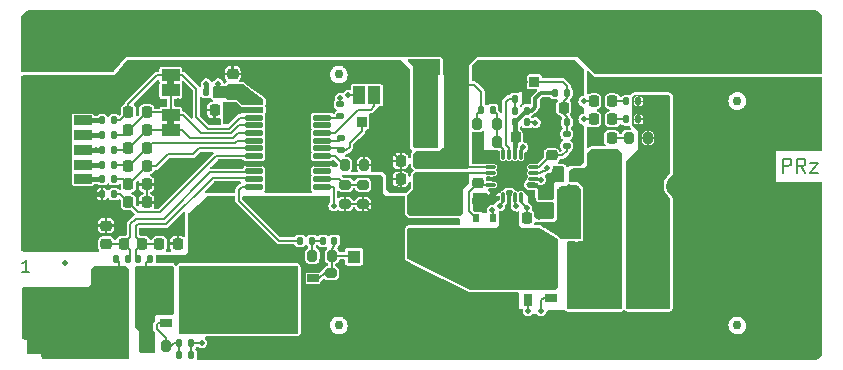
<source format=gtl>
%TF.GenerationSoftware,KiCad,Pcbnew,6.0.3-a3aad9c10e~116~ubuntu20.04.1*%
%TF.CreationDate,2022-03-23T21:19:14+01:00*%
%TF.ProjectId,Smart_Charger,536d6172-745f-4436-9861-726765722e6b,ED A0*%
%TF.SameCoordinates,Original*%
%TF.FileFunction,Copper,L1,Top*%
%TF.FilePolarity,Positive*%
%FSLAX46Y46*%
G04 Gerber Fmt 4.6, Leading zero omitted, Abs format (unit mm)*
G04 Created by KiCad (PCBNEW 6.0.3-a3aad9c10e~116~ubuntu20.04.1) date 2022-03-23 21:19:14*
%MOMM*%
%LPD*%
G01*
G04 APERTURE LIST*
G04 Aperture macros list*
%AMRoundRect*
0 Rectangle with rounded corners*
0 $1 Rounding radius*
0 $2 $3 $4 $5 $6 $7 $8 $9 X,Y pos of 4 corners*
0 Add a 4 corners polygon primitive as box body*
4,1,4,$2,$3,$4,$5,$6,$7,$8,$9,$2,$3,0*
0 Add four circle primitives for the rounded corners*
1,1,$1+$1,$2,$3*
1,1,$1+$1,$4,$5*
1,1,$1+$1,$6,$7*
1,1,$1+$1,$8,$9*
0 Add four rect primitives between the rounded corners*
20,1,$1+$1,$2,$3,$4,$5,0*
20,1,$1+$1,$4,$5,$6,$7,0*
20,1,$1+$1,$6,$7,$8,$9,0*
20,1,$1+$1,$8,$9,$2,$3,0*%
%AMFreePoly0*
4,1,37,-1.064646,1.850354,-1.064500,1.850000,-1.064500,1.375500,1.994500,1.375500,1.994500,1.850000,1.994646,1.850354,1.995000,1.850500,2.745000,1.850500,2.745354,1.850354,2.745500,1.850000,2.745500,-1.349500,3.240000,-1.349500,3.240354,-1.349646,3.240500,-1.350000,3.240500,-2.255000,3.240354,-2.255354,3.240000,-2.255500,2.745500,-2.255500,2.745500,-2.680000,2.745354,-2.680354,
2.745000,-2.680500,-1.815000,-2.680500,-1.815354,-2.680354,-1.815500,-2.680000,-1.815500,-2.255500,-2.310000,-2.255500,-2.310354,-2.255354,-2.310500,-2.255000,-2.310500,-1.350000,-2.310354,-1.349646,-2.310000,-1.349500,-1.815500,-1.349500,-1.815500,1.850000,-1.815354,1.850354,-1.815000,1.850500,-1.065000,1.850500,-1.064646,1.850354,-1.064646,1.850354,$1*%
%AMFreePoly1*
4,1,13,-0.400000,0.000000,-0.389343,0.053576,-0.358995,0.098995,-0.313576,0.129343,-0.260000,0.140000,0.400000,0.140000,0.400000,-0.140000,-0.260000,-0.140000,-0.313576,-0.129343,-0.358995,-0.098995,-0.389343,-0.053576,-0.400000,0.000000,-0.400000,0.000000,-0.400000,0.000000,$1*%
G04 Aperture macros list end*
%ADD10C,0.150000*%
%TA.AperFunction,NonConductor*%
%ADD11C,0.150000*%
%TD*%
%ADD12C,0.200000*%
%TA.AperFunction,NonConductor*%
%ADD13C,0.200000*%
%TD*%
%TA.AperFunction,SMDPad,CuDef*%
%ADD14RoundRect,0.200000X0.200000X0.275000X-0.200000X0.275000X-0.200000X-0.275000X0.200000X-0.275000X0*%
%TD*%
%TA.AperFunction,SMDPad,CuDef*%
%ADD15R,1.100000X1.100000*%
%TD*%
%TA.AperFunction,SMDPad,CuDef*%
%ADD16R,1.500000X1.000000*%
%TD*%
%TA.AperFunction,SMDPad,CuDef*%
%ADD17R,4.000000X4.000000*%
%TD*%
%TA.AperFunction,SMDPad,CuDef*%
%ADD18C,0.750000*%
%TD*%
%TA.AperFunction,SMDPad,CuDef*%
%ADD19R,0.600000X0.700000*%
%TD*%
%TA.AperFunction,SMDPad,CuDef*%
%ADD20RoundRect,0.225000X0.225000X0.250000X-0.225000X0.250000X-0.225000X-0.250000X0.225000X-0.250000X0*%
%TD*%
%TA.AperFunction,SMDPad,CuDef*%
%ADD21RoundRect,0.135000X-0.135000X-0.185000X0.135000X-0.185000X0.135000X0.185000X-0.135000X0.185000X0*%
%TD*%
%TA.AperFunction,SMDPad,CuDef*%
%ADD22RoundRect,0.200000X-0.200000X-0.275000X0.200000X-0.275000X0.200000X0.275000X-0.200000X0.275000X0*%
%TD*%
%TA.AperFunction,SMDPad,CuDef*%
%ADD23RoundRect,0.135000X0.185000X-0.135000X0.185000X0.135000X-0.185000X0.135000X-0.185000X-0.135000X0*%
%TD*%
%TA.AperFunction,SMDPad,CuDef*%
%ADD24RoundRect,0.140000X0.140000X0.170000X-0.140000X0.170000X-0.140000X-0.170000X0.140000X-0.170000X0*%
%TD*%
%TA.AperFunction,SMDPad,CuDef*%
%ADD25R,1.000000X1.500000*%
%TD*%
%TA.AperFunction,ComponentPad*%
%ADD26O,0.850000X0.850000*%
%TD*%
%TA.AperFunction,ComponentPad*%
%ADD27R,0.850000X0.850000*%
%TD*%
%TA.AperFunction,SMDPad,CuDef*%
%ADD28R,4.200000X1.500000*%
%TD*%
%TA.AperFunction,SMDPad,CuDef*%
%ADD29RoundRect,0.225000X0.250000X-0.225000X0.250000X0.225000X-0.250000X0.225000X-0.250000X-0.225000X0*%
%TD*%
%TA.AperFunction,SMDPad,CuDef*%
%ADD30RoundRect,0.225000X-0.225000X-0.250000X0.225000X-0.250000X0.225000X0.250000X-0.225000X0.250000X0*%
%TD*%
%TA.AperFunction,ComponentPad*%
%ADD31O,4.200000X2.000000*%
%TD*%
%TA.AperFunction,ComponentPad*%
%ADD32O,2.000000X4.200000*%
%TD*%
%TA.AperFunction,ComponentPad*%
%ADD33R,2.000000X4.600000*%
%TD*%
%TA.AperFunction,SMDPad,CuDef*%
%ADD34RoundRect,0.050000X0.700000X0.175000X-0.700000X0.175000X-0.700000X-0.175000X0.700000X-0.175000X0*%
%TD*%
%TA.AperFunction,SMDPad,CuDef*%
%ADD35RoundRect,0.050000X-0.700000X-0.175000X0.700000X-0.175000X0.700000X0.175000X-0.700000X0.175000X0*%
%TD*%
%TA.AperFunction,ComponentPad*%
%ADD36C,4.700000*%
%TD*%
%TA.AperFunction,SMDPad,CuDef*%
%ADD37RoundRect,0.135000X0.135000X0.185000X-0.135000X0.185000X-0.135000X-0.185000X0.135000X-0.185000X0*%
%TD*%
%TA.AperFunction,SMDPad,CuDef*%
%ADD38C,0.500000*%
%TD*%
%TA.AperFunction,SMDPad,CuDef*%
%ADD39R,1.400000X2.100000*%
%TD*%
%TA.AperFunction,SMDPad,CuDef*%
%ADD40RoundRect,0.225000X-0.250000X0.225000X-0.250000X-0.225000X0.250000X-0.225000X0.250000X0.225000X0*%
%TD*%
%TA.AperFunction,SMDPad,CuDef*%
%ADD41RoundRect,0.250000X-0.325000X-0.650000X0.325000X-0.650000X0.325000X0.650000X-0.325000X0.650000X0*%
%TD*%
%TA.AperFunction,SMDPad,CuDef*%
%ADD42RoundRect,0.200000X0.275000X-0.200000X0.275000X0.200000X-0.275000X0.200000X-0.275000X-0.200000X0*%
%TD*%
%TA.AperFunction,SMDPad,CuDef*%
%ADD43RoundRect,0.135000X-0.185000X0.135000X-0.185000X-0.135000X0.185000X-0.135000X0.185000X0.135000X0*%
%TD*%
%TA.AperFunction,SMDPad,CuDef*%
%ADD44FreePoly0,0.000000*%
%TD*%
%TA.AperFunction,SMDPad,CuDef*%
%ADD45R,0.750000X1.000000*%
%TD*%
%TA.AperFunction,SMDPad,CuDef*%
%ADD46FreePoly0,270.000000*%
%TD*%
%TA.AperFunction,SMDPad,CuDef*%
%ADD47R,1.000000X0.750000*%
%TD*%
%TA.AperFunction,SMDPad,CuDef*%
%ADD48R,1.650000X0.850000*%
%TD*%
%TA.AperFunction,SMDPad,CuDef*%
%ADD49RoundRect,0.218750X-0.218750X-0.256250X0.218750X-0.256250X0.218750X0.256250X-0.218750X0.256250X0*%
%TD*%
%TA.AperFunction,SMDPad,CuDef*%
%ADD50FreePoly0,90.000000*%
%TD*%
%TA.AperFunction,SMDPad,CuDef*%
%ADD51RoundRect,0.147500X0.147500X0.172500X-0.147500X0.172500X-0.147500X-0.172500X0.147500X-0.172500X0*%
%TD*%
%TA.AperFunction,SMDPad,CuDef*%
%ADD52RoundRect,0.250000X0.450000X-0.262500X0.450000X0.262500X-0.450000X0.262500X-0.450000X-0.262500X0*%
%TD*%
%TA.AperFunction,SMDPad,CuDef*%
%ADD53RoundRect,0.250000X-0.325000X-2.350000X0.325000X-2.350000X0.325000X2.350000X-0.325000X2.350000X0*%
%TD*%
%TA.AperFunction,SMDPad,CuDef*%
%ADD54R,2.140000X2.140000*%
%TD*%
%TA.AperFunction,SMDPad,CuDef*%
%ADD55FreePoly1,270.000000*%
%TD*%
%TA.AperFunction,SMDPad,CuDef*%
%ADD56FreePoly1,180.000000*%
%TD*%
%TA.AperFunction,SMDPad,CuDef*%
%ADD57FreePoly1,90.000000*%
%TD*%
%TA.AperFunction,SMDPad,CuDef*%
%ADD58FreePoly1,0.000000*%
%TD*%
%TA.AperFunction,HeatsinkPad*%
%ADD59C,0.600000*%
%TD*%
%TA.AperFunction,ViaPad*%
%ADD60C,0.500000*%
%TD*%
%TA.AperFunction,Conductor*%
%ADD61C,0.200000*%
%TD*%
%TA.AperFunction,Conductor*%
%ADD62C,0.300000*%
%TD*%
%TA.AperFunction,Conductor*%
%ADD63C,0.400000*%
%TD*%
G04 APERTURE END LIST*
D10*
D11*
X111660714Y-90827380D02*
X111089285Y-90827380D01*
X111375000Y-90827380D02*
X111375000Y-89827380D01*
X111279761Y-89970238D01*
X111184523Y-90065476D01*
X111089285Y-90113095D01*
D12*
D13*
X175500000Y-82442857D02*
X175500000Y-81242857D01*
X175957142Y-81242857D01*
X176071428Y-81300000D01*
X176128571Y-81357142D01*
X176185714Y-81471428D01*
X176185714Y-81642857D01*
X176128571Y-81757142D01*
X176071428Y-81814285D01*
X175957142Y-81871428D01*
X175500000Y-81871428D01*
X177385714Y-82442857D02*
X176985714Y-81871428D01*
X176700000Y-82442857D02*
X176700000Y-81242857D01*
X177157142Y-81242857D01*
X177271428Y-81300000D01*
X177328571Y-81357142D01*
X177385714Y-81471428D01*
X177385714Y-81642857D01*
X177328571Y-81757142D01*
X177271428Y-81814285D01*
X177157142Y-81871428D01*
X176700000Y-81871428D01*
X177785714Y-81642857D02*
X178414285Y-81642857D01*
X177785714Y-82442857D01*
X178414285Y-82442857D01*
%TO.C,JP302*%
G36*
X123950000Y-78450000D02*
G01*
X123350000Y-78450000D01*
X123350000Y-77950000D01*
X123950000Y-77950000D01*
X123950000Y-78450000D01*
G37*
%TO.C,NT1*%
G36*
X151455330Y-84098223D02*
G01*
X150748223Y-84805330D01*
X150394670Y-84451777D01*
X151101777Y-83744670D01*
X151455330Y-84098223D01*
G37*
%TO.C,JP301*%
G36*
X123950000Y-75075000D02*
G01*
X123350000Y-75075000D01*
X123350000Y-74575000D01*
X123950000Y-74575000D01*
X123950000Y-75075000D01*
G37*
%TD*%
D14*
%TO.P,R316,2*%
%TO.N,/BQ7791502PWR/BQ7791502PWR_OCDP*%
X138380000Y-81775000D03*
%TO.P,R316,1*%
%TO.N,GND*%
X140030000Y-81775000D03*
%TD*%
D15*
%TO.P,D302,2,A2*%
%TO.N,GNDPWR*%
X139174999Y-92349999D03*
%TO.P,D302,1,A1*%
%TO.N,Net-(D301-Pad1)*%
X139174999Y-89549999D03*
%TD*%
D16*
%TO.P,JP302,2,B*%
%TO.N,/BQ7791502PWR/BQ7791502PWR_VCC4*%
X123650000Y-77550000D03*
%TO.P,JP302,1,A*%
%TO.N,/BQ7791502PWR/BQ7791502PWR_VCC3*%
X123650000Y-78850000D03*
%TD*%
D17*
%TO.P,TP304,1,1*%
%TO.N,GNDPWR*%
X176350000Y-95825000D03*
%TD*%
D18*
%TO.P,FID301,*%
%TO.N,*%
X137875000Y-74125000D03*
%TD*%
D19*
%TO.P,D204,2,A*%
%TO.N,/BQ24600RVAT/BQ24600RVAT_REGN*%
X149525000Y-86300000D03*
%TO.P,D204,1,K*%
%TO.N,/BQ24600RVAT/BQ24600RVAT_BTST*%
X150925000Y-86300000D03*
%TD*%
D20*
%TO.P,C305,2*%
%TO.N,/BQ7791502PWR/BQ7791502PWR_VCC1*%
X120075000Y-83425000D03*
%TO.P,C305,1*%
%TO.N,GND*%
X121625000Y-83425000D03*
%TD*%
D21*
%TO.P,R209,2*%
%TO.N,VREF*%
X153835000Y-77175000D03*
%TO.P,R209,1*%
%TO.N,/BQ24600RVAT/BQ24600RVAT_ISET*%
X152815000Y-77175000D03*
%TD*%
D22*
%TO.P,R213,2*%
%TO.N,/BQ24600RVAT/BQ24600RVAT_FB*%
X151250000Y-79875000D03*
%TO.P,R213,1*%
%TO.N,GND*%
X149600000Y-79875000D03*
%TD*%
D20*
%TO.P,C301,2*%
%TO.N,/BQ7791502PWR/BQ7791502PWR_VCC5*%
X120075000Y-77325000D03*
%TO.P,C301,1*%
%TO.N,/BQ7791502PWR/BQ7791502PWR_VCC4*%
X121625000Y-77325000D03*
%TD*%
D23*
%TO.P,R203,2*%
%TO.N,/BQ24600RVAT/TS*%
X157175000Y-79140000D03*
%TO.P,R203,1*%
%TO.N,/BQ24600RVAT/BQ24600RVAT_TS*%
X157175000Y-80160000D03*
%TD*%
D14*
%TO.P,R212,2*%
%TO.N,/BQ24600RVAT/BQ24600RVAT_SR_N*%
X149600000Y-78350000D03*
%TO.P,R212,1*%
%TO.N,/BQ24600RVAT/BQ24600RVAT_FB*%
X151250000Y-78350000D03*
%TD*%
D24*
%TO.P,C215,2*%
%TO.N,/BQ24600RVAT/BQ24600RVAT_SR_N*%
X149945000Y-77100000D03*
%TO.P,C215,1*%
%TO.N,/BQ24600RVAT/BQ24600RVAT_FB*%
X150905000Y-77100000D03*
%TD*%
D18*
%TO.P,FID304,*%
%TO.N,*%
X171625000Y-76375000D03*
%TD*%
D25*
%TO.P,JP303,3,B*%
%TO.N,GND*%
X142197500Y-75872500D03*
%TO.P,JP303,2,C*%
%TO.N,/BQ7791502PWR/BQ7791502PWR_CCFG*%
X140897500Y-75872500D03*
%TO.P,JP303,1,A*%
%TO.N,/BQ7791502PWR/AVDD*%
X139597500Y-75872500D03*
%TD*%
D26*
%TO.P,J201,2,Pin_2*%
%TO.N,GND*%
X153450000Y-74750000D03*
D27*
%TO.P,J201,1,Pin_1*%
%TO.N,/BQ24600RVAT/TS*%
X154450000Y-74750000D03*
%TD*%
D21*
%TO.P,R305,2*%
%TO.N,/BQ7791502PWR/BQ7791502PWR_VCC1*%
X118870000Y-83000000D03*
%TO.P,R305,1*%
%TO.N,Net-(J301-Pad5)*%
X117850000Y-83000000D03*
%TD*%
D28*
%TO.P,L201,2,2*%
%TO.N,/BQ24600RVAT/BQ24600RVAT_SR_P*%
X146052500Y-85002500D03*
%TO.P,L201,1,1*%
%TO.N,/BQ24600RVAT/BQ24600RVAT_PH*%
X146052500Y-88602500D03*
%TD*%
D29*
%TO.P,C208,2*%
%TO.N,/BQ24600RVAT/BQ24600RVAT_REGN*%
X149700000Y-83275000D03*
%TO.P,C208,1*%
%TO.N,GNDPWR*%
X149700000Y-84825000D03*
%TD*%
D20*
%TO.P,C310,2*%
%TO.N,/BQ7791502PWR/BQ7791502PWR_SR_P*%
X119674999Y-88449999D03*
%TO.P,C310,1*%
%TO.N,/BQ7791502PWR/BQ7791502PWR_SR_N*%
X121224999Y-88449999D03*
%TD*%
D21*
%TO.P,R204,2*%
%TO.N,/BQ24600RVAT/ADAPTER+*%
X163247500Y-76400000D03*
%TO.P,R204,1*%
%TO.N,Net-(D201-Pad2)*%
X162227500Y-76400000D03*
%TD*%
D30*
%TO.P,C309,2*%
%TO.N,/BQ7791502PWR/AVDD*%
X128922500Y-77122500D03*
%TO.P,C309,1*%
%TO.N,GND*%
X127372500Y-77122500D03*
%TD*%
D31*
%TO.P,J101,3*%
%TO.N,GNDPWR*%
X167700000Y-83550000D03*
D32*
%TO.P,J101,2*%
X171100000Y-88350000D03*
D33*
%TO.P,J101,1*%
%TO.N,/BQ24600RVAT/ADAPTER+*%
X164800000Y-88350000D03*
%TD*%
D21*
%TO.P,R313,2*%
%TO.N,/BQ7791502PWR/BQ7791502PWR_CHG*%
X125409999Y-96849999D03*
%TO.P,R313,1*%
%TO.N,Net-(Q3-Pad4)*%
X124389999Y-96849999D03*
%TD*%
D34*
%TO.P,U301,24,CTRD*%
%TO.N,GND*%
X136497500Y-76472500D03*
%TO.P,U301,23,CTRC*%
X136497500Y-77122500D03*
%TO.P,U301,22,PRES*%
%TO.N,/BQ7791502PWR/BQ7791502PWR_PRES*%
X136497500Y-77772500D03*
%TO.P,U301,21,CBO*%
%TO.N,unconnected-(U301-Pad21)*%
X136497500Y-78422500D03*
%TO.P,U301,20,CCFG*%
%TO.N,/BQ7791502PWR/BQ7791502PWR_CCFG*%
X136497500Y-79072500D03*
%TO.P,U301,19,VTB*%
%TO.N,/BQ7791502PWR/VTB*%
X136497500Y-79722500D03*
%TO.P,U301,18,TS*%
%TO.N,/BQ7791502PWR/TS*%
X136497500Y-80372500D03*
%TO.P,U301,17,OCDP*%
%TO.N,/BQ7791502PWR/BQ7791502PWR_OCDP*%
X136497500Y-81022500D03*
%TO.P,U301,16,CBI*%
%TO.N,GND*%
X136497500Y-81672500D03*
%TO.P,U301,15,LPWR*%
%TO.N,unconnected-(U301-Pad15)*%
X136497500Y-82322500D03*
%TO.P,U301,14,LD*%
%TO.N,/BQ7791502PWR/BQ7791502PWR_LD*%
X136497500Y-82972500D03*
%TO.P,U301,13,CHG*%
%TO.N,/BQ7791502PWR/BQ7791502PWR_CHG*%
X136497500Y-83622500D03*
D35*
%TO.P,U301,12,DSG*%
%TO.N,/BQ7791502PWR/BQ7791502PWR_DSG*%
X130697500Y-83622500D03*
%TO.P,U301,11,SRN*%
%TO.N,/BQ7791502PWR/BQ7791502PWR_SR_N*%
X130697500Y-82972500D03*
%TO.P,U301,10,SRP*%
%TO.N,/BQ7791502PWR/BQ7791502PWR_SR_P*%
X130697500Y-82322500D03*
%TO.P,U301,9,VSS*%
%TO.N,GND*%
X130697500Y-81672500D03*
%TO.P,U301,8,VC0*%
%TO.N,/BQ7791502PWR/BQ7791502PWR_VCC0*%
X130697500Y-81022500D03*
%TO.P,U301,7,VC1*%
%TO.N,/BQ7791502PWR/BQ7791502PWR_VCC1*%
X130697500Y-80372500D03*
%TO.P,U301,6,VC2*%
%TO.N,/BQ7791502PWR/BQ7791502PWR_VCC2*%
X130697500Y-79722500D03*
%TO.P,U301,5,VC3*%
%TO.N,/BQ7791502PWR/BQ7791502PWR_VCC3*%
X130697500Y-79072500D03*
%TO.P,U301,4,VC4*%
%TO.N,/BQ7791502PWR/BQ7791502PWR_VCC4*%
X130697500Y-78422500D03*
%TO.P,U301,3,VC5*%
%TO.N,/BQ7791502PWR/BQ7791502PWR_VCC5*%
X130697500Y-77772500D03*
%TO.P,U301,2,AVDD*%
%TO.N,/BQ7791502PWR/AVDD*%
X130697500Y-77122500D03*
%TO.P,U301,1,VDD*%
%TO.N,/BQ7791502PWR/VDD*%
X130697500Y-76472500D03*
%TD*%
D17*
%TO.P,TP303,1,1*%
%TO.N,/BQ24600RVAT/BQ24600RVAT_SR_N*%
X176350000Y-71150000D03*
%TD*%
D36*
%TO.P,H302,1,1*%
%TO.N,GNDPWR*%
X175450000Y-77650000D03*
%TD*%
D37*
%TO.P,R210,2*%
%TO.N,/BQ24600RVAT/BQ24600RVAT_ISET*%
X152815000Y-76175000D03*
%TO.P,R210,1*%
%TO.N,GND*%
X153835000Y-76175000D03*
%TD*%
D38*
%TO.P,NT1,2,2*%
%TO.N,GND*%
X151278553Y-83921447D03*
%TO.P,NT1,1,1*%
%TO.N,GNDPWR*%
X150571447Y-84628553D03*
%TD*%
D37*
%TO.P,R311,2*%
%TO.N,/BQ7791502PWR/BQ7791502PWR_SR_N*%
X120899999Y-89709999D03*
%TO.P,R311,1*%
%TO.N,Net-(Q3-Pad1)*%
X121919999Y-89709999D03*
%TD*%
D36*
%TO.P,H301,1,1*%
%TO.N,GNDPWR*%
X127675000Y-87425000D03*
%TD*%
D39*
%TO.P,D203,2,A*%
%TO.N,/BQ24600RVAT/ADAPTER+*%
X164100000Y-81800000D03*
%TO.P,D203,1,K*%
%TO.N,/BQ24600RVAT/BQ24600RVAT_PWR*%
X159700000Y-81800000D03*
%TD*%
D40*
%TO.P,C308,2*%
%TO.N,/BQ7791502PWR/BQ7791502PWR_SR_P*%
X118179999Y-88474999D03*
%TO.P,C308,1*%
%TO.N,GND*%
X118179999Y-86924999D03*
%TD*%
D30*
%TO.P,C203,2*%
%TO.N,Net-(C203-Pad2)*%
X161000000Y-79500000D03*
%TO.P,C203,1*%
%TO.N,GNDPWR*%
X159450000Y-79500000D03*
%TD*%
D41*
%TO.P,C207,2*%
%TO.N,/BQ24600RVAT/BQ24600RVAT_PWR*%
X159975000Y-84525000D03*
%TO.P,C207,1*%
%TO.N,GNDPWR*%
X157025000Y-84525000D03*
%TD*%
D21*
%TO.P,R301,2*%
%TO.N,/BQ7791502PWR/BQ7791502PWR_VCC5*%
X118870000Y-78000000D03*
%TO.P,R301,1*%
%TO.N,Net-(J301-Pad1)*%
X117850000Y-78000000D03*
%TD*%
D41*
%TO.P,C213,2*%
%TO.N,/BQ24600RVAT/BQ24600RVAT_SR_N*%
X148050000Y-76950000D03*
%TO.P,C213,1*%
%TO.N,GNDPWR*%
X145100000Y-76950000D03*
%TD*%
D42*
%TO.P,R320,2*%
%TO.N,/BQ7791502PWR/BQ7791502PWR_LD*%
X139935000Y-83450000D03*
%TO.P,R320,1*%
%TO.N,GNDPWR*%
X139935000Y-85100000D03*
%TD*%
D37*
%TO.P,R208,2*%
%TO.N,VREF*%
X152815000Y-78175000D03*
%TO.P,R208,1*%
%TO.N,Net-(R208-Pad1)*%
X153835000Y-78175000D03*
%TD*%
D26*
%TO.P,J302,2,Pin_2*%
%TO.N,GND*%
X140847500Y-78157500D03*
D27*
%TO.P,J302,1,Pin_1*%
%TO.N,/BQ7791502PWR/TS*%
X139847500Y-78157500D03*
%TD*%
D43*
%TO.P,R312,2*%
%TO.N,/BQ7791502PWR/TS*%
X138047500Y-80557500D03*
%TO.P,R312,1*%
%TO.N,/BQ7791502PWR/VTB*%
X138047500Y-79537500D03*
%TD*%
D29*
%TO.P,C204,2*%
%TO.N,/BQ24600RVAT/VCC*%
X155400000Y-84075000D03*
%TO.P,C204,1*%
%TO.N,GND*%
X155400000Y-85625000D03*
%TD*%
D21*
%TO.P,R302,2*%
%TO.N,/BQ7791502PWR/BQ7791502PWR_VCC4*%
X118870000Y-79250000D03*
%TO.P,R302,1*%
%TO.N,Net-(J301-Pad2)*%
X117850000Y-79250000D03*
%TD*%
D30*
%TO.P,C306,2*%
%TO.N,GND*%
X121625000Y-84950000D03*
%TO.P,C306,1*%
%TO.N,/BQ7791502PWR/BQ7791502PWR_VCC0*%
X120075000Y-84950000D03*
%TD*%
%TO.P,C214,2*%
%TO.N,/BQ24600RVAT/BQ24600RVAT_SR_N*%
X147325000Y-75000000D03*
%TO.P,C214,1*%
%TO.N,GNDPWR*%
X145775000Y-75000000D03*
%TD*%
%TO.P,C216,2*%
%TO.N,/BQ24600RVAT/BQ24600RVAT_SR_N*%
X144675000Y-81450000D03*
%TO.P,C216,1*%
%TO.N,GND*%
X143125000Y-81450000D03*
%TD*%
D20*
%TO.P,C303,2*%
%TO.N,/BQ7791502PWR/BQ7791502PWR_VCC3*%
X120075000Y-80375000D03*
%TO.P,C303,1*%
%TO.N,/BQ7791502PWR/BQ7791502PWR_VCC2*%
X121625000Y-80375000D03*
%TD*%
D41*
%TO.P,C212,2*%
%TO.N,/BQ24600RVAT/BQ24600RVAT_SR_N*%
X148050000Y-79325000D03*
%TO.P,C212,1*%
%TO.N,GNDPWR*%
X145100000Y-79325000D03*
%TD*%
D21*
%TO.P,R315,2*%
%TO.N,/BQ7791502PWR/BQ7791502PWR_CHG*%
X125409999Y-97849999D03*
%TO.P,R315,1*%
%TO.N,Net-(Q3-Pad4)*%
X124389999Y-97849999D03*
%TD*%
D20*
%TO.P,C311,2*%
%TO.N,/BQ7791502PWR/BQ7791502PWR_SR_N*%
X122694999Y-88449999D03*
%TO.P,C311,1*%
%TO.N,GND*%
X124244999Y-88449999D03*
%TD*%
D17*
%TO.P,TP301,1,1*%
%TO.N,/BQ24600RVAT/BQ24600RVAT_SR_N*%
X113500000Y-71150000D03*
%TD*%
D29*
%TO.P,C210,2*%
%TO.N,/BQ24600RVAT/BQ24600RVAT_SR_N*%
X146175000Y-81450000D03*
%TO.P,C210,1*%
%TO.N,/BQ24600RVAT/BQ24600RVAT_SR_P*%
X146175000Y-83000000D03*
%TD*%
D20*
%TO.P,C205,2*%
%TO.N,VREF*%
X152850000Y-79450000D03*
%TO.P,C205,1*%
%TO.N,GND*%
X154400000Y-79450000D03*
%TD*%
D21*
%TO.P,R307,2*%
%TO.N,/BQ7791502PWR/VDD*%
X127682500Y-75622500D03*
%TO.P,R307,1*%
%TO.N,+12V*%
X126662500Y-75622500D03*
%TD*%
D18*
%TO.P,FID302,*%
%TO.N,*%
X137875000Y-95375000D03*
%TD*%
D44*
%TO.P,Q2,5,D*%
%TO.N,/BQ24600RVAT/BQ24600RVAT_PH*%
X151535000Y-89150000D03*
D45*
%TO.P,Q2,4,G*%
%TO.N,/BQ24600RVAT/BQ24600RVAT_LODRV*%
X153905000Y-93235000D03*
%TO.P,Q2,3,S3*%
%TO.N,GNDPWR*%
X152635000Y-93235000D03*
%TO.P,Q2,2,S2*%
X151365000Y-93235000D03*
%TO.P,Q2,1,S1*%
X150095000Y-93235000D03*
%TD*%
D17*
%TO.P,TP302,1,1*%
%TO.N,/BQ7791502PWR/BATT-*%
X113450000Y-95825000D03*
%TD*%
D22*
%TO.P,R206,2*%
%TO.N,/BQ24600RVAT/ADAPTER+*%
X164075000Y-79500000D03*
%TO.P,R206,1*%
%TO.N,Net-(C203-Pad2)*%
X162425000Y-79500000D03*
%TD*%
D20*
%TO.P,C209,2*%
%TO.N,/BQ24600RVAT/BQ24600RVAT_PH*%
X152250000Y-86300000D03*
%TO.P,C209,1*%
%TO.N,/BQ24600RVAT/BQ24600RVAT_BTST*%
X153800000Y-86300000D03*
%TD*%
D21*
%TO.P,R304,2*%
%TO.N,/BQ7791502PWR/BQ7791502PWR_VCC2*%
X118870000Y-81750000D03*
%TO.P,R304,1*%
%TO.N,Net-(J301-Pad4)*%
X117850000Y-81750000D03*
%TD*%
D42*
%TO.P,R319,2*%
%TO.N,Net-(D301-Pad1)*%
X137224999Y-90924999D03*
%TO.P,R319,1*%
%TO.N,GNDPWR*%
X137224999Y-92574999D03*
%TD*%
D14*
%TO.P,R318,2*%
%TO.N,Net-(D301-Pad2)*%
X135649999Y-89474999D03*
%TO.P,R318,1*%
%TO.N,Net-(D301-Pad1)*%
X137299999Y-89474999D03*
%TD*%
D30*
%TO.P,C201,2*%
%TO.N,/BQ24600RVAT/TS*%
X156925000Y-76925000D03*
%TO.P,C201,1*%
%TO.N,GND*%
X155375000Y-76925000D03*
%TD*%
D18*
%TO.P,FID303,*%
%TO.N,*%
X171625000Y-95375000D03*
%TD*%
D46*
%TO.P,Q3,5,D*%
%TO.N,Net-(Q3-Pad5)*%
X127307499Y-92819999D03*
D47*
%TO.P,Q3,4,G*%
%TO.N,Net-(Q3-Pad4)*%
X123222499Y-95189999D03*
%TO.P,Q3,3,S3*%
%TO.N,Net-(Q3-Pad1)*%
X123222499Y-93919999D03*
%TO.P,Q3,2,S2*%
X123222499Y-92649999D03*
%TO.P,Q3,1,S1*%
X123222499Y-91379999D03*
%TD*%
D21*
%TO.P,R303,2*%
%TO.N,/BQ7791502PWR/BQ7791502PWR_VCC3*%
X118870000Y-80500000D03*
%TO.P,R303,1*%
%TO.N,+12V*%
X117850000Y-80500000D03*
%TD*%
D48*
%TO.P,J301,6,Pin_6*%
%TO.N,GND*%
X116212500Y-84250000D03*
%TO.P,J301,5,Pin_5*%
%TO.N,Net-(J301-Pad5)*%
X116212500Y-83000000D03*
%TO.P,J301,4,Pin_4*%
%TO.N,Net-(J301-Pad4)*%
X116212500Y-81750000D03*
%TO.P,J301,3,Pin_3*%
%TO.N,+12V*%
X116212500Y-80500000D03*
%TO.P,J301,2,Pin_2*%
%TO.N,Net-(J301-Pad2)*%
X116212500Y-79250000D03*
%TO.P,J301,1,Pin_1*%
%TO.N,Net-(J301-Pad1)*%
X116212500Y-78000000D03*
%TD*%
D21*
%TO.P,R205,2*%
%TO.N,/BQ24600RVAT/ADAPTER+*%
X163247500Y-77925000D03*
%TO.P,R205,1*%
%TO.N,Net-(D202-Pad2)*%
X162227500Y-77925000D03*
%TD*%
D30*
%TO.P,C211,2*%
%TO.N,/BQ24600RVAT/BQ24600RVAT_SR_P*%
X144675000Y-83000000D03*
%TO.P,C211,1*%
%TO.N,GND*%
X143125000Y-83000000D03*
%TD*%
D22*
%TO.P,R207,2*%
%TO.N,/BQ24600RVAT/BQ24600RVAT_PWR*%
X158025000Y-82575000D03*
%TO.P,R207,1*%
%TO.N,/BQ24600RVAT/VCC*%
X156375000Y-82575000D03*
%TD*%
D40*
%TO.P,C202,2*%
%TO.N,/BQ24600RVAT/BQ24600RVAT_TS*%
X155900000Y-80975000D03*
%TO.P,C202,1*%
%TO.N,GND*%
X155900000Y-79425000D03*
%TD*%
D42*
%TO.P,R321,2*%
%TO.N,/BQ7791502PWR/BQ7791502PWR_LD*%
X138415000Y-83450000D03*
%TO.P,R321,1*%
%TO.N,GNDPWR*%
X138415000Y-85100000D03*
%TD*%
D41*
%TO.P,C206,2*%
%TO.N,/BQ24600RVAT/BQ24600RVAT_PWR*%
X159975000Y-86925000D03*
%TO.P,C206,1*%
%TO.N,GNDPWR*%
X157025000Y-86925000D03*
%TD*%
D49*
%TO.P,D201,2,A*%
%TO.N,Net-(D201-Pad2)*%
X161050000Y-76400000D03*
%TO.P,D201,1,K*%
%TO.N,/BQ24600RVAT/BQ24600RVAT_~{PG}*%
X159475000Y-76400000D03*
%TD*%
D46*
%TO.P,Q1,5,D*%
%TO.N,/BQ24600RVAT/BQ24600RVAT_PWR*%
X159917500Y-90685000D03*
D47*
%TO.P,Q1,4,G*%
%TO.N,/BQ24600RVAT/BQ24600RVAT_HIDRV*%
X155832500Y-93055000D03*
%TO.P,Q1,3,S3*%
%TO.N,/BQ24600RVAT/BQ24600RVAT_PH*%
X155832500Y-91785000D03*
%TO.P,Q1,2,S2*%
X155832500Y-90515000D03*
%TO.P,Q1,1,S1*%
X155832500Y-89245000D03*
%TD*%
D20*
%TO.P,C304,2*%
%TO.N,/BQ7791502PWR/BQ7791502PWR_VCC2*%
X120075000Y-81900000D03*
%TO.P,C304,1*%
%TO.N,/BQ7791502PWR/BQ7791502PWR_VCC1*%
X121625000Y-81900000D03*
%TD*%
D50*
%TO.P,Q4,5,D*%
%TO.N,Net-(Q3-Pad5)*%
X131589999Y-93749999D03*
D47*
%TO.P,Q4,4,G*%
%TO.N,Net-(D301-Pad1)*%
X135674999Y-91379999D03*
%TO.P,Q4,3,S3*%
%TO.N,GNDPWR*%
X135674999Y-92649999D03*
%TO.P,Q4,2,S2*%
X135674999Y-93919999D03*
%TO.P,Q4,1,S1*%
X135674999Y-95189999D03*
%TD*%
D43*
%TO.P,R309,2*%
%TO.N,/BQ7791502PWR/BQ7791502PWR_PRES*%
X138022500Y-77657500D03*
%TO.P,R309,1*%
%TO.N,/BQ7791502PWR/VDD*%
X138022500Y-76637500D03*
%TD*%
D51*
%TO.P,D301,2,A*%
%TO.N,Net-(D301-Pad2)*%
X136539999Y-88199999D03*
%TO.P,D301,1,K*%
%TO.N,Net-(D301-Pad1)*%
X137509999Y-88199999D03*
%TD*%
D21*
%TO.P,R308,2*%
%TO.N,/BQ7791502PWR/BQ7791502PWR_SR_P*%
X119999999Y-89709999D03*
%TO.P,R308,1*%
%TO.N,/BQ7791502PWR/BATT-*%
X118979999Y-89709999D03*
%TD*%
D52*
%TO.P,R211,2*%
%TO.N,/BQ24600RVAT/BQ24600RVAT_SR_N*%
X147925000Y-81312500D03*
%TO.P,R211,1*%
%TO.N,/BQ24600RVAT/BQ24600RVAT_SR_P*%
X147925000Y-83137500D03*
%TD*%
D22*
%TO.P,R314,2*%
%TO.N,Net-(Q3-Pad4)*%
X123224999Y-97099999D03*
%TO.P,R314,1*%
%TO.N,Net-(Q3-Pad1)*%
X121574999Y-97099999D03*
%TD*%
D21*
%TO.P,R306,2*%
%TO.N,/BQ7791502PWR/BQ7791502PWR_VCC0*%
X118870000Y-84250000D03*
%TO.P,R306,1*%
%TO.N,GND*%
X117850000Y-84250000D03*
%TD*%
%TO.P,R202,2*%
%TO.N,/BQ24600RVAT/TS*%
X157210000Y-78175000D03*
%TO.P,R202,1*%
%TO.N,GND*%
X156190000Y-78175000D03*
%TD*%
%TO.P,R201,2*%
%TO.N,/BQ24600RVAT/TS*%
X157210000Y-75675000D03*
%TO.P,R201,1*%
%TO.N,VREF*%
X156190000Y-75675000D03*
%TD*%
D37*
%TO.P,R317,2*%
%TO.N,/BQ7791502PWR/BQ7791502PWR_DSG*%
X134582499Y-88199999D03*
%TO.P,R317,1*%
%TO.N,Net-(D301-Pad2)*%
X135602499Y-88199999D03*
%TD*%
D16*
%TO.P,JP301,2,B*%
%TO.N,/BQ7791502PWR/BQ7791502PWR_VCC5*%
X123650000Y-74175000D03*
%TO.P,JP301,1,A*%
%TO.N,/BQ7791502PWR/BQ7791502PWR_VCC4*%
X123650000Y-75475000D03*
%TD*%
D53*
%TO.P,R310,2*%
%TO.N,Net-(Q3-Pad1)*%
X121574999Y-93089999D03*
%TO.P,R310,1*%
%TO.N,/BQ7791502PWR/BATT-*%
X119324999Y-93089999D03*
%TD*%
D40*
%TO.P,C307,2*%
%TO.N,/BQ7791502PWR/VDD*%
X128897500Y-75622500D03*
%TO.P,C307,1*%
%TO.N,GND*%
X128897500Y-74072500D03*
%TD*%
D49*
%TO.P,D202,2,A*%
%TO.N,Net-(D202-Pad2)*%
X161050000Y-77925000D03*
%TO.P,D202,1,K*%
%TO.N,/BQ24600RVAT/BQ24600RVAT_STAT*%
X159475000Y-77925000D03*
%TD*%
D20*
%TO.P,C302,2*%
%TO.N,/BQ7791502PWR/BQ7791502PWR_VCC4*%
X120075000Y-78850000D03*
%TO.P,C302,1*%
%TO.N,/BQ7791502PWR/BQ7791502PWR_VCC3*%
X121625000Y-78850000D03*
%TD*%
D54*
%TO.P,U201,17,Exp_Pad*%
%TO.N,GND*%
X152550000Y-82725000D03*
D55*
%TO.P,U201,16,BTST*%
%TO.N,/BQ24600RVAT/BQ24600RVAT_BTST*%
X153300000Y-84475000D03*
%TO.P,U201,15,HIDRV*%
%TO.N,/BQ24600RVAT/BQ24600RVAT_HIDRV*%
X152800000Y-84475000D03*
%TO.P,U201,14,PH*%
%TO.N,/BQ24600RVAT/BQ24600RVAT_PH*%
X152300000Y-84475000D03*
%TO.P,U201,13,LODRV*%
%TO.N,/BQ24600RVAT/BQ24600RVAT_LODRV*%
X151800000Y-84475000D03*
D56*
%TO.P,U201,12,REGN*%
%TO.N,/BQ24600RVAT/BQ24600RVAT_REGN*%
X150800000Y-83475000D03*
%TO.P,U201,11,GND*%
%TO.N,GND*%
X150800000Y-82975000D03*
%TO.P,U201,10,SRP*%
%TO.N,/BQ24600RVAT/BQ24600RVAT_SR_P*%
X150800000Y-82475000D03*
%TO.P,U201,9,SRN*%
%TO.N,/BQ24600RVAT/BQ24600RVAT_SR_N*%
X150800000Y-81975000D03*
D57*
%TO.P,U201,8,VFB*%
%TO.N,/BQ24600RVAT/BQ24600RVAT_FB*%
X151800000Y-80975000D03*
%TO.P,U201,7,ISET*%
%TO.N,/BQ24600RVAT/BQ24600RVAT_ISET*%
X152300000Y-80975000D03*
%TO.P,U201,6,VREF*%
%TO.N,VREF*%
X152800000Y-80975000D03*
%TO.P,U201,5,~{PG}*%
%TO.N,/BQ24600RVAT/BQ24600RVAT_~{PG}*%
X153300000Y-80975000D03*
D58*
%TO.P,U201,4,TS*%
%TO.N,/BQ24600RVAT/BQ24600RVAT_TS*%
X154300000Y-81975000D03*
%TO.P,U201,3,STAT*%
%TO.N,/BQ24600RVAT/BQ24600RVAT_STAT*%
X154300000Y-82475000D03*
%TO.P,U201,2,CE*%
%TO.N,Net-(R208-Pad1)*%
X154300000Y-82975000D03*
%TO.P,U201,1,VCC*%
%TO.N,/BQ24600RVAT/VCC*%
X154300000Y-83475000D03*
D59*
%TO.P,U201,*%
%TO.N,GND*%
X153050000Y-82225000D03*
X152050000Y-83225000D03*
X153050000Y-83225000D03*
X152050000Y-82225000D03*
%TD*%
D60*
%TO.N,/BQ7791502PWR/BQ7791502PWR_CHG*%
X137450000Y-85225000D03*
X126275000Y-96825000D03*
%TO.N,GND*%
X143844466Y-82214944D03*
%TO.N,GNDPWR*%
X145900000Y-74000000D03*
X144500000Y-74000000D03*
X145900000Y-75800000D03*
X145900000Y-78200000D03*
%TO.N,/BQ7791502PWR/BATT-*%
X113900000Y-92400000D03*
%TO.N,GND*%
X116825000Y-74550000D03*
X142150000Y-79650000D03*
X149575000Y-80800000D03*
X133650000Y-81900000D03*
X122550000Y-84950000D03*
X117850000Y-84975000D03*
X111575000Y-74650000D03*
X154150000Y-73150000D03*
X111625000Y-86000000D03*
X132150000Y-74900000D03*
X151464874Y-76496245D03*
X143150000Y-73400000D03*
X123875945Y-83882885D03*
X154475000Y-85100000D03*
X137334416Y-75890283D03*
X158350614Y-77159841D03*
X149600000Y-73325000D03*
X158400000Y-74900000D03*
X126900000Y-73150000D03*
X153881971Y-80913849D03*
X111500000Y-79700000D03*
X130900000Y-73400000D03*
X122650000Y-82400000D03*
X124925000Y-75300000D03*
X157024684Y-81498454D03*
X125250000Y-77325000D03*
X125650000Y-74150000D03*
X120900000Y-84150000D03*
X142275000Y-83000000D03*
X124600000Y-87425000D03*
X116750000Y-86025000D03*
X121900000Y-73650000D03*
X119400000Y-76150000D03*
X127375000Y-77950500D03*
X119400000Y-74400000D03*
X151450000Y-74525000D03*
X142275000Y-81450000D03*
X143422500Y-75872500D03*
X138988921Y-80903225D03*
X154800000Y-86150000D03*
X155249455Y-78550385D03*
X139400000Y-73400000D03*
X143150000Y-77150000D03*
X120400000Y-73150000D03*
X127150000Y-83900000D03*
X135150000Y-74900000D03*
X157850000Y-73500000D03*
X142588060Y-83857608D03*
X157981025Y-75739744D03*
X158110270Y-78582449D03*
X120150000Y-85900000D03*
X154182307Y-75635731D03*
X123900000Y-73150000D03*
X114700000Y-79800000D03*
X129472500Y-81672500D03*
X129847500Y-74072500D03*
X113300000Y-83100000D03*
X151225000Y-80850000D03*
X127486890Y-81856232D03*
X135150000Y-83650000D03*
X126425000Y-77125000D03*
X124150000Y-81650000D03*
X154000000Y-84275000D03*
X132150000Y-79900000D03*
X127650000Y-74150000D03*
X125150000Y-82400000D03*
X150507144Y-76382890D03*
X129062249Y-83443953D03*
X121400000Y-87400000D03*
X155425000Y-77900000D03*
X114725000Y-87250000D03*
X141400000Y-74150000D03*
X137471848Y-81698825D03*
X142900000Y-78150000D03*
X126325000Y-81025000D03*
X114175000Y-76675000D03*
X124237770Y-76360564D03*
X123025000Y-76525000D03*
X122550000Y-83425000D03*
X114675000Y-90125000D03*
X136400000Y-73400000D03*
X140895000Y-81775000D03*
X133150000Y-73400000D03*
X124650000Y-86400000D03*
X158050000Y-81350000D03*
X132150000Y-83650000D03*
X133650000Y-78150000D03*
X140150000Y-79650000D03*
X150225000Y-81450000D03*
X115050000Y-84250000D03*
X135150000Y-79900000D03*
X119139999Y-86929999D03*
X122425000Y-75050000D03*
X120884203Y-76600075D03*
%TO.N,/BQ7791502PWR/VDD*%
X127675000Y-74900000D03*
X138025000Y-76100000D03*
%TO.N,/BQ7791502PWR/AVDD*%
X138700000Y-75875000D03*
X128350000Y-78050000D03*
%TO.N,+12V*%
X117300000Y-80500000D03*
X126650000Y-74900000D03*
%TO.N,/BQ24600RVAT/BQ24600RVAT_~{PG}*%
X153475000Y-80300000D03*
X158625000Y-76400000D03*
%TO.N,/BQ24600RVAT/BQ24600RVAT_STAT*%
X155538556Y-82038556D03*
X158625000Y-77925000D03*
%TO.N,/BQ24600RVAT/ADAPTER+*%
X165075000Y-84400000D03*
X162700000Y-87625000D03*
X164100000Y-92375000D03*
X162650000Y-91025000D03*
X162675000Y-93600000D03*
X165450000Y-91150000D03*
X163825000Y-77150000D03*
X165425000Y-93600000D03*
X165450000Y-78925000D03*
X162700000Y-81875000D03*
X165700000Y-76925000D03*
X162700000Y-84475000D03*
X165450000Y-81225000D03*
%TO.N,Net-(R208-Pad1)*%
X154976827Y-83024121D03*
X154526056Y-78201056D03*
%TO.N,/BQ7791502PWR/BATT-*%
X117900000Y-92400000D03*
X115900000Y-97400000D03*
X117900000Y-90725000D03*
X115900000Y-94900000D03*
X117900000Y-97400000D03*
X117900000Y-94900000D03*
X111900000Y-92400000D03*
X115900000Y-92400000D03*
%TO.N,Net-(Q3-Pad5)*%
X126875000Y-90675000D03*
X126750000Y-95825000D03*
X134175000Y-95800000D03*
X124600000Y-90600000D03*
X129400000Y-93650000D03*
X134175000Y-90625000D03*
X129425000Y-92125000D03*
X132463692Y-95797828D03*
X131925000Y-90575000D03*
X129450000Y-95650500D03*
X124650000Y-95825000D03*
X129425000Y-90675000D03*
%TO.N,GNDPWR*%
X159150000Y-74900000D03*
X158031269Y-87828058D03*
X167400000Y-91150000D03*
X146650000Y-95900000D03*
X170900000Y-78150000D03*
X167150000Y-86900000D03*
X161751151Y-78675807D03*
X173400000Y-80900000D03*
X157975334Y-85798406D03*
X177400000Y-86400000D03*
X133425000Y-84650000D03*
X146400000Y-97400000D03*
X177900000Y-79900000D03*
X177650000Y-92900000D03*
X130400000Y-84650000D03*
X173650000Y-74900000D03*
X144150000Y-93900000D03*
X152150000Y-95900000D03*
X161900000Y-74900000D03*
X138400000Y-88400000D03*
X156650000Y-85725000D03*
X125900000Y-89650000D03*
X146925000Y-86600000D03*
X145925000Y-86600000D03*
X151375000Y-94150000D03*
X169650000Y-81900000D03*
X124150000Y-89650000D03*
X159400000Y-97400000D03*
X144925000Y-86600000D03*
X131400000Y-87900000D03*
X174400000Y-88400000D03*
X160227641Y-78675807D03*
X142875000Y-84875000D03*
X170400000Y-84900000D03*
X142900000Y-97400000D03*
X165900000Y-97400000D03*
X156073534Y-87244733D03*
X170650000Y-91150000D03*
X130150000Y-97400000D03*
X144150000Y-91400000D03*
X150100000Y-94150000D03*
X130288556Y-89788556D03*
X165650000Y-74900000D03*
X142400000Y-88400000D03*
X167400000Y-94150000D03*
X144500000Y-75800000D03*
X150194194Y-85547510D03*
X169400000Y-95900000D03*
X141400000Y-91900000D03*
X160240775Y-77174187D03*
X140600000Y-87100000D03*
X135150000Y-86150000D03*
X133150000Y-87650000D03*
X177650000Y-90150000D03*
X136650000Y-84650000D03*
X169150000Y-75150000D03*
X153900000Y-97400000D03*
X162650000Y-95900000D03*
X141150000Y-83150000D03*
X177900000Y-75150000D03*
X136400000Y-97400000D03*
X136600000Y-86825000D03*
X143925000Y-86600000D03*
X127650000Y-97400000D03*
X146900000Y-92900000D03*
X174650000Y-92150000D03*
X132900000Y-89650000D03*
X166900000Y-78150000D03*
X174650000Y-84400000D03*
X172650000Y-97400000D03*
X150150000Y-97400000D03*
X141400000Y-95900000D03*
X139400000Y-97400000D03*
X170650000Y-93650000D03*
X147925000Y-86600000D03*
X139935000Y-85925000D03*
X149500000Y-85484700D03*
X152650000Y-94100000D03*
X134800000Y-89975000D03*
X144500000Y-78200000D03*
X133400000Y-97400000D03*
X138375000Y-85925000D03*
X155290440Y-86837204D03*
X158023278Y-83784736D03*
X156900000Y-95900000D03*
%TO.N,/BQ24600RVAT/BQ24600RVAT_BTST*%
X150891542Y-85621577D03*
X153800000Y-85400000D03*
%TO.N,/BQ24600RVAT/BQ24600RVAT_HIDRV*%
X155025000Y-94150000D03*
X152898111Y-85274748D03*
%TO.N,/BQ24600RVAT/BQ24600RVAT_LODRV*%
X151500000Y-85240649D03*
X153905000Y-94125000D03*
%TD*%
D61*
%TO.N,/BQ7791502PWR/AVDD*%
X128922500Y-77122500D02*
X128922500Y-77477500D01*
X128922500Y-77477500D02*
X128350000Y-78050000D01*
%TO.N,/BQ7791502PWR/TS*%
X138047500Y-80557500D02*
X138512500Y-80557500D01*
X138797500Y-80272500D02*
X138797500Y-79927500D01*
X138512500Y-80557500D02*
X138797500Y-80272500D01*
X138797500Y-79927500D02*
X139847500Y-78877500D01*
X139847500Y-78877500D02*
X139847500Y-78157500D01*
%TO.N,/BQ24600RVAT/BQ24600RVAT_PWR*%
X159700000Y-81800000D02*
X158925000Y-82575000D01*
X158925000Y-82575000D02*
X158025000Y-82575000D01*
%TO.N,/BQ7791502PWR/BQ7791502PWR_CHG*%
X137447500Y-83697500D02*
X137447500Y-85222500D01*
X137447500Y-85222500D02*
X137450000Y-85225000D01*
X125409999Y-96849999D02*
X126250001Y-96849999D01*
X126250001Y-96849999D02*
X126275000Y-96825000D01*
%TO.N,/BQ24600RVAT/BQ24600RVAT_SR_N*%
X147950000Y-71125000D02*
X113500000Y-71150000D01*
%TO.N,GND*%
X124600000Y-87425000D02*
X124244999Y-87780001D01*
X124244999Y-87780001D02*
X124244999Y-88449999D01*
X143125000Y-81450000D02*
X142475000Y-80800000D01*
X142475000Y-80800000D02*
X142475000Y-80550000D01*
%TO.N,/BQ24600RVAT/BQ24600RVAT_REGN*%
X150800000Y-83475000D02*
X149900000Y-83475000D01*
X149900000Y-83475000D02*
X149700000Y-83275000D01*
%TO.N,/BQ24600RVAT/BQ24600RVAT_PWR*%
X159975000Y-86925000D02*
X159917500Y-90685000D01*
%TO.N,/BQ24600RVAT/ADAPTER+*%
X164100000Y-81800000D02*
X164100000Y-86800000D01*
X164800000Y-88350000D02*
X164100000Y-87650000D01*
X164100000Y-87650000D02*
X164100000Y-86800000D01*
%TO.N,GND*%
X142588060Y-83857608D02*
X143125000Y-83320668D01*
X143125000Y-83320668D02*
X143125000Y-83000000D01*
D62*
%TO.N,VREF*%
X152835000Y-78175000D02*
X152835000Y-78162521D01*
X152835000Y-78162521D02*
X153822521Y-77175000D01*
X153822521Y-77175000D02*
X153835000Y-77175000D01*
D61*
%TO.N,/BQ24600RVAT/BQ24600RVAT_HIDRV*%
X152800000Y-85176637D02*
X152898111Y-85274748D01*
%TO.N,/BQ24600RVAT/BQ24600RVAT_BTST*%
X153300000Y-84900000D02*
X153800000Y-85400000D01*
%TO.N,/BQ24600RVAT/BQ24600RVAT_HIDRV*%
X152800000Y-84475000D02*
X152800000Y-85176637D01*
%TO.N,/BQ24600RVAT/BQ24600RVAT_BTST*%
X153300000Y-84475000D02*
X153300000Y-84900000D01*
X150891542Y-85621577D02*
X150925000Y-85655035D01*
X150925000Y-85655035D02*
X150925000Y-86300000D01*
%TO.N,GNDPWR*%
X144500000Y-78200000D02*
X144500000Y-78725000D01*
X144500000Y-78725000D02*
X145100000Y-79325000D01*
X144500000Y-75800000D02*
X144500000Y-76350000D01*
X144500000Y-76350000D02*
X145100000Y-76950000D01*
%TO.N,Net-(R208-Pad1)*%
X153835000Y-78175000D02*
X154500000Y-78175000D01*
X154500000Y-78175000D02*
X154526056Y-78201056D01*
%TO.N,GND*%
X155425000Y-77900000D02*
X155425000Y-78374840D01*
X155425000Y-78374840D02*
X155249455Y-78550385D01*
X155249455Y-78550385D02*
X155249455Y-78600545D01*
X155249455Y-78600545D02*
X154400000Y-79450000D01*
%TO.N,/BQ24600RVAT/BQ24600RVAT_STAT*%
X154956400Y-82475000D02*
X155156395Y-82275005D01*
%TO.N,/BQ24600RVAT/VCC*%
X154650593Y-83475000D02*
X154749215Y-83573622D01*
%TO.N,Net-(R208-Pad1)*%
X154310000Y-82967500D02*
X154920206Y-82967500D01*
%TO.N,/BQ24600RVAT/VCC*%
X154300000Y-83475000D02*
X154650593Y-83475000D01*
%TO.N,Net-(R208-Pad1)*%
X154920206Y-82967500D02*
X154976827Y-83024121D01*
%TO.N,/BQ24600RVAT/VCC*%
X154898622Y-83573622D02*
X155400000Y-84075000D01*
%TO.N,/BQ24600RVAT/BQ24600RVAT_STAT*%
X155156395Y-82275005D02*
X155302107Y-82275005D01*
%TO.N,/BQ24600RVAT/VCC*%
X154749215Y-83573622D02*
X154898622Y-83573622D01*
%TO.N,/BQ24600RVAT/BQ24600RVAT_STAT*%
X154300000Y-82475000D02*
X154956400Y-82475000D01*
%TO.N,/BQ24600RVAT/BQ24600RVAT_TS*%
X154300000Y-81975000D02*
X154825000Y-81975000D01*
%TO.N,/BQ24600RVAT/BQ24600RVAT_STAT*%
X155302107Y-82275005D02*
X155538556Y-82038556D01*
%TO.N,/BQ24600RVAT/BQ24600RVAT_TS*%
X154825000Y-81975000D02*
X155825000Y-80975000D01*
X155825000Y-80975000D02*
X155900000Y-80975000D01*
%TO.N,/BQ7791502PWR/BQ7791502PWR_VCC5*%
X130697500Y-77772500D02*
X129502500Y-77772500D01*
%TO.N,/BQ7791502PWR/BQ7791502PWR_VCC4*%
X123650000Y-77550000D02*
X124652500Y-77550000D01*
X124652500Y-77550000D02*
X126210282Y-79107782D01*
%TO.N,GND*%
X127372500Y-77122500D02*
X127372500Y-77948000D01*
%TO.N,/BQ7791502PWR/BQ7791502PWR_VCC4*%
X126210282Y-79107782D02*
X128732212Y-79107782D01*
%TO.N,/BQ7791502PWR/BQ7791502PWR_VCC2*%
X129063177Y-79906803D02*
X129247481Y-79722500D01*
X122093197Y-79906803D02*
X129063177Y-79906803D01*
X129247481Y-79722500D02*
X130697500Y-79722500D01*
X121625000Y-80375000D02*
X122093197Y-79906803D01*
%TO.N,/BQ7791502PWR/BQ7791502PWR_VCC3*%
X125257293Y-79507293D02*
X124600000Y-78850000D01*
%TO.N,GND*%
X127372500Y-77948000D02*
X127375000Y-77950500D01*
%TO.N,/BQ7791502PWR/BQ7791502PWR_VCC4*%
X128732212Y-79107782D02*
X129417494Y-78422500D01*
%TO.N,/BQ7791502PWR/BQ7791502PWR_VCC3*%
X128897694Y-79507293D02*
X125257293Y-79507293D01*
X129332488Y-79072500D02*
X128897694Y-79507293D01*
%TO.N,/BQ7791502PWR/BQ7791502PWR_VCC5*%
X129502500Y-77772500D02*
X128566728Y-78708272D01*
%TO.N,/BQ7791502PWR/BQ7791502PWR_VCC3*%
X130697500Y-79072500D02*
X129332488Y-79072500D01*
X124600000Y-78850000D02*
X123650000Y-78850000D01*
%TO.N,/BQ7791502PWR/BQ7791502PWR_VCC5*%
X125827500Y-77727500D02*
X125827500Y-75352500D01*
%TO.N,/BQ7791502PWR/BQ7791502PWR_VCC4*%
X129417494Y-78422500D02*
X130697500Y-78422500D01*
%TO.N,/BQ7791502PWR/BQ7791502PWR_VCC5*%
X128566728Y-78708272D02*
X126808272Y-78708272D01*
X126808272Y-78708272D02*
X125827500Y-77727500D01*
X125827500Y-75352500D02*
X124650000Y-74175000D01*
X124650000Y-74175000D02*
X123650000Y-74175000D01*
%TO.N,/BQ7791502PWR/BQ7791502PWR_CHG*%
X137447500Y-83697500D02*
X137372500Y-83622500D01*
%TO.N,/BQ7791502PWR/BQ7791502PWR_DSG*%
X129425000Y-83900000D02*
X129702500Y-83622500D01*
%TO.N,GND*%
X142197500Y-76807500D02*
X140847500Y-78157500D01*
X141397500Y-78707500D02*
X140847500Y-78157500D01*
X127372500Y-77122500D02*
X126427500Y-77122500D01*
X154225000Y-81050000D02*
X154225000Y-80350000D01*
X128897500Y-74072500D02*
X129847500Y-74072500D01*
D63*
X116212500Y-84250000D02*
X117850000Y-84250000D01*
D61*
X152550000Y-82725000D02*
X153050000Y-83225000D01*
X155400000Y-85625000D02*
X154800000Y-86150000D01*
X136497500Y-81672500D02*
X133877500Y-81672500D01*
X143125000Y-81450000D02*
X142275000Y-81450000D01*
X142197500Y-75872500D02*
X143422500Y-75872500D01*
X150625000Y-80800000D02*
X151112500Y-81287500D01*
X137495000Y-81675000D02*
X136500000Y-81675000D01*
X141397500Y-81272500D02*
X141397500Y-78707500D01*
X142275000Y-83000000D02*
X142275000Y-81450000D01*
X137397500Y-76522500D02*
X137347500Y-76472500D01*
X151792500Y-82967500D02*
X150810000Y-82967500D01*
X137322500Y-76472500D02*
X137347500Y-76472500D01*
X155875000Y-79450000D02*
X155900000Y-79425000D01*
X121625000Y-83425000D02*
X121625000Y-84950000D01*
X155400000Y-85625000D02*
X154875000Y-85100000D01*
X152550000Y-82725000D02*
X154225000Y-81050000D01*
X153725489Y-75025489D02*
X153725489Y-75365000D01*
X122550000Y-83425000D02*
X121625000Y-83425000D01*
X133422500Y-81672500D02*
X130697500Y-81672500D01*
X117850000Y-84975000D02*
X119139999Y-86264999D01*
X137422500Y-76372500D02*
X137322500Y-76472500D01*
X154875000Y-85100000D02*
X154475000Y-85100000D01*
X143125000Y-81450000D02*
X143125000Y-83000000D01*
X137397500Y-77022500D02*
X137397500Y-76522500D01*
X122550000Y-83425000D02*
X122550000Y-84950000D01*
X152550000Y-82725000D02*
X152050000Y-83225000D01*
X154400000Y-79450000D02*
X155875000Y-79450000D01*
X136497500Y-77122500D02*
X137297500Y-77122500D01*
X136947500Y-76472500D02*
X137322500Y-76472500D01*
X118184999Y-86929999D02*
X118179999Y-86924999D01*
X119139999Y-86264999D02*
X119139999Y-86929999D01*
X153725489Y-75365000D02*
X153835000Y-75474511D01*
X137422500Y-76097500D02*
X137422500Y-76372500D01*
X121625000Y-84950000D02*
X122550000Y-84950000D01*
X155425000Y-77900000D02*
X155700000Y-78175000D01*
X149600000Y-79875000D02*
X149600000Y-80800000D01*
X153450000Y-74750000D02*
X153725489Y-75025489D01*
X154000000Y-84175000D02*
X153050000Y-83225000D01*
X117850000Y-84250000D02*
X117850000Y-84975000D01*
X133650000Y-81900000D02*
X133422500Y-81672500D01*
X119139999Y-86929999D02*
X118184999Y-86929999D01*
X153835000Y-76114502D02*
X154375000Y-75574502D01*
X154475000Y-85100000D02*
X154475000Y-84650000D01*
X136497500Y-76472500D02*
X136947500Y-76472500D01*
X115050000Y-84250000D02*
X116212500Y-84250000D01*
X155375000Y-77850000D02*
X155425000Y-77900000D01*
X152050000Y-83225000D02*
X151792500Y-82967500D01*
X137297500Y-77122500D02*
X137397500Y-77022500D01*
X155700000Y-78175000D02*
X156190000Y-78175000D01*
X126427500Y-77122500D02*
X126425000Y-77125000D01*
X135397500Y-74072500D02*
X137422500Y-76097500D01*
X154400000Y-80175000D02*
X154225000Y-80350000D01*
X153835000Y-75474511D02*
X153835000Y-76175000D01*
X149600000Y-80800000D02*
X150625000Y-80800000D01*
X142197500Y-75872500D02*
X142197500Y-76807500D01*
X141575000Y-81450000D02*
X141397500Y-81272500D01*
X142275000Y-81450000D02*
X141575000Y-81450000D01*
X154400000Y-79450000D02*
X154400000Y-80175000D01*
X130697500Y-81672500D02*
X129472500Y-81672500D01*
X140030000Y-81775000D02*
X140895000Y-81775000D01*
X133877500Y-81672500D02*
X133650000Y-81900000D01*
X155375000Y-76925000D02*
X155375000Y-77850000D01*
X154475000Y-84650000D02*
X154000000Y-84175000D01*
X136500000Y-81675000D02*
X136497500Y-81672500D01*
X152550000Y-82725000D02*
X151112500Y-81287500D01*
X153835000Y-76175000D02*
X153835000Y-76114502D01*
X140895000Y-81775000D02*
X141397500Y-81272500D01*
X129847500Y-74072500D02*
X135397500Y-74072500D01*
X143125000Y-83000000D02*
X142275000Y-83000000D01*
%TO.N,/BQ24600RVAT/TS*%
X157210000Y-75675000D02*
X157210000Y-76115000D01*
X156925000Y-76900000D02*
X156925000Y-77450000D01*
X156925000Y-77450000D02*
X157210000Y-77735000D01*
X157210000Y-76115000D02*
X156925000Y-76400000D01*
X157210000Y-75110000D02*
X157210000Y-75675000D01*
X154450000Y-74750000D02*
X156850000Y-74750000D01*
X156850000Y-74750000D02*
X157210000Y-75110000D01*
X157210000Y-78175000D02*
X157210000Y-79105000D01*
X157210000Y-79105000D02*
X157175000Y-79140000D01*
X156925000Y-76400000D02*
X156925000Y-76925000D01*
X157210000Y-77735000D02*
X157210000Y-78175000D01*
%TO.N,/BQ24600RVAT/BQ24600RVAT_TS*%
X157175000Y-80600000D02*
X157175000Y-80160000D01*
X155900000Y-80975000D02*
X156800000Y-80975000D01*
X156800000Y-80975000D02*
X157175000Y-80600000D01*
%TO.N,Net-(C203-Pad2)*%
X162425000Y-79500000D02*
X161000000Y-79500000D01*
%TO.N,VREF*%
X152815000Y-78175000D02*
X152835000Y-78175000D01*
D62*
X152810000Y-80215000D02*
X152810000Y-80967500D01*
D61*
X152815000Y-79415000D02*
X152850000Y-79450000D01*
D62*
X154529109Y-76145891D02*
X154529109Y-76845891D01*
X156190000Y-75675000D02*
X155000000Y-75675000D01*
X154200000Y-77175000D02*
X153835000Y-77175000D01*
D63*
X152815000Y-78175000D02*
X152815000Y-79415000D01*
D62*
X154529109Y-76845891D02*
X154200000Y-77175000D01*
D61*
X152850000Y-79450000D02*
X152810000Y-79490000D01*
D62*
X155000000Y-75675000D02*
X154529109Y-76145891D01*
D63*
X152810000Y-79490000D02*
X152810000Y-80215000D01*
D61*
%TO.N,/BQ7791502PWR/BQ7791502PWR_VCC4*%
X119675000Y-79250000D02*
X120075000Y-78850000D01*
X120100000Y-78850000D02*
X121625000Y-77325000D01*
X123650000Y-75475000D02*
X123650000Y-77550000D01*
X123425000Y-77325000D02*
X123650000Y-77550000D01*
X120075000Y-78850000D02*
X120100000Y-78850000D01*
X118870000Y-79250000D02*
X119675000Y-79250000D01*
X121625000Y-77325000D02*
X123425000Y-77325000D01*
%TO.N,/BQ7791502PWR/BQ7791502PWR_VCC5*%
X119400000Y-78000000D02*
X120075000Y-77325000D01*
X122500000Y-74175000D02*
X123650000Y-74175000D01*
X120075000Y-77325000D02*
X120075000Y-76600000D01*
X120075000Y-76600000D02*
X122500000Y-74175000D01*
X118870000Y-78000000D02*
X119400000Y-78000000D01*
%TO.N,/BQ7791502PWR/BQ7791502PWR_VCC3*%
X119950000Y-80500000D02*
X120075000Y-80375000D01*
X118870000Y-80500000D02*
X119950000Y-80500000D01*
X121625000Y-78850000D02*
X123650000Y-78850000D01*
X120100000Y-80375000D02*
X121625000Y-78850000D01*
X120075000Y-80375000D02*
X120100000Y-80375000D01*
%TO.N,/BQ7791502PWR/BQ7791502PWR_VCC2*%
X120100000Y-81900000D02*
X121625000Y-80375000D01*
X120075000Y-81900000D02*
X120100000Y-81900000D01*
X119925000Y-81750000D02*
X120075000Y-81900000D01*
X118870000Y-81750000D02*
X119925000Y-81750000D01*
%TO.N,/BQ7791502PWR/BQ7791502PWR_VCC1*%
X126027500Y-80372500D02*
X130697500Y-80372500D01*
X118870000Y-83000000D02*
X119650000Y-83000000D01*
X121625000Y-81900000D02*
X122400000Y-81900000D01*
X119650000Y-83000000D02*
X120075000Y-83425000D01*
X120100000Y-83425000D02*
X121625000Y-81900000D01*
X120075000Y-83425000D02*
X120100000Y-83425000D01*
X122400000Y-81900000D02*
X123400000Y-80900000D01*
X125500000Y-80900000D02*
X126027500Y-80372500D01*
X123400000Y-80900000D02*
X125500000Y-80900000D01*
%TO.N,/BQ7791502PWR/BQ7791502PWR_VCC0*%
X130697500Y-81022500D02*
X127527500Y-81022500D01*
X122750000Y-85800000D02*
X120925000Y-85800000D01*
X127527500Y-81022500D02*
X122750000Y-85800000D01*
X119375000Y-84250000D02*
X120075000Y-84950000D01*
X118870000Y-84250000D02*
X119375000Y-84250000D01*
X120925000Y-85800000D02*
X120075000Y-84950000D01*
%TO.N,/BQ7791502PWR/VDD*%
X127682500Y-75622500D02*
X127682500Y-74907500D01*
X129747500Y-76472500D02*
X130697500Y-76472500D01*
X128897500Y-75622500D02*
X129747500Y-76472500D01*
X127682500Y-74907500D02*
X127675000Y-74900000D01*
X127682500Y-75622500D02*
X128897500Y-75622500D01*
X138022500Y-76637500D02*
X138022500Y-76102500D01*
X138022500Y-76102500D02*
X138025000Y-76100000D01*
%TO.N,/BQ7791502PWR/BQ7791502PWR_SR_P*%
X130597501Y-82422499D02*
X130697500Y-82322500D01*
X120681800Y-86350000D02*
X123081800Y-86350000D01*
X118179999Y-88474999D02*
X119649999Y-88474999D01*
X123081800Y-86350000D02*
X127009301Y-82422499D01*
X119649999Y-88474999D02*
X119674999Y-88449999D01*
X120224998Y-87900000D02*
X120224999Y-86806801D01*
X119674999Y-88449999D02*
X120224998Y-88999998D01*
X120224998Y-88999998D02*
X120224998Y-89485000D01*
X119674999Y-88449999D02*
X120224998Y-87900000D01*
X127009301Y-82422499D02*
X130597501Y-82422499D01*
X120224999Y-86806801D02*
X120681800Y-86350000D01*
X120224998Y-89485000D02*
X120009999Y-89699999D01*
%TO.N,/BQ7791502PWR/AVDD*%
X139597500Y-75872500D02*
X138702500Y-75872500D01*
X128922500Y-77122500D02*
X130697500Y-77122500D01*
X138702500Y-75872500D02*
X138700000Y-75875000D01*
%TO.N,/BQ7791502PWR/BQ7791502PWR_SR_N*%
X120868200Y-86800000D02*
X123268200Y-86800000D01*
X120674999Y-86993201D02*
X120868200Y-86800000D01*
X127195699Y-82872501D02*
X130597501Y-82872501D01*
X120675000Y-88999998D02*
X120675000Y-89485000D01*
X122694999Y-88449999D02*
X121224999Y-88449999D01*
X121224999Y-88449999D02*
X120675000Y-87900000D01*
X130597501Y-82872501D02*
X130697500Y-82972500D01*
X120675000Y-89485000D02*
X120889999Y-89699999D01*
X120675000Y-87900000D02*
X120674999Y-86993201D01*
X123268200Y-86800000D02*
X127195699Y-82872501D01*
X121224999Y-88449999D02*
X120675000Y-88999998D01*
D63*
%TO.N,+12V*%
X126662500Y-75622500D02*
X126662500Y-74912500D01*
X117300000Y-80500000D02*
X117850000Y-80500000D01*
X116212500Y-80500000D02*
X117300000Y-80500000D01*
D61*
X126662500Y-74912500D02*
X126650000Y-74900000D01*
%TO.N,/BQ24600RVAT/BQ24600RVAT_~{PG}*%
X153300000Y-80475000D02*
X153475000Y-80300000D01*
X153300000Y-80975000D02*
X153300000Y-80475000D01*
X159475000Y-76400000D02*
X158625000Y-76400000D01*
%TO.N,Net-(D201-Pad2)*%
X162212500Y-76400000D02*
X161050000Y-76400000D01*
%TO.N,/BQ24600RVAT/BQ24600RVAT_STAT*%
X159475000Y-77925000D02*
X158625000Y-77925000D01*
%TO.N,Net-(D202-Pad2)*%
X162214500Y-77925000D02*
X161052000Y-77925000D01*
%TO.N,/BQ24600RVAT/ADAPTER+*%
X164075000Y-79500000D02*
X164100000Y-79525000D01*
X163247500Y-77925000D02*
X163650000Y-77925000D01*
X163247500Y-76400000D02*
X163247500Y-77925000D01*
X163650000Y-77925000D02*
X164075000Y-78350000D01*
X164075000Y-78350000D02*
X164075000Y-79500000D01*
X164100000Y-79525000D02*
X164100000Y-81800000D01*
%TO.N,Net-(D301-Pad1)*%
X136699999Y-90924999D02*
X137224999Y-90924999D01*
X137299999Y-89474999D02*
X139099999Y-89474999D01*
X135674999Y-91379999D02*
X136244999Y-91379999D01*
X136244999Y-91379999D02*
X136699999Y-90924999D01*
X137509999Y-88664999D02*
X137299999Y-88874999D01*
X137509999Y-88199999D02*
X137509999Y-88664999D01*
X137299999Y-90849999D02*
X137224999Y-90924999D01*
X139099999Y-89474999D02*
X139174999Y-89549999D01*
X137299999Y-89474999D02*
X137299999Y-90849999D01*
X137299999Y-88874999D02*
X137299999Y-89474999D01*
%TO.N,Net-(D301-Pad2)*%
X135602499Y-89427499D02*
X135649999Y-89474999D01*
X135602499Y-88199999D02*
X135602499Y-89427499D01*
X135602499Y-88199999D02*
X136539999Y-88199999D01*
D63*
%TO.N,Net-(J301-Pad1)*%
X116212500Y-78000000D02*
X117850000Y-78000000D01*
%TO.N,Net-(J301-Pad2)*%
X116212500Y-79250000D02*
X117850000Y-79250000D01*
%TO.N,Net-(J301-Pad4)*%
X116212500Y-81750000D02*
X117850000Y-81750000D01*
%TO.N,Net-(J301-Pad5)*%
X116212500Y-83000000D02*
X117850000Y-83000000D01*
D61*
%TO.N,/BQ7791502PWR/TS*%
X137862500Y-80372500D02*
X138047500Y-80557500D01*
X136497500Y-80372500D02*
X137862500Y-80372500D01*
%TO.N,/BQ7791502PWR/BQ7791502PWR_CCFG*%
X140897500Y-75872500D02*
X140897500Y-76822500D01*
X137547500Y-79072500D02*
X136497500Y-79072500D01*
X140897500Y-76822500D02*
X140597500Y-77122500D01*
X139497500Y-77122500D02*
X137547500Y-79072500D01*
X140597500Y-77122500D02*
X139497500Y-77122500D01*
%TO.N,/BQ24600RVAT/BQ24600RVAT_ISET*%
X152025000Y-76425000D02*
X152275000Y-76175000D01*
X152300000Y-80335006D02*
X152300000Y-80975000D01*
X152025000Y-80060006D02*
X152300000Y-80335006D01*
X152815000Y-76175000D02*
X152815000Y-77175000D01*
X152025000Y-80060006D02*
X152025000Y-76425000D01*
X152275000Y-76175000D02*
X152815000Y-76175000D01*
%TO.N,/BQ7791502PWR/BATT-*%
X114304999Y-93089999D02*
X119324999Y-93089999D01*
X113400000Y-93994998D02*
X113400000Y-95900000D01*
X114304999Y-93089999D02*
X113400000Y-93994998D01*
X118989999Y-89699999D02*
X119314999Y-90024999D01*
X119314999Y-90024999D02*
X119314999Y-93084999D01*
%TO.N,/BQ7791502PWR/BQ7791502PWR_PRES*%
X136497500Y-77772500D02*
X137697500Y-77772500D01*
X136497500Y-77772500D02*
X137907500Y-77772500D01*
X137907500Y-77772500D02*
X138022500Y-77657500D01*
%TO.N,/BQ7791502PWR/VTB*%
X136497500Y-79722500D02*
X137862500Y-79722500D01*
X137862500Y-79722500D02*
X138047500Y-79537500D01*
%TO.N,/BQ7791502PWR/BQ7791502PWR_CHG*%
X125409999Y-96849999D02*
X125409999Y-97849999D01*
X137372500Y-83622500D02*
X136497500Y-83622500D01*
%TO.N,/BQ7791502PWR/BQ7791502PWR_OCDP*%
X136497500Y-81022500D02*
X137577996Y-81022500D01*
X138380000Y-81775000D02*
X138330496Y-81775000D01*
X138330496Y-81775000D02*
X137577996Y-81022500D01*
%TO.N,/BQ7791502PWR/BQ7791502PWR_DSG*%
X130697500Y-83622500D02*
X129702500Y-83622500D01*
X134582499Y-88199999D02*
X132812499Y-88199999D01*
X129425000Y-84812500D02*
X129425000Y-83900000D01*
X132812499Y-88199999D02*
X129425000Y-84812500D01*
%TO.N,/BQ7791502PWR/BQ7791502PWR_LD*%
X136497500Y-82972500D02*
X137937500Y-82972500D01*
X138415000Y-83450000D02*
X139935000Y-83450000D01*
X137937500Y-82972500D02*
X138415000Y-83450000D01*
%TO.N,Net-(Q3-Pad1)*%
X121999999Y-92649999D02*
X121564999Y-93084999D01*
X121564999Y-93084999D02*
X121614999Y-93134999D01*
X121614999Y-93134999D02*
X121614999Y-97134999D01*
X123222499Y-92649999D02*
X121999999Y-92649999D01*
X123222499Y-91379999D02*
X123222499Y-93919999D01*
X121909999Y-89699999D02*
X121564999Y-90044999D01*
X121564999Y-90044999D02*
X121564999Y-93084999D01*
%TO.N,Net-(Q3-Pad4)*%
X123224999Y-96474999D02*
X123224999Y-97099999D01*
X122449999Y-95299999D02*
X122449999Y-95699999D01*
X122559999Y-95189999D02*
X122449999Y-95299999D01*
X124389999Y-96849999D02*
X124389999Y-97849999D01*
X123222499Y-95189999D02*
X122559999Y-95189999D01*
X123699999Y-97099999D02*
X123949999Y-96849999D01*
X122449999Y-95699999D02*
X123224999Y-96474999D01*
X123224999Y-97099999D02*
X123699999Y-97099999D01*
X123949999Y-96849999D02*
X124389999Y-96849999D01*
%TO.N,Net-(Q3-Pad5)*%
X130659999Y-92819999D02*
X131589999Y-93749999D01*
X127307499Y-92819999D02*
X130659999Y-92819999D01*
%TO.N,/BQ24600RVAT/VCC*%
X155400000Y-83550000D02*
X156375000Y-82575000D01*
X155400000Y-84075000D02*
X155400000Y-83550000D01*
%TO.N,GNDPWR*%
X152635000Y-93235000D02*
X152635000Y-94085000D01*
X150095000Y-94145000D02*
X150100000Y-94150000D01*
X152635000Y-94085000D02*
X152650000Y-94100000D01*
X157025000Y-84525000D02*
X157025000Y-86925000D01*
X148695000Y-94635000D02*
X150095000Y-93235000D01*
X138419999Y-93919999D02*
X135674999Y-93919999D01*
X170975000Y-89700000D02*
X176375000Y-95100000D01*
X156705267Y-87244733D02*
X157025000Y-86925000D01*
X138024999Y-92574999D02*
X138249999Y-92349999D01*
X139135000Y-94635000D02*
X138419999Y-93919999D01*
X176375000Y-95100000D02*
X176375000Y-95300000D01*
X136549999Y-92574999D02*
X137224999Y-92574999D01*
X135674999Y-92649999D02*
X136474999Y-92649999D01*
X172025000Y-94125000D02*
X170725000Y-94125000D01*
X171100000Y-84700000D02*
X171100000Y-88350000D01*
X138415000Y-85100000D02*
X139935000Y-85100000D01*
X135674999Y-95189999D02*
X135674999Y-92649999D01*
X149425000Y-95300000D02*
X148760000Y-94635000D01*
X138249999Y-92349999D02*
X139174999Y-92349999D01*
X140950000Y-86115000D02*
X140950000Y-90574998D01*
X151365000Y-94140000D02*
X151375000Y-94150000D01*
X151365000Y-93235000D02*
X151365000Y-94140000D01*
X139935000Y-85100000D02*
X140950000Y-86115000D01*
X145100000Y-75675000D02*
X145775000Y-75000000D01*
X145100000Y-76950000D02*
X145100000Y-79325000D01*
X157025000Y-84525000D02*
X157025000Y-85350000D01*
X170725000Y-94125000D02*
X169550000Y-95300000D01*
X136474999Y-92649999D02*
X136549999Y-92574999D01*
X152635000Y-93235000D02*
X150095000Y-93235000D01*
X148760000Y-94635000D02*
X148695000Y-94635000D01*
X150095000Y-93235000D02*
X150095000Y-94145000D01*
X157025000Y-85350000D02*
X156650000Y-85725000D01*
X167700000Y-83550000D02*
X169950000Y-83550000D01*
X140950000Y-90574998D02*
X139174999Y-92349999D01*
X148695000Y-94635000D02*
X139135000Y-94635000D01*
X169550000Y-95300000D02*
X149425000Y-95300000D01*
X176375000Y-95300000D02*
X173200000Y-95300000D01*
X173200000Y-95300000D02*
X172025000Y-94125000D01*
X145100000Y-76950000D02*
X145100000Y-75675000D01*
X169950000Y-83550000D02*
X171100000Y-84700000D01*
X137224999Y-92574999D02*
X138024999Y-92574999D01*
X156073534Y-87244733D02*
X156705267Y-87244733D01*
%TO.N,/BQ24600RVAT/BQ24600RVAT_PWR*%
X159975000Y-84525000D02*
X159975000Y-86925000D01*
X158025000Y-82575000D02*
X159975000Y-84525000D01*
%TO.N,/BQ24600RVAT/BQ24600RVAT_REGN*%
X149700000Y-83275000D02*
X148925480Y-84049520D01*
X148925480Y-84049520D02*
X148925480Y-85700480D01*
X148925480Y-85700480D02*
X149525000Y-86300000D01*
%TO.N,/BQ24600RVAT/BQ24600RVAT_BTST*%
X153800000Y-85400000D02*
X153800000Y-86300000D01*
%TO.N,/BQ24600RVAT/BQ24600RVAT_PH*%
X152250000Y-86300000D02*
X152250000Y-88610000D01*
X155832500Y-89245000D02*
X155832500Y-91785000D01*
X155832500Y-89245000D02*
X151615000Y-89245000D01*
X152300000Y-84475000D02*
X152300000Y-86250000D01*
X151510000Y-89350000D02*
X150762500Y-88602500D01*
X150762500Y-88602500D02*
X146052500Y-88602500D01*
X151615000Y-89245000D02*
X151510000Y-89350000D01*
X152250000Y-88610000D02*
X151510000Y-89350000D01*
X152300000Y-86250000D02*
X152250000Y-86300000D01*
%TO.N,/BQ24600RVAT/BQ24600RVAT_SR_P*%
X147925000Y-83137500D02*
X148612499Y-82450001D01*
X150775001Y-82450001D02*
X150800000Y-82475000D01*
X147925000Y-83137500D02*
X146060000Y-85002500D01*
X146175000Y-83000000D02*
X147787500Y-83000000D01*
X148612499Y-82450001D02*
X150775001Y-82450001D01*
X144675000Y-83000000D02*
X146175000Y-83000000D01*
X146060000Y-85002500D02*
X146052500Y-85002500D01*
%TO.N,/BQ24600RVAT/BQ24600RVAT_SR_N*%
X148612499Y-81999999D02*
X150775001Y-81999999D01*
X148050000Y-75725000D02*
X148050000Y-76950000D01*
X147325000Y-75000000D02*
X148050000Y-75725000D01*
X147325000Y-75000000D02*
X149325000Y-75000000D01*
X147925000Y-81312500D02*
X148612499Y-81999999D01*
X149325000Y-75000000D02*
X149945000Y-75620000D01*
X146175000Y-81450000D02*
X147787500Y-81450000D01*
X149945000Y-75620000D02*
X149945000Y-77100000D01*
X147925000Y-81312500D02*
X147787500Y-81450000D01*
X149600000Y-78350000D02*
X149600000Y-77445000D01*
X147925000Y-71150000D02*
X147950000Y-71125000D01*
X144675000Y-81450000D02*
X146175000Y-81450000D01*
X148050000Y-79325000D02*
X148050000Y-81187500D01*
X147325000Y-75000000D02*
X147925000Y-75000000D01*
X148050000Y-81187500D02*
X147925000Y-81312500D01*
X150775001Y-81999999D02*
X150800000Y-81975000D01*
X147925000Y-75000000D02*
X147925000Y-71150000D01*
X148050000Y-76950000D02*
X148050000Y-79325000D01*
X149600000Y-77445000D02*
X149945000Y-77100000D01*
X176375000Y-71125000D02*
X147950000Y-71125000D01*
%TO.N,/BQ24600RVAT/BQ24600RVAT_FB*%
X151800000Y-80425000D02*
X151800000Y-80975000D01*
X151250000Y-79875000D02*
X151800000Y-80425000D01*
X151250000Y-77445000D02*
X150905000Y-77100000D01*
X151250000Y-78350000D02*
X151250000Y-79875000D01*
X151250000Y-78350000D02*
X151250000Y-77445000D01*
%TO.N,/BQ24600RVAT/BQ24600RVAT_HIDRV*%
X155025000Y-94150000D02*
X155025000Y-93250000D01*
X155220000Y-93055000D02*
X155832500Y-93055000D01*
X155025000Y-93250000D02*
X155220000Y-93055000D01*
%TO.N,/BQ24600RVAT/BQ24600RVAT_LODRV*%
X153905000Y-93235000D02*
X153905000Y-94125000D01*
X151500000Y-85240649D02*
X151800000Y-84940649D01*
X151800000Y-84940649D02*
X151800000Y-84475000D01*
%TD*%
%TA.AperFunction,Conductor*%
%TO.N,/BQ24600RVAT/BQ24600RVAT_SR_P*%
G36*
X148764352Y-82364352D02*
G01*
X148910648Y-82510648D01*
X148925000Y-82545296D01*
X148925000Y-83329704D01*
X148910648Y-83364352D01*
X148425000Y-83850000D01*
X148425000Y-85829704D01*
X148410648Y-85864352D01*
X148189352Y-86085648D01*
X148154704Y-86100000D01*
X143945296Y-86100000D01*
X143910648Y-86085648D01*
X143689352Y-85864352D01*
X143675000Y-85829704D01*
X143675000Y-84370296D01*
X143689352Y-84335648D01*
X144175000Y-83850000D01*
X144175000Y-82620296D01*
X144189352Y-82585648D01*
X144410648Y-82364352D01*
X144445296Y-82350000D01*
X148729704Y-82350000D01*
X148764352Y-82364352D01*
G37*
%TD.AperFunction*%
%TD*%
%TA.AperFunction,Conductor*%
%TO.N,/BQ7791502PWR/VDD*%
G36*
X129751120Y-74969130D02*
G01*
X131232379Y-76053996D01*
X131459496Y-76220335D01*
X131495271Y-76269972D01*
X131500000Y-76300205D01*
X131500000Y-76598000D01*
X131481093Y-76656191D01*
X131431593Y-76692155D01*
X131401000Y-76697000D01*
X129972826Y-76697000D01*
X129967339Y-76698091D01*
X129967306Y-76698098D01*
X129947992Y-76700000D01*
X129791008Y-76700000D01*
X129732817Y-76681093D01*
X129721004Y-76671004D01*
X129300000Y-76250000D01*
X128466008Y-76250000D01*
X128407817Y-76231093D01*
X128396004Y-76221004D01*
X128300000Y-76125000D01*
X127366008Y-76125000D01*
X127307817Y-76106093D01*
X127296004Y-76096004D01*
X127253996Y-76053996D01*
X127226219Y-75999479D01*
X127225000Y-75983992D01*
X127225000Y-75266008D01*
X127243907Y-75207817D01*
X127253996Y-75196004D01*
X127296004Y-75153996D01*
X127350521Y-75126219D01*
X127366008Y-75125000D01*
X128300000Y-75125000D01*
X128472005Y-74974495D01*
X128528250Y-74950405D01*
X128537198Y-74950000D01*
X129692624Y-74950000D01*
X129751120Y-74969130D01*
G37*
%TD.AperFunction*%
%TD*%
%TA.AperFunction,Conductor*%
%TO.N,/BQ24600RVAT/BQ24600RVAT_PH*%
G36*
X152484852Y-83909852D02*
G01*
X152594169Y-84019169D01*
X152608521Y-84053817D01*
X152600264Y-84081036D01*
X152573454Y-84121161D01*
X152559500Y-84191312D01*
X152559500Y-84273120D01*
X152546426Y-84306442D01*
X152544675Y-84308329D01*
X152544673Y-84308332D01*
X152541599Y-84311646D01*
X152500117Y-84415622D01*
X152499500Y-84421915D01*
X152499500Y-85052720D01*
X152494856Y-85073542D01*
X152462865Y-85141680D01*
X152462328Y-85145127D01*
X152462328Y-85145128D01*
X152446019Y-85249877D01*
X152443012Y-85269188D01*
X152443464Y-85272645D01*
X152443464Y-85272648D01*
X152455515Y-85364800D01*
X152459744Y-85397142D01*
X152511716Y-85515258D01*
X152513962Y-85517930D01*
X152513964Y-85517933D01*
X152575239Y-85590828D01*
X152594750Y-85614039D01*
X152597654Y-85615972D01*
X152597655Y-85615973D01*
X152634517Y-85640510D01*
X152702171Y-85685544D01*
X152705497Y-85686583D01*
X152705499Y-85686584D01*
X152744012Y-85698616D01*
X152825344Y-85724026D01*
X152828834Y-85724090D01*
X152855031Y-85724570D01*
X152954366Y-85726391D01*
X153078866Y-85692448D01*
X153081837Y-85690624D01*
X153081839Y-85690623D01*
X153100361Y-85679250D01*
X153137397Y-85673351D01*
X153167757Y-85695368D01*
X153175000Y-85721007D01*
X153175000Y-85886035D01*
X153169659Y-85908281D01*
X153167031Y-85913438D01*
X153167030Y-85913442D01*
X153165281Y-85916874D01*
X153149500Y-86016512D01*
X153149500Y-86583488D01*
X153165281Y-86683126D01*
X153167030Y-86686558D01*
X153167031Y-86686562D01*
X153169659Y-86691719D01*
X153175000Y-86713965D01*
X153175000Y-86850000D01*
X153425000Y-87100000D01*
X154899955Y-87100000D01*
X154934603Y-87114352D01*
X154937464Y-87117471D01*
X154987079Y-87176495D01*
X155094500Y-87248000D01*
X155097826Y-87249039D01*
X155097828Y-87249040D01*
X155186590Y-87276771D01*
X155199158Y-87282772D01*
X156403180Y-88085454D01*
X156424048Y-88116613D01*
X156425000Y-88126223D01*
X156425000Y-92079704D01*
X156410648Y-92114352D01*
X156189352Y-92335648D01*
X156154704Y-92350000D01*
X149036468Y-92350000D01*
X149014722Y-92344910D01*
X143782211Y-89753571D01*
X143769309Y-89744309D01*
X143689352Y-89664352D01*
X143675000Y-89629704D01*
X143675000Y-87220296D01*
X143689352Y-87185648D01*
X143760648Y-87114352D01*
X143795296Y-87100000D01*
X151175000Y-87100000D01*
X151425000Y-86850000D01*
X151425000Y-86674827D01*
X151425167Y-86671420D01*
X151425500Y-86669748D01*
X151425500Y-85930252D01*
X151425167Y-85928580D01*
X151425000Y-85925173D01*
X151425000Y-85739793D01*
X151439352Y-85705145D01*
X151474898Y-85690801D01*
X151532704Y-85691860D01*
X151556255Y-85692292D01*
X151680755Y-85658349D01*
X151683726Y-85656525D01*
X151683728Y-85656524D01*
X151787750Y-85592654D01*
X151790724Y-85590828D01*
X151877322Y-85495156D01*
X151917067Y-85413123D01*
X151932065Y-85382168D01*
X151932066Y-85382166D01*
X151933588Y-85379024D01*
X151954997Y-85251769D01*
X151955133Y-85240649D01*
X151954830Y-85238534D01*
X151954845Y-85238477D01*
X151954741Y-85236885D01*
X151955260Y-85236851D01*
X151964120Y-85202200D01*
X151968686Y-85196934D01*
X151973150Y-85192470D01*
X151978327Y-85188001D01*
X151982269Y-85186074D01*
X152016560Y-85149108D01*
X152017836Y-85147784D01*
X152032248Y-85133372D01*
X152033522Y-85131515D01*
X152034467Y-85130378D01*
X152037791Y-85126221D01*
X152055327Y-85107317D01*
X152058401Y-85104003D01*
X152060075Y-85099808D01*
X152060079Y-85099801D01*
X152064731Y-85088140D01*
X152069835Y-85078580D01*
X152076933Y-85068233D01*
X152079492Y-85064503D01*
X152086489Y-85035018D01*
X152088653Y-85028176D01*
X152098599Y-85003246D01*
X152098599Y-85003244D01*
X152099883Y-85000027D01*
X152100500Y-84993734D01*
X152100500Y-84981713D01*
X152101824Y-84970399D01*
X152104295Y-84959987D01*
X152104295Y-84959986D01*
X152105340Y-84955583D01*
X152100948Y-84923311D01*
X152100500Y-84916703D01*
X152100500Y-84447052D01*
X152085209Y-84364947D01*
X152047788Y-84304239D01*
X152040500Y-84278527D01*
X152040500Y-84191312D01*
X152026546Y-84121161D01*
X151999736Y-84081037D01*
X151992420Y-84044258D01*
X152005831Y-84019169D01*
X152115148Y-83909852D01*
X152149796Y-83895500D01*
X152450204Y-83895500D01*
X152484852Y-83909852D01*
G37*
%TD.AperFunction*%
%TD*%
%TA.AperFunction,Conductor*%
%TO.N,/BQ7791502PWR/AVDD*%
G36*
X129217183Y-76468907D02*
G01*
X129228996Y-76478996D01*
X129650000Y-76900000D01*
X131401000Y-76900000D01*
X131459191Y-76918907D01*
X131495155Y-76968407D01*
X131500000Y-76999000D01*
X131500000Y-77248000D01*
X131481093Y-77306191D01*
X131431593Y-77342155D01*
X131401000Y-77347000D01*
X129972826Y-77347000D01*
X129967339Y-77348091D01*
X129967306Y-77348098D01*
X129947992Y-77350000D01*
X129650000Y-77350000D01*
X129556996Y-77443004D01*
X129502479Y-77470781D01*
X129486992Y-77472000D01*
X129474552Y-77472000D01*
X129470120Y-77472825D01*
X129464930Y-77473162D01*
X129435291Y-77474275D01*
X129424719Y-77478817D01*
X129403766Y-77485183D01*
X129401434Y-77485617D01*
X129401432Y-77485618D01*
X129392447Y-77487291D01*
X129369768Y-77501271D01*
X129356907Y-77507951D01*
X129332437Y-77518464D01*
X129327551Y-77522478D01*
X129323187Y-77526842D01*
X129305132Y-77541113D01*
X129297152Y-77546032D01*
X129279482Y-77569269D01*
X129270690Y-77579339D01*
X128554025Y-78296004D01*
X128499508Y-78323781D01*
X128484021Y-78325000D01*
X128174000Y-78325000D01*
X128115809Y-78306093D01*
X128079845Y-78256593D01*
X128075000Y-78226000D01*
X128075000Y-76549000D01*
X128093907Y-76490809D01*
X128143407Y-76454845D01*
X128174000Y-76450000D01*
X129158992Y-76450000D01*
X129217183Y-76468907D01*
G37*
%TD.AperFunction*%
%TD*%
%TA.AperFunction,Conductor*%
%TO.N,Net-(Q3-Pad1)*%
G36*
X123814351Y-90314351D02*
G01*
X123885647Y-90385647D01*
X123899999Y-90420295D01*
X123899999Y-94329703D01*
X123885647Y-94364351D01*
X123814351Y-94435647D01*
X123779703Y-94449999D01*
X122399999Y-94449999D01*
X122299999Y-94549999D01*
X122299999Y-95004732D01*
X122285647Y-95039380D01*
X122276849Y-95048178D01*
X122271672Y-95052647D01*
X122267730Y-95054574D01*
X122264654Y-95057890D01*
X122233439Y-95091540D01*
X122232163Y-95092864D01*
X122217751Y-95107276D01*
X122216477Y-95109133D01*
X122215532Y-95110270D01*
X122212209Y-95114426D01*
X122191598Y-95136645D01*
X122189924Y-95140840D01*
X122189920Y-95140847D01*
X122185268Y-95152508D01*
X122180165Y-95162066D01*
X122170507Y-95176145D01*
X122169462Y-95180547D01*
X122169462Y-95180548D01*
X122163511Y-95205627D01*
X122161346Y-95212472D01*
X122150116Y-95240621D01*
X122149499Y-95246914D01*
X122149499Y-95258935D01*
X122148175Y-95270249D01*
X122144659Y-95285065D01*
X122145270Y-95289552D01*
X122149051Y-95317337D01*
X122149499Y-95323945D01*
X122149499Y-95644373D01*
X122148998Y-95651194D01*
X122147574Y-95655341D01*
X122149465Y-95705719D01*
X122149499Y-95707557D01*
X122149499Y-95727947D01*
X122149913Y-95730168D01*
X122150048Y-95731637D01*
X122150636Y-95736925D01*
X122151773Y-95767207D01*
X122153560Y-95771366D01*
X122153560Y-95771367D01*
X122158512Y-95782893D01*
X122161663Y-95793263D01*
X122164790Y-95810052D01*
X122167162Y-95813901D01*
X122167164Y-95813905D01*
X122180690Y-95835848D01*
X122183999Y-95842216D01*
X122195963Y-95870062D01*
X122199977Y-95874948D01*
X122208475Y-95883446D01*
X122215539Y-95892382D01*
X122221156Y-95901495D01*
X122221158Y-95901497D01*
X122223531Y-95905347D01*
X122227133Y-95908086D01*
X122227134Y-95908087D01*
X122249459Y-95925063D01*
X122254448Y-95929419D01*
X122285647Y-95960618D01*
X122299999Y-95995266D01*
X122299999Y-97579703D01*
X122285647Y-97614351D01*
X122214351Y-97685647D01*
X122179703Y-97699999D01*
X121120295Y-97699999D01*
X121085647Y-97685647D01*
X121014351Y-97614351D01*
X120999999Y-97579703D01*
X120999999Y-95899999D01*
X120614351Y-95514351D01*
X120599999Y-95479703D01*
X120599999Y-90420295D01*
X120614351Y-90385647D01*
X120685647Y-90314351D01*
X120720295Y-90299999D01*
X123779703Y-90299999D01*
X123814351Y-90314351D01*
G37*
%TD.AperFunction*%
%TD*%
%TA.AperFunction,Conductor*%
%TO.N,/BQ7791502PWR/BATT-*%
G36*
X119892183Y-90393907D02*
G01*
X119903996Y-90403996D01*
X120096004Y-90596004D01*
X120123781Y-90650521D01*
X120125000Y-90666008D01*
X120125000Y-98083992D01*
X120106093Y-98142183D01*
X120096004Y-98153996D01*
X120079496Y-98170504D01*
X120024979Y-98198281D01*
X120009492Y-98199500D01*
X112846833Y-98199500D01*
X112788642Y-98180593D01*
X112752678Y-98131093D01*
X112750051Y-98121337D01*
X112710019Y-97935400D01*
X112697607Y-97877747D01*
X112685881Y-97845960D01*
X112607301Y-97632960D01*
X112606088Y-97629672D01*
X112558377Y-97541248D01*
X112482188Y-97400045D01*
X112482187Y-97400043D01*
X112480527Y-97396967D01*
X112429377Y-97327714D01*
X112325509Y-97187088D01*
X112325507Y-97187085D01*
X112323431Y-97184275D01*
X112210613Y-97069671D01*
X112140390Y-96998336D01*
X112140383Y-96998330D01*
X112137933Y-96995841D01*
X111927735Y-96835423D01*
X111924678Y-96833711D01*
X111924675Y-96833709D01*
X111700090Y-96707936D01*
X111700089Y-96707935D01*
X111697031Y-96706223D01*
X111450424Y-96610818D01*
X111447018Y-96610029D01*
X111447013Y-96610027D01*
X111287530Y-96573061D01*
X111192835Y-96551112D01*
X111189343Y-96550810D01*
X111185887Y-96550262D01*
X111186103Y-96548900D01*
X111134598Y-96527076D01*
X111103052Y-96474650D01*
X111100500Y-96452318D01*
X111100500Y-92224000D01*
X111119407Y-92165809D01*
X111168907Y-92129845D01*
X111199500Y-92125000D01*
X116625000Y-92125000D01*
X116875000Y-91875000D01*
X116875000Y-90666008D01*
X116893907Y-90607817D01*
X116903996Y-90596004D01*
X117096004Y-90403996D01*
X117150521Y-90376219D01*
X117166008Y-90375000D01*
X119833992Y-90375000D01*
X119892183Y-90393907D01*
G37*
%TD.AperFunction*%
%TD*%
%TA.AperFunction,Conductor*%
%TO.N,/BQ24600RVAT/ADAPTER+*%
G36*
X165864352Y-75864352D02*
G01*
X165935648Y-75935648D01*
X165950000Y-75970296D01*
X165950000Y-82512430D01*
X165935648Y-82547078D01*
X165930318Y-82551691D01*
X165795072Y-82652685D01*
X165793267Y-82654033D01*
X165643499Y-82816051D01*
X165525764Y-83002650D01*
X165444006Y-83207579D01*
X165400962Y-83423976D01*
X165398074Y-83644594D01*
X165435438Y-83862043D01*
X165511804Y-84069043D01*
X165624614Y-84258659D01*
X165626094Y-84260347D01*
X165626095Y-84260348D01*
X165646793Y-84283949D01*
X165770090Y-84424543D01*
X165771847Y-84425928D01*
X165771850Y-84425931D01*
X165931335Y-84551657D01*
X165949660Y-84584378D01*
X165950000Y-84590138D01*
X165950000Y-93879704D01*
X165935648Y-93914352D01*
X165864352Y-93985648D01*
X165829704Y-94000000D01*
X162345296Y-94000000D01*
X162310648Y-93985648D01*
X162239352Y-93914352D01*
X162225000Y-93879704D01*
X162225000Y-81520296D01*
X162239352Y-81485648D01*
X163250000Y-80475000D01*
X163250000Y-79818127D01*
X163575000Y-79818127D01*
X163575171Y-79821009D01*
X163577678Y-79842078D01*
X163579605Y-79849090D01*
X163621642Y-79943730D01*
X163626681Y-79951062D01*
X163699370Y-80023623D01*
X163706713Y-80028652D01*
X163801421Y-80070522D01*
X163808450Y-80072438D01*
X163829015Y-80074836D01*
X163831844Y-80075000D01*
X164015253Y-80075000D01*
X164022145Y-80072145D01*
X164025000Y-80065253D01*
X164125000Y-80065253D01*
X164127855Y-80072145D01*
X164134747Y-80075000D01*
X164318127Y-80075000D01*
X164321009Y-80074829D01*
X164342078Y-80072322D01*
X164349090Y-80070395D01*
X164443730Y-80028358D01*
X164451062Y-80023319D01*
X164523623Y-79950630D01*
X164528652Y-79943287D01*
X164570522Y-79848579D01*
X164572438Y-79841550D01*
X164574836Y-79820985D01*
X164575000Y-79818156D01*
X164575000Y-79559747D01*
X164572145Y-79552855D01*
X164565253Y-79550000D01*
X164134747Y-79550000D01*
X164127855Y-79552855D01*
X164125000Y-79559747D01*
X164125000Y-80065253D01*
X164025000Y-80065253D01*
X164025000Y-79559747D01*
X164022145Y-79552855D01*
X164015253Y-79550000D01*
X163584747Y-79550000D01*
X163577855Y-79552855D01*
X163575000Y-79559747D01*
X163575000Y-79818127D01*
X163250000Y-79818127D01*
X163250000Y-79440253D01*
X163575000Y-79440253D01*
X163577855Y-79447145D01*
X163584747Y-79450000D01*
X164015253Y-79450000D01*
X164022145Y-79447145D01*
X164025000Y-79440253D01*
X164125000Y-79440253D01*
X164127855Y-79447145D01*
X164134747Y-79450000D01*
X164565253Y-79450000D01*
X164572145Y-79447145D01*
X164575000Y-79440253D01*
X164575000Y-79181873D01*
X164574829Y-79178991D01*
X164572322Y-79157922D01*
X164570395Y-79150910D01*
X164528358Y-79056270D01*
X164523319Y-79048938D01*
X164450630Y-78976377D01*
X164443287Y-78971348D01*
X164348579Y-78929478D01*
X164341550Y-78927562D01*
X164320985Y-78925164D01*
X164318156Y-78925000D01*
X164134747Y-78925000D01*
X164127855Y-78927855D01*
X164125000Y-78934747D01*
X164125000Y-79440253D01*
X164025000Y-79440253D01*
X164025000Y-78934747D01*
X164022145Y-78927855D01*
X164015253Y-78925000D01*
X163831873Y-78925000D01*
X163828991Y-78925171D01*
X163807922Y-78927678D01*
X163800910Y-78929605D01*
X163706270Y-78971642D01*
X163698938Y-78976681D01*
X163626377Y-79049370D01*
X163621348Y-79056713D01*
X163579478Y-79151421D01*
X163577562Y-79158450D01*
X163575164Y-79179015D01*
X163575000Y-79181844D01*
X163575000Y-79440253D01*
X163250000Y-79440253D01*
X163250000Y-78975000D01*
X162764352Y-78489352D01*
X162750000Y-78454704D01*
X162750000Y-78130741D01*
X162877501Y-78130741D01*
X162877969Y-78135498D01*
X162890194Y-78196960D01*
X162893816Y-78205705D01*
X162940394Y-78275415D01*
X162947085Y-78282106D01*
X163016796Y-78328684D01*
X163025541Y-78332306D01*
X163086989Y-78344529D01*
X163091765Y-78345000D01*
X163187753Y-78345000D01*
X163194645Y-78342145D01*
X163197500Y-78335253D01*
X163197500Y-78335252D01*
X163297500Y-78335252D01*
X163300355Y-78342144D01*
X163307247Y-78344999D01*
X163403241Y-78344999D01*
X163407998Y-78344531D01*
X163469460Y-78332306D01*
X163478205Y-78328684D01*
X163547915Y-78282106D01*
X163554606Y-78275415D01*
X163601184Y-78205704D01*
X163604806Y-78196959D01*
X163617029Y-78135511D01*
X163617500Y-78130735D01*
X163617500Y-77984747D01*
X163614645Y-77977855D01*
X163607753Y-77975000D01*
X163307247Y-77975000D01*
X163300355Y-77977855D01*
X163297500Y-77984747D01*
X163297500Y-78335252D01*
X163197500Y-78335252D01*
X163197500Y-77984747D01*
X163194645Y-77977855D01*
X163187753Y-77975000D01*
X162887248Y-77975000D01*
X162880356Y-77977855D01*
X162877501Y-77984747D01*
X162877501Y-78130741D01*
X162750000Y-78130741D01*
X162750000Y-77865253D01*
X162877500Y-77865253D01*
X162880355Y-77872145D01*
X162887247Y-77875000D01*
X163187753Y-77875000D01*
X163194645Y-77872145D01*
X163197500Y-77865253D01*
X163297500Y-77865253D01*
X163300355Y-77872145D01*
X163307247Y-77875000D01*
X163607752Y-77875000D01*
X163614644Y-77872145D01*
X163617499Y-77865253D01*
X163617499Y-77719259D01*
X163617031Y-77714502D01*
X163604806Y-77653040D01*
X163601184Y-77644295D01*
X163554606Y-77574585D01*
X163547915Y-77567894D01*
X163478204Y-77521316D01*
X163469459Y-77517694D01*
X163408011Y-77505471D01*
X163403235Y-77505000D01*
X163307247Y-77505000D01*
X163300355Y-77507855D01*
X163297500Y-77514747D01*
X163297500Y-77865253D01*
X163197500Y-77865253D01*
X163197500Y-77514748D01*
X163194645Y-77507856D01*
X163187753Y-77505001D01*
X163091759Y-77505001D01*
X163087002Y-77505469D01*
X163025540Y-77517694D01*
X163016795Y-77521316D01*
X162947085Y-77567894D01*
X162940394Y-77574585D01*
X162893816Y-77644296D01*
X162890194Y-77653041D01*
X162877971Y-77714489D01*
X162877500Y-77719265D01*
X162877500Y-77865253D01*
X162750000Y-77865253D01*
X162750000Y-76605741D01*
X162877501Y-76605741D01*
X162877969Y-76610498D01*
X162890194Y-76671960D01*
X162893816Y-76680705D01*
X162940394Y-76750415D01*
X162947085Y-76757106D01*
X163016796Y-76803684D01*
X163025541Y-76807306D01*
X163086989Y-76819529D01*
X163091765Y-76820000D01*
X163187753Y-76820000D01*
X163194645Y-76817145D01*
X163197500Y-76810253D01*
X163197500Y-76810252D01*
X163297500Y-76810252D01*
X163300355Y-76817144D01*
X163307247Y-76819999D01*
X163403241Y-76819999D01*
X163407998Y-76819531D01*
X163469460Y-76807306D01*
X163478205Y-76803684D01*
X163547915Y-76757106D01*
X163554606Y-76750415D01*
X163601184Y-76680704D01*
X163604806Y-76671959D01*
X163617029Y-76610511D01*
X163617500Y-76605735D01*
X163617500Y-76459747D01*
X163614645Y-76452855D01*
X163607753Y-76450000D01*
X163307247Y-76450000D01*
X163300355Y-76452855D01*
X163297500Y-76459747D01*
X163297500Y-76810252D01*
X163197500Y-76810252D01*
X163197500Y-76459747D01*
X163194645Y-76452855D01*
X163187753Y-76450000D01*
X162887248Y-76450000D01*
X162880356Y-76452855D01*
X162877501Y-76459747D01*
X162877501Y-76605741D01*
X162750000Y-76605741D01*
X162750000Y-76340253D01*
X162877500Y-76340253D01*
X162880355Y-76347145D01*
X162887247Y-76350000D01*
X163187753Y-76350000D01*
X163194645Y-76347145D01*
X163197500Y-76340253D01*
X163297500Y-76340253D01*
X163300355Y-76347145D01*
X163307247Y-76350000D01*
X163607752Y-76350000D01*
X163614644Y-76347145D01*
X163617499Y-76340253D01*
X163617499Y-76194259D01*
X163617031Y-76189502D01*
X163604806Y-76128040D01*
X163601184Y-76119295D01*
X163554606Y-76049585D01*
X163547915Y-76042894D01*
X163478204Y-75996316D01*
X163469459Y-75992694D01*
X163408011Y-75980471D01*
X163403235Y-75980000D01*
X163307247Y-75980000D01*
X163300355Y-75982855D01*
X163297500Y-75989747D01*
X163297500Y-76340253D01*
X163197500Y-76340253D01*
X163197500Y-75989748D01*
X163194645Y-75982856D01*
X163187753Y-75980001D01*
X163091759Y-75980001D01*
X163087002Y-75980469D01*
X163025540Y-75992694D01*
X163016795Y-75996316D01*
X162947085Y-76042894D01*
X162940394Y-76049585D01*
X162893816Y-76119296D01*
X162890194Y-76128041D01*
X162877971Y-76189489D01*
X162877500Y-76194265D01*
X162877500Y-76340253D01*
X162750000Y-76340253D01*
X162750000Y-75995296D01*
X162764352Y-75960648D01*
X162860648Y-75864352D01*
X162895296Y-75850000D01*
X165829704Y-75850000D01*
X165864352Y-75864352D01*
G37*
%TD.AperFunction*%
%TD*%
%TA.AperFunction,Conductor*%
%TO.N,/BQ24600RVAT/BQ24600RVAT_SR_N*%
G36*
X178091463Y-68677898D02*
G01*
X178092620Y-68678274D01*
X178100000Y-68680672D01*
X178107380Y-68678274D01*
X178115142Y-68678274D01*
X178115142Y-68678496D01*
X178122415Y-68677708D01*
X178236540Y-68688948D01*
X178245961Y-68690822D01*
X178372637Y-68729249D01*
X178381511Y-68732925D01*
X178436683Y-68762415D01*
X178498261Y-68795328D01*
X178506238Y-68800659D01*
X178608574Y-68884644D01*
X178615356Y-68891426D01*
X178699341Y-68993762D01*
X178704672Y-69001739D01*
X178737585Y-69063317D01*
X178767075Y-69118489D01*
X178770751Y-69127363D01*
X178809178Y-69254039D01*
X178811052Y-69263460D01*
X178822292Y-69377585D01*
X178821504Y-69384858D01*
X178821726Y-69384858D01*
X178821726Y-69392620D01*
X178819328Y-69400000D01*
X178821726Y-69407380D01*
X178822102Y-69408537D01*
X178824500Y-69423680D01*
X178824500Y-74076000D01*
X178810148Y-74110648D01*
X178775500Y-74125000D01*
X159645296Y-74125000D01*
X159610648Y-74110648D01*
X158125000Y-72625000D01*
X149625000Y-72625000D01*
X148925000Y-73325000D01*
X148925000Y-81904704D01*
X148910648Y-81939352D01*
X148764352Y-82085648D01*
X148729704Y-82100000D01*
X144445296Y-82100000D01*
X144410648Y-82085648D01*
X144189352Y-81864352D01*
X144175000Y-81829704D01*
X144175000Y-80870296D01*
X144189352Y-80835648D01*
X144385898Y-80639102D01*
X144419941Y-80624754D01*
X145070638Y-80616721D01*
X146425000Y-80600000D01*
X146660648Y-80364352D01*
X146695296Y-80350000D01*
X146825000Y-80350000D01*
X146825000Y-74200000D01*
X146724000Y-74200000D01*
X146689352Y-74185648D01*
X146675000Y-74151000D01*
X146675000Y-72775000D01*
X146575000Y-72625000D01*
X119875000Y-72625000D01*
X118865353Y-73851000D01*
X118839700Y-73882150D01*
X118806595Y-73899772D01*
X118801875Y-73900000D01*
X111049500Y-73900000D01*
X111014852Y-73885648D01*
X111000500Y-73851000D01*
X111000500Y-69423680D01*
X111002898Y-69408537D01*
X111003274Y-69407380D01*
X111005672Y-69400000D01*
X111003274Y-69392620D01*
X111003274Y-69384858D01*
X111003496Y-69384858D01*
X111002708Y-69377585D01*
X111013948Y-69263460D01*
X111015822Y-69254039D01*
X111054249Y-69127363D01*
X111057925Y-69118489D01*
X111087415Y-69063317D01*
X111120328Y-69001739D01*
X111125659Y-68993762D01*
X111209644Y-68891426D01*
X111216426Y-68884644D01*
X111318762Y-68800659D01*
X111326739Y-68795328D01*
X111388317Y-68762415D01*
X111443489Y-68732925D01*
X111452363Y-68729249D01*
X111579039Y-68690822D01*
X111588460Y-68688948D01*
X111702585Y-68677708D01*
X111709858Y-68678496D01*
X111709858Y-68678274D01*
X111717620Y-68678274D01*
X111725000Y-68680672D01*
X111733537Y-68677898D01*
X111748680Y-68675500D01*
X178076320Y-68675500D01*
X178091463Y-68677898D01*
G37*
%TD.AperFunction*%
%TD*%
%TA.AperFunction,Conductor*%
%TO.N,/BQ24600RVAT/VCC*%
G36*
X156828476Y-81910110D02*
G01*
X156828745Y-81909250D01*
X156879877Y-81925225D01*
X156931397Y-81956397D01*
X156938095Y-81963095D01*
X156972121Y-82025407D01*
X156975000Y-82052190D01*
X156975000Y-83097810D01*
X156954998Y-83165931D01*
X156938095Y-83186905D01*
X156911905Y-83213095D01*
X156849593Y-83247121D01*
X156822810Y-83250000D01*
X156175000Y-83250000D01*
X156075000Y-83350000D01*
X156075000Y-84597810D01*
X156054998Y-84665931D01*
X156038095Y-84686905D01*
X156011905Y-84713095D01*
X155949593Y-84747121D01*
X155922810Y-84750000D01*
X154901500Y-84750000D01*
X154833379Y-84729998D01*
X154786886Y-84676342D01*
X154777565Y-84633492D01*
X154776033Y-84633633D01*
X154775500Y-84627858D01*
X154775500Y-84622052D01*
X154774619Y-84617317D01*
X154774390Y-84613790D01*
X154773662Y-84594415D01*
X154773226Y-84582791D01*
X154768634Y-84572104D01*
X154767595Y-84567492D01*
X154764043Y-84555800D01*
X154762339Y-84551383D01*
X154760209Y-84539947D01*
X154747272Y-84518959D01*
X154738772Y-84502596D01*
X154735237Y-84494370D01*
X154725000Y-84444622D01*
X154725000Y-83800000D01*
X154625000Y-83700000D01*
X154002161Y-83700000D01*
X153934040Y-83679998D01*
X153913066Y-83663095D01*
X153811905Y-83561934D01*
X153777879Y-83499622D01*
X153775000Y-83472839D01*
X153775000Y-83402190D01*
X153795002Y-83334069D01*
X153811905Y-83313095D01*
X153838095Y-83286905D01*
X153900407Y-83252879D01*
X153927190Y-83250000D01*
X154182845Y-83250000D01*
X154229533Y-83258969D01*
X154250622Y-83267383D01*
X154256915Y-83268000D01*
X154534576Y-83268000D01*
X154602697Y-83288002D01*
X154631025Y-83312922D01*
X154673466Y-83363412D01*
X154780887Y-83434917D01*
X154869765Y-83462685D01*
X154894874Y-83470529D01*
X154904060Y-83473399D01*
X154913030Y-83473563D01*
X154913034Y-83473564D01*
X154971769Y-83474640D01*
X155033082Y-83475764D01*
X155095332Y-83458793D01*
X155148919Y-83444183D01*
X155148920Y-83444183D01*
X155157582Y-83441821D01*
X155165232Y-83437124D01*
X155165234Y-83437123D01*
X155259899Y-83378999D01*
X155259902Y-83378996D01*
X155267551Y-83374300D01*
X155273577Y-83367643D01*
X155348127Y-83285282D01*
X155348130Y-83285278D01*
X155354149Y-83278628D01*
X155410415Y-83162496D01*
X155431824Y-83035241D01*
X155431960Y-83024121D01*
X155413666Y-82896380D01*
X155409952Y-82888211D01*
X155363970Y-82787079D01*
X155363969Y-82787077D01*
X155360255Y-82778909D01*
X155354397Y-82772111D01*
X155349560Y-82764547D01*
X155351074Y-82763579D01*
X155326233Y-82708783D01*
X155325000Y-82691197D01*
X155325000Y-82677999D01*
X155345002Y-82609878D01*
X155398658Y-82563385D01*
X155401457Y-82562207D01*
X155412160Y-82560214D01*
X155433148Y-82547277D01*
X155449518Y-82538774D01*
X155463995Y-82532554D01*
X155463999Y-82532552D01*
X155472170Y-82529041D01*
X155477056Y-82525027D01*
X155479239Y-82522844D01*
X155479806Y-82522330D01*
X155484634Y-82519992D01*
X155486643Y-82518769D01*
X155486760Y-82518962D01*
X155543703Y-82491384D01*
X155566759Y-82489685D01*
X155585834Y-82490035D01*
X155585838Y-82490035D01*
X155594811Y-82490199D01*
X155657061Y-82473228D01*
X155710648Y-82458618D01*
X155710649Y-82458618D01*
X155719311Y-82456256D01*
X155726961Y-82451559D01*
X155726963Y-82451558D01*
X155821628Y-82393434D01*
X155821631Y-82393431D01*
X155829280Y-82388735D01*
X155908143Y-82301609D01*
X155909856Y-82299717D01*
X155909859Y-82299713D01*
X155915878Y-82293063D01*
X155972144Y-82176931D01*
X155976946Y-82148391D01*
X155992746Y-82054473D01*
X155993553Y-82049676D01*
X155993689Y-82038556D01*
X155993050Y-82034092D01*
X156008561Y-81964911D01*
X156059082Y-81915030D01*
X156118762Y-81900000D01*
X156783796Y-81900000D01*
X156828476Y-81910110D01*
G37*
%TD.AperFunction*%
%TD*%
%TA.AperFunction,Conductor*%
%TO.N,Net-(Q3-Pad5)*%
G36*
X134367182Y-90318906D02*
G01*
X134378995Y-90328995D01*
X134421003Y-90371003D01*
X134448780Y-90425520D01*
X134449999Y-90441007D01*
X134449999Y-95958991D01*
X134431092Y-96017182D01*
X134421003Y-96028995D01*
X134378995Y-96071003D01*
X134324478Y-96098780D01*
X134308991Y-96099999D01*
X124491007Y-96099999D01*
X124432816Y-96081092D01*
X124421003Y-96071003D01*
X124378995Y-96028995D01*
X124351218Y-95974478D01*
X124349999Y-95958991D01*
X124349999Y-90441007D01*
X124368906Y-90382816D01*
X124378995Y-90371003D01*
X124421003Y-90328995D01*
X124475520Y-90301218D01*
X124491007Y-90299999D01*
X134308991Y-90299999D01*
X134367182Y-90318906D01*
G37*
%TD.AperFunction*%
%TD*%
%TA.AperFunction,Conductor*%
%TO.N,/BQ24600RVAT/BQ24600RVAT_PWR*%
G36*
X161490931Y-80420002D02*
G01*
X161511905Y-80436905D01*
X161838095Y-80763095D01*
X161872121Y-80825407D01*
X161875000Y-80852190D01*
X161875000Y-93847810D01*
X161854998Y-93915931D01*
X161838095Y-93936905D01*
X161811905Y-93963095D01*
X161749593Y-93997121D01*
X161722810Y-94000000D01*
X157327190Y-94000000D01*
X157259069Y-93979998D01*
X157238095Y-93963095D01*
X157211905Y-93936905D01*
X157177879Y-93874593D01*
X157175000Y-93847810D01*
X157175000Y-88402190D01*
X157195002Y-88334069D01*
X157211905Y-88313095D01*
X157238095Y-88286905D01*
X157300407Y-88252879D01*
X157327190Y-88250000D01*
X157851781Y-88250000D01*
X157889355Y-88255733D01*
X157958502Y-88277336D01*
X157967472Y-88277500D01*
X157967476Y-88277501D01*
X158026211Y-88278577D01*
X158087524Y-88279701D01*
X158180190Y-88254437D01*
X158213332Y-88250000D01*
X158475000Y-88250000D01*
X158575000Y-88150000D01*
X158575000Y-83700000D01*
X158361327Y-83486327D01*
X158354969Y-83479479D01*
X158328334Y-83448567D01*
X158328329Y-83448563D01*
X158322471Y-83441764D01*
X158314936Y-83436880D01*
X158308657Y-83431403D01*
X158296845Y-83421845D01*
X158125000Y-83250000D01*
X157577190Y-83250000D01*
X157509069Y-83229998D01*
X157488095Y-83213095D01*
X157411905Y-83136905D01*
X157377879Y-83074593D01*
X157375000Y-83047810D01*
X157375000Y-82427190D01*
X157395002Y-82359069D01*
X157411905Y-82338095D01*
X157638095Y-82111905D01*
X157700407Y-82077879D01*
X157727190Y-82075000D01*
X158675000Y-82075000D01*
X158875000Y-81875000D01*
X158875000Y-80852190D01*
X158895002Y-80784069D01*
X158911905Y-80763095D01*
X159238095Y-80436905D01*
X159300407Y-80402879D01*
X159327190Y-80400000D01*
X161422810Y-80400000D01*
X161490931Y-80420002D01*
G37*
%TD.AperFunction*%
%TD*%
%TA.AperFunction,Conductor*%
%TO.N,GNDPWR*%
G36*
X159044004Y-73834624D02*
G01*
X159465338Y-74255958D01*
X159532005Y-74300505D01*
X159536499Y-74302366D01*
X159536498Y-74302366D01*
X159562159Y-74312996D01*
X159562164Y-74312997D01*
X159566653Y-74314857D01*
X159571421Y-74315805D01*
X159571423Y-74315806D01*
X159594399Y-74320376D01*
X159645296Y-74330500D01*
X178725500Y-74330500D01*
X178783691Y-74349407D01*
X178819655Y-74398907D01*
X178824500Y-74429500D01*
X178824500Y-80484500D01*
X178805593Y-80542691D01*
X178756093Y-80578655D01*
X178725500Y-80583500D01*
X174913786Y-80583500D01*
X174913786Y-83216500D01*
X178725500Y-83216500D01*
X178783691Y-83235407D01*
X178819655Y-83284907D01*
X178824500Y-83315500D01*
X178824500Y-97543403D01*
X178824174Y-97545461D01*
X178824174Y-97560086D01*
X178819328Y-97575000D01*
X178822165Y-97583732D01*
X178821104Y-97586999D01*
X178823297Y-97587215D01*
X178811889Y-97703049D01*
X178811535Y-97706639D01*
X178807749Y-97725673D01*
X178772181Y-97842924D01*
X178764754Y-97860854D01*
X178706997Y-97968910D01*
X178696215Y-97985047D01*
X178618482Y-98079765D01*
X178604765Y-98093482D01*
X178577741Y-98115660D01*
X178510047Y-98171215D01*
X178493910Y-98181997D01*
X178385854Y-98239754D01*
X178367924Y-98247181D01*
X178309298Y-98264965D01*
X178250671Y-98282749D01*
X178231641Y-98286535D01*
X178112215Y-98298297D01*
X178112105Y-98297181D01*
X178110080Y-98297603D01*
X178100000Y-98294328D01*
X178085086Y-98299174D01*
X178070461Y-98299174D01*
X178068403Y-98299500D01*
X125947242Y-98299500D01*
X125889051Y-98280593D01*
X125853087Y-98231093D01*
X125853087Y-98169907D01*
X125857515Y-98158668D01*
X125874067Y-98123172D01*
X125880499Y-98074315D01*
X125880499Y-97625683D01*
X125874067Y-97576826D01*
X125870864Y-97569957D01*
X125827725Y-97477445D01*
X125827723Y-97477442D01*
X125824064Y-97469595D01*
X125774472Y-97420003D01*
X125746695Y-97365486D01*
X125756266Y-97305054D01*
X125774472Y-97279995D01*
X125824064Y-97230403D01*
X125833862Y-97209391D01*
X125875588Y-97164645D01*
X125935650Y-97152970D01*
X125978442Y-97168820D01*
X125993542Y-97178871D01*
X126079060Y-97235796D01*
X126085788Y-97237898D01*
X126085790Y-97237899D01*
X126140647Y-97255037D01*
X126202233Y-97274278D01*
X126266744Y-97275460D01*
X126324202Y-97276514D01*
X126324204Y-97276514D01*
X126331255Y-97276643D01*
X126338058Y-97274788D01*
X126338060Y-97274788D01*
X126379828Y-97263400D01*
X126455755Y-97242700D01*
X126565724Y-97175179D01*
X126603952Y-97132945D01*
X126647590Y-97084735D01*
X126647590Y-97084734D01*
X126652322Y-97079507D01*
X126708588Y-96963375D01*
X126727138Y-96853116D01*
X126729363Y-96839891D01*
X126729363Y-96839886D01*
X126729997Y-96836120D01*
X126730133Y-96825000D01*
X126711839Y-96697259D01*
X126672190Y-96610056D01*
X126661349Y-96586212D01*
X126661348Y-96586211D01*
X126658428Y-96579788D01*
X126574193Y-96482028D01*
X126569089Y-96478720D01*
X126537896Y-96426599D01*
X126543336Y-96365656D01*
X126583559Y-96319550D01*
X126634398Y-96305499D01*
X134308991Y-96305499D01*
X134309923Y-96305462D01*
X134309941Y-96305462D01*
X134324161Y-96304903D01*
X134324184Y-96304902D01*
X134325116Y-96304865D01*
X134326056Y-96304791D01*
X134326073Y-96304790D01*
X134335754Y-96304028D01*
X134335757Y-96304027D01*
X134340603Y-96303646D01*
X134417771Y-96281883D01*
X134426117Y-96277631D01*
X134441778Y-96269651D01*
X134472288Y-96254106D01*
X134524305Y-96216313D01*
X134566313Y-96174305D01*
X134577268Y-96162455D01*
X134587357Y-96150642D01*
X134596036Y-96135145D01*
X134624157Y-96084931D01*
X134624158Y-96084928D01*
X134626535Y-96080684D01*
X134645442Y-96022493D01*
X134647320Y-96010640D01*
X134654890Y-95962839D01*
X134654890Y-95962834D01*
X134655499Y-95958991D01*
X134655499Y-95364455D01*
X137119825Y-95364455D01*
X137136255Y-95532025D01*
X137189402Y-95691791D01*
X137192267Y-95696522D01*
X137192269Y-95696526D01*
X137273755Y-95831075D01*
X137276624Y-95835812D01*
X137280472Y-95839797D01*
X137280473Y-95839798D01*
X137300431Y-95860465D01*
X137393586Y-95956929D01*
X137398221Y-95959962D01*
X137487896Y-96018644D01*
X137534475Y-96049125D01*
X137539662Y-96051054D01*
X137687096Y-96105884D01*
X137687098Y-96105884D01*
X137692289Y-96107815D01*
X137697781Y-96108548D01*
X137697782Y-96108548D01*
X137800761Y-96122288D01*
X137859183Y-96130083D01*
X137864689Y-96129582D01*
X137864691Y-96129582D01*
X138021353Y-96115325D01*
X138021357Y-96115324D01*
X138026864Y-96114823D01*
X138032125Y-96113114D01*
X138032128Y-96113113D01*
X138118863Y-96084931D01*
X138186997Y-96062793D01*
X138331623Y-95976578D01*
X138335632Y-95972760D01*
X138335635Y-95972758D01*
X138392589Y-95918521D01*
X138453554Y-95860465D01*
X138469934Y-95835812D01*
X138543668Y-95724833D01*
X138546731Y-95720223D01*
X138600125Y-95579661D01*
X138604556Y-95567997D01*
X138604557Y-95567994D01*
X138606521Y-95562823D01*
X138629955Y-95396088D01*
X138630249Y-95375000D01*
X138629684Y-95369958D01*
X138629067Y-95364455D01*
X170869825Y-95364455D01*
X170886255Y-95532025D01*
X170939402Y-95691791D01*
X170942267Y-95696522D01*
X170942269Y-95696526D01*
X171023755Y-95831075D01*
X171026624Y-95835812D01*
X171030472Y-95839797D01*
X171030473Y-95839798D01*
X171050431Y-95860465D01*
X171143586Y-95956929D01*
X171148221Y-95959962D01*
X171237896Y-96018644D01*
X171284475Y-96049125D01*
X171289662Y-96051054D01*
X171437096Y-96105884D01*
X171437098Y-96105884D01*
X171442289Y-96107815D01*
X171447781Y-96108548D01*
X171447782Y-96108548D01*
X171550761Y-96122288D01*
X171609183Y-96130083D01*
X171614689Y-96129582D01*
X171614691Y-96129582D01*
X171771353Y-96115325D01*
X171771357Y-96115324D01*
X171776864Y-96114823D01*
X171782125Y-96113114D01*
X171782128Y-96113113D01*
X171868863Y-96084931D01*
X171936997Y-96062793D01*
X172081623Y-95976578D01*
X172085632Y-95972760D01*
X172085635Y-95972758D01*
X172142589Y-95918521D01*
X172203554Y-95860465D01*
X172219934Y-95835812D01*
X172293668Y-95724833D01*
X172296731Y-95720223D01*
X172350125Y-95579661D01*
X172354556Y-95567997D01*
X172354557Y-95567994D01*
X172356521Y-95562823D01*
X172379955Y-95396088D01*
X172380249Y-95375000D01*
X172379684Y-95369958D01*
X172362098Y-95213181D01*
X172361481Y-95207676D01*
X172306108Y-95048668D01*
X172216884Y-94905879D01*
X172212989Y-94901956D01*
X172212986Y-94901953D01*
X172102144Y-94790335D01*
X172102142Y-94790334D01*
X172098242Y-94786406D01*
X172029123Y-94742542D01*
X171960749Y-94699150D01*
X171960745Y-94699148D01*
X171956079Y-94696187D01*
X171835762Y-94653344D01*
X171802672Y-94641561D01*
X171802670Y-94641561D01*
X171797462Y-94639706D01*
X171791973Y-94639051D01*
X171791971Y-94639051D01*
X171635769Y-94620424D01*
X171635766Y-94620424D01*
X171630273Y-94619769D01*
X171462821Y-94637369D01*
X171457582Y-94639153D01*
X171457580Y-94639153D01*
X171308674Y-94689845D01*
X171303431Y-94691630D01*
X171298721Y-94694528D01*
X171298716Y-94694530D01*
X171181717Y-94766509D01*
X171160022Y-94779856D01*
X171039724Y-94897661D01*
X170948515Y-95039190D01*
X170890927Y-95197409D01*
X170869825Y-95364455D01*
X138629067Y-95364455D01*
X138612098Y-95213181D01*
X138611481Y-95207676D01*
X138556108Y-95048668D01*
X138466884Y-94905879D01*
X138462989Y-94901956D01*
X138462986Y-94901953D01*
X138352144Y-94790335D01*
X138352142Y-94790334D01*
X138348242Y-94786406D01*
X138279123Y-94742542D01*
X138210749Y-94699150D01*
X138210745Y-94699148D01*
X138206079Y-94696187D01*
X138085762Y-94653344D01*
X138052672Y-94641561D01*
X138052670Y-94641561D01*
X138047462Y-94639706D01*
X138041973Y-94639051D01*
X138041971Y-94639051D01*
X137885769Y-94620424D01*
X137885766Y-94620424D01*
X137880273Y-94619769D01*
X137712821Y-94637369D01*
X137707582Y-94639153D01*
X137707580Y-94639153D01*
X137558674Y-94689845D01*
X137553431Y-94691630D01*
X137548721Y-94694528D01*
X137548716Y-94694530D01*
X137431717Y-94766509D01*
X137410022Y-94779856D01*
X137289724Y-94897661D01*
X137198515Y-95039190D01*
X137140927Y-95197409D01*
X137119825Y-95364455D01*
X134655499Y-95364455D01*
X134655499Y-90441007D01*
X134654865Y-90424882D01*
X134653646Y-90409395D01*
X134631883Y-90332227D01*
X134604106Y-90277710D01*
X134600763Y-90273108D01*
X134568601Y-90228842D01*
X134568600Y-90228841D01*
X134566313Y-90225693D01*
X134524305Y-90183685D01*
X134512455Y-90172730D01*
X134511705Y-90172090D01*
X134511691Y-90172077D01*
X134504346Y-90165804D01*
X134504343Y-90165802D01*
X134500642Y-90162641D01*
X134477873Y-90149890D01*
X134434931Y-90125841D01*
X134434928Y-90125840D01*
X134430684Y-90123463D01*
X134372493Y-90104556D01*
X134368649Y-90103947D01*
X134368644Y-90103946D01*
X134312839Y-90095108D01*
X134312834Y-90095108D01*
X134308991Y-90094499D01*
X124491007Y-90094499D01*
X124490075Y-90094536D01*
X124490057Y-90094536D01*
X124475837Y-90095095D01*
X124475814Y-90095096D01*
X124474882Y-90095133D01*
X124473942Y-90095207D01*
X124473925Y-90095208D01*
X124464244Y-90095970D01*
X124464241Y-90095971D01*
X124459395Y-90096352D01*
X124382227Y-90118115D01*
X124377893Y-90120323D01*
X124377891Y-90120324D01*
X124369707Y-90124494D01*
X124327710Y-90145892D01*
X124324562Y-90148179D01*
X124324559Y-90148181D01*
X124290848Y-90172674D01*
X124275693Y-90183685D01*
X124233685Y-90225693D01*
X124222730Y-90237543D01*
X124222090Y-90238293D01*
X124222077Y-90238307D01*
X124215804Y-90245652D01*
X124212641Y-90249356D01*
X124210261Y-90253605D01*
X124207485Y-90257589D01*
X124205962Y-90256527D01*
X124166552Y-90292955D01*
X124105790Y-90300144D01*
X124052407Y-90270245D01*
X124042794Y-90258050D01*
X124033662Y-90244383D01*
X124033654Y-90244373D01*
X124030957Y-90240337D01*
X123959661Y-90169041D01*
X123892994Y-90124494D01*
X123877594Y-90118115D01*
X123862840Y-90112003D01*
X123862835Y-90112002D01*
X123858346Y-90110142D01*
X123853578Y-90109194D01*
X123853576Y-90109193D01*
X123827196Y-90103946D01*
X123779703Y-90094499D01*
X122482298Y-90094499D01*
X122424107Y-90075592D01*
X122388143Y-90026092D01*
X122384145Y-89982577D01*
X122390076Y-89937528D01*
X122390499Y-89934315D01*
X122390499Y-89485683D01*
X122390075Y-89482465D01*
X122389945Y-89480477D01*
X122405005Y-89421174D01*
X122452046Y-89382049D01*
X122488733Y-89375000D01*
X124875000Y-89375000D01*
X125125000Y-89125000D01*
X125125000Y-85920533D01*
X125143907Y-85862342D01*
X125159572Y-85845367D01*
X126847194Y-84398834D01*
X126903680Y-84375319D01*
X126911622Y-84375000D01*
X129025500Y-84375000D01*
X129083691Y-84393907D01*
X129119655Y-84443407D01*
X129124500Y-84474000D01*
X129124500Y-84758992D01*
X129124197Y-84763117D01*
X129122575Y-84767842D01*
X129123411Y-84790101D01*
X129124430Y-84817261D01*
X129124500Y-84820974D01*
X129124500Y-84840448D01*
X129125325Y-84844878D01*
X129125661Y-84850071D01*
X129126774Y-84879708D01*
X129130380Y-84888102D01*
X129130381Y-84888105D01*
X129131317Y-84890283D01*
X129137683Y-84911234D01*
X129139791Y-84922553D01*
X129144588Y-84930335D01*
X129153768Y-84945228D01*
X129160452Y-84958096D01*
X129167715Y-84975000D01*
X129170964Y-84982563D01*
X129174978Y-84987449D01*
X129179342Y-84991813D01*
X129193613Y-85009868D01*
X129198532Y-85017848D01*
X129221769Y-85035518D01*
X129231839Y-85044310D01*
X132562179Y-88374650D01*
X132564879Y-88377779D01*
X132567074Y-88382268D01*
X132573777Y-88388486D01*
X132603321Y-88415892D01*
X132605997Y-88418468D01*
X132619776Y-88432247D01*
X132623486Y-88434792D01*
X132627399Y-88438228D01*
X132649145Y-88458400D01*
X132657633Y-88461787D01*
X132657634Y-88461787D01*
X132659835Y-88462665D01*
X132679151Y-88472979D01*
X132681106Y-88474320D01*
X132681109Y-88474321D01*
X132688645Y-88479491D01*
X132714557Y-88485640D01*
X132728383Y-88490013D01*
X132746631Y-88497293D01*
X132746633Y-88497293D01*
X132753121Y-88499882D01*
X132759414Y-88500499D01*
X132765583Y-88500499D01*
X132788442Y-88503174D01*
X132788672Y-88503229D01*
X132788674Y-88503229D01*
X132797565Y-88505339D01*
X132826487Y-88501403D01*
X132839836Y-88500499D01*
X134068105Y-88500499D01*
X134126296Y-88519406D01*
X134157828Y-88557659D01*
X134168434Y-88580403D01*
X134252095Y-88664064D01*
X134259943Y-88667724D01*
X134259945Y-88667725D01*
X134344668Y-88707232D01*
X134359326Y-88714067D01*
X134408183Y-88720499D01*
X134756815Y-88720499D01*
X134805672Y-88714067D01*
X134820330Y-88707232D01*
X134905053Y-88667725D01*
X134905055Y-88667724D01*
X134912903Y-88664064D01*
X134996564Y-88580403D01*
X135002776Y-88567080D01*
X135044504Y-88522335D01*
X135104566Y-88510661D01*
X135160018Y-88536520D01*
X135182221Y-88567079D01*
X135188434Y-88580403D01*
X135272095Y-88664064D01*
X135269569Y-88666590D01*
X135296610Y-88702487D01*
X135301999Y-88734704D01*
X135301999Y-88765251D01*
X135283092Y-88823442D01*
X135247948Y-88853458D01*
X135211657Y-88871949D01*
X135121949Y-88961657D01*
X135118414Y-88968594D01*
X135118413Y-88968596D01*
X135077686Y-89048527D01*
X135064353Y-89074695D01*
X135063135Y-89082388D01*
X135063134Y-89082390D01*
X135056306Y-89125499D01*
X135049499Y-89168480D01*
X135049500Y-89781517D01*
X135050109Y-89785360D01*
X135050109Y-89785365D01*
X135053957Y-89809662D01*
X135064353Y-89875303D01*
X135083264Y-89912418D01*
X135115488Y-89975660D01*
X135121949Y-89988341D01*
X135211657Y-90078049D01*
X135218594Y-90081584D01*
X135218596Y-90081585D01*
X135306625Y-90126438D01*
X135324695Y-90135645D01*
X135332389Y-90136864D01*
X135332390Y-90136864D01*
X135414634Y-90149890D01*
X135414636Y-90149890D01*
X135418480Y-90150499D01*
X135649969Y-90150499D01*
X135881517Y-90150498D01*
X135885360Y-90149889D01*
X135885365Y-90149889D01*
X135922216Y-90144052D01*
X135975303Y-90135645D01*
X136052420Y-90096352D01*
X136081402Y-90081585D01*
X136081404Y-90081584D01*
X136088341Y-90078049D01*
X136178049Y-89988341D01*
X136184511Y-89975660D01*
X136232109Y-89882243D01*
X136232109Y-89882242D01*
X136235645Y-89875303D01*
X136245498Y-89813097D01*
X136249890Y-89785364D01*
X136249890Y-89785362D01*
X136250499Y-89781518D01*
X136250498Y-89168481D01*
X136235645Y-89074695D01*
X136206847Y-89018176D01*
X136181585Y-88968596D01*
X136181584Y-88968594D01*
X136178049Y-88961657D01*
X136088341Y-88871949D01*
X136081404Y-88868414D01*
X136081402Y-88868413D01*
X135975303Y-88814353D01*
X135975909Y-88813164D01*
X135933050Y-88782027D01*
X135914141Y-88723837D01*
X135933047Y-88665645D01*
X135943137Y-88653830D01*
X135992377Y-88604590D01*
X136046894Y-88576813D01*
X136107326Y-88586384D01*
X136132323Y-88604529D01*
X136153929Y-88626097D01*
X136187620Y-88659729D01*
X136291705Y-88710607D01*
X136341228Y-88717832D01*
X136355968Y-88719982D01*
X136355970Y-88719982D01*
X136359513Y-88720499D01*
X136720485Y-88720499D01*
X136739265Y-88717734D01*
X136767685Y-88713551D01*
X136828009Y-88723782D01*
X136870798Y-88767516D01*
X136879709Y-88828049D01*
X136852107Y-88881499D01*
X136771949Y-88961657D01*
X136768414Y-88968594D01*
X136768413Y-88968596D01*
X136727686Y-89048527D01*
X136714353Y-89074695D01*
X136713135Y-89082388D01*
X136713134Y-89082390D01*
X136706306Y-89125499D01*
X136699499Y-89168480D01*
X136699500Y-89781517D01*
X136700109Y-89785360D01*
X136700109Y-89785365D01*
X136703957Y-89809662D01*
X136714353Y-89875303D01*
X136733264Y-89912418D01*
X136765488Y-89975660D01*
X136771949Y-89988341D01*
X136861657Y-90078049D01*
X136868597Y-90081585D01*
X136868601Y-90081588D01*
X136945444Y-90120742D01*
X136988709Y-90164006D01*
X136999499Y-90208951D01*
X136999499Y-90227114D01*
X136980592Y-90285305D01*
X136931092Y-90321269D01*
X136915985Y-90324895D01*
X136832389Y-90338134D01*
X136832386Y-90338135D01*
X136824695Y-90339353D01*
X136786030Y-90359054D01*
X136718596Y-90393413D01*
X136718594Y-90393414D01*
X136711657Y-90396949D01*
X136621949Y-90486657D01*
X136618414Y-90493594D01*
X136618413Y-90493596D01*
X136567889Y-90592755D01*
X136564353Y-90599695D01*
X136562407Y-90611982D01*
X136534628Y-90666498D01*
X136527473Y-90672986D01*
X136525050Y-90674977D01*
X136520686Y-90679341D01*
X136502631Y-90693612D01*
X136494651Y-90698531D01*
X136476981Y-90721768D01*
X136468189Y-90731838D01*
X136312907Y-90887120D01*
X136258390Y-90914897D01*
X136214341Y-90909683D01*
X136214212Y-90910330D01*
X136205997Y-90908696D01*
X136205998Y-90908696D01*
X136204654Y-90908429D01*
X136204652Y-90908428D01*
X136198725Y-90907249D01*
X136184898Y-90904499D01*
X135675157Y-90904499D01*
X135165101Y-90904500D01*
X135135786Y-90910330D01*
X135102542Y-90932542D01*
X135080330Y-90965786D01*
X135074499Y-90995100D01*
X135074500Y-91764897D01*
X135080330Y-91794212D01*
X135102542Y-91827456D01*
X135135786Y-91849668D01*
X135165100Y-91855499D01*
X135674841Y-91855499D01*
X136184897Y-91855498D01*
X136214212Y-91849668D01*
X136247456Y-91827456D01*
X136269668Y-91794212D01*
X136275499Y-91764898D01*
X136275499Y-91760036D01*
X136275976Y-91755196D01*
X136277664Y-91755362D01*
X136294406Y-91703834D01*
X136338860Y-91669663D01*
X136346070Y-91666881D01*
X136355052Y-91665208D01*
X136377728Y-91651231D01*
X136390595Y-91644547D01*
X136408641Y-91636794D01*
X136408642Y-91636793D01*
X136415062Y-91634035D01*
X136419948Y-91630021D01*
X136424312Y-91625657D01*
X136442367Y-91611386D01*
X136450347Y-91606467D01*
X136468013Y-91583235D01*
X136476814Y-91573155D01*
X136586287Y-91463683D01*
X136640803Y-91435906D01*
X136701235Y-91445478D01*
X136708596Y-91449988D01*
X136711657Y-91453049D01*
X136718597Y-91456585D01*
X136718600Y-91456587D01*
X136817755Y-91507109D01*
X136824695Y-91510645D01*
X136832389Y-91511864D01*
X136832390Y-91511864D01*
X136914634Y-91524890D01*
X136914636Y-91524890D01*
X136918480Y-91525499D01*
X137224959Y-91525499D01*
X137531517Y-91525498D01*
X137535360Y-91524889D01*
X137535365Y-91524889D01*
X137572216Y-91519052D01*
X137625303Y-91510645D01*
X137717471Y-91463683D01*
X137731402Y-91456585D01*
X137731404Y-91456584D01*
X137738341Y-91453049D01*
X137828049Y-91363341D01*
X137885645Y-91250303D01*
X137900499Y-91156518D01*
X137900498Y-90693481D01*
X137897838Y-90676681D01*
X137893593Y-90649883D01*
X137885645Y-90599695D01*
X137853087Y-90535796D01*
X137831585Y-90493596D01*
X137831584Y-90493594D01*
X137828049Y-90486657D01*
X137738341Y-90396949D01*
X137731401Y-90393413D01*
X137731397Y-90393410D01*
X137654554Y-90354256D01*
X137611289Y-90310992D01*
X137600499Y-90266047D01*
X137600499Y-90208951D01*
X137619406Y-90150760D01*
X137654554Y-90120742D01*
X137731397Y-90081588D01*
X137731401Y-90081585D01*
X137738341Y-90078049D01*
X137828049Y-89988341D01*
X137834511Y-89975660D01*
X137882109Y-89882243D01*
X137882109Y-89882242D01*
X137885645Y-89875303D01*
X137888225Y-89859013D01*
X137916001Y-89804496D01*
X137970518Y-89776718D01*
X137986006Y-89775499D01*
X138325499Y-89775499D01*
X138383690Y-89794406D01*
X138419654Y-89843906D01*
X138424499Y-89874499D01*
X138424499Y-90119747D01*
X138425830Y-90126438D01*
X138433303Y-90164006D01*
X138436132Y-90178230D01*
X138480447Y-90244551D01*
X138546768Y-90288866D01*
X138556331Y-90290768D01*
X138556333Y-90290769D01*
X138579004Y-90295278D01*
X138605251Y-90300499D01*
X139744747Y-90300499D01*
X139770994Y-90295278D01*
X139793665Y-90290769D01*
X139793667Y-90290768D01*
X139803230Y-90288866D01*
X139869551Y-90244551D01*
X139913866Y-90178230D01*
X139916696Y-90164006D01*
X139924168Y-90126438D01*
X139925499Y-90119747D01*
X139925499Y-88980251D01*
X139913866Y-88921768D01*
X139869551Y-88855447D01*
X139803230Y-88811132D01*
X139793667Y-88809230D01*
X139793665Y-88809229D01*
X139770994Y-88804720D01*
X139744747Y-88799499D01*
X138605251Y-88799499D01*
X138579004Y-88804720D01*
X138556333Y-88809229D01*
X138556331Y-88809230D01*
X138546768Y-88811132D01*
X138480447Y-88855447D01*
X138436132Y-88921768D01*
X138424499Y-88980251D01*
X138424499Y-89075499D01*
X138405592Y-89133690D01*
X138356092Y-89169654D01*
X138325499Y-89174499D01*
X137986006Y-89174499D01*
X137927815Y-89155592D01*
X137891851Y-89106092D01*
X137888225Y-89090986D01*
X137885645Y-89074695D01*
X137856847Y-89018176D01*
X137831585Y-88968596D01*
X137831584Y-88968594D01*
X137828049Y-88961657D01*
X137793510Y-88927118D01*
X137765733Y-88872601D01*
X137771570Y-88820409D01*
X137772673Y-88817646D01*
X137782977Y-88798351D01*
X137784321Y-88796392D01*
X137784322Y-88796389D01*
X137789492Y-88788853D01*
X137794556Y-88767516D01*
X137795643Y-88762933D01*
X137800013Y-88749114D01*
X137809882Y-88724377D01*
X137809979Y-88723384D01*
X137840676Y-88673630D01*
X137849131Y-88668091D01*
X137848880Y-88667741D01*
X137855534Y-88662977D01*
X137862879Y-88659371D01*
X137892624Y-88629574D01*
X137938949Y-88583169D01*
X137938951Y-88583166D01*
X137944729Y-88577378D01*
X137995607Y-88473293D01*
X138005499Y-88405485D01*
X138005499Y-87994513D01*
X137995430Y-87926115D01*
X137944371Y-87822119D01*
X137935709Y-87813472D01*
X137868169Y-87746049D01*
X137868166Y-87746047D01*
X137862378Y-87740269D01*
X137758293Y-87689391D01*
X137708770Y-87682166D01*
X137694030Y-87680016D01*
X137694028Y-87680016D01*
X137690485Y-87679499D01*
X137329513Y-87679499D01*
X137325930Y-87680027D01*
X137325923Y-87680027D01*
X137268728Y-87688447D01*
X137268726Y-87688448D01*
X137261115Y-87689568D01*
X137157119Y-87740627D01*
X137151338Y-87746418D01*
X137095100Y-87802754D01*
X137040608Y-87830579D01*
X136980168Y-87821060D01*
X136955093Y-87802875D01*
X136898168Y-87746049D01*
X136892378Y-87740269D01*
X136788293Y-87689391D01*
X136738770Y-87682166D01*
X136724030Y-87680016D01*
X136724028Y-87680016D01*
X136720485Y-87679499D01*
X136359513Y-87679499D01*
X136355930Y-87680027D01*
X136355923Y-87680027D01*
X136298728Y-87688447D01*
X136298726Y-87688448D01*
X136291115Y-87689568D01*
X136187119Y-87740627D01*
X136132470Y-87795372D01*
X136077979Y-87823197D01*
X136017538Y-87813678D01*
X135992402Y-87795433D01*
X135932903Y-87735934D01*
X135925055Y-87732274D01*
X135925053Y-87732273D01*
X135832541Y-87689134D01*
X135832540Y-87689134D01*
X135825672Y-87685931D01*
X135776815Y-87679499D01*
X135428183Y-87679499D01*
X135379326Y-87685931D01*
X135372458Y-87689134D01*
X135372457Y-87689134D01*
X135279945Y-87732273D01*
X135279943Y-87732274D01*
X135272095Y-87735934D01*
X135188434Y-87819595D01*
X135182222Y-87832918D01*
X135140494Y-87877663D01*
X135080432Y-87889337D01*
X135024980Y-87863478D01*
X135002777Y-87832919D01*
X134996564Y-87819595D01*
X134912903Y-87735934D01*
X134905055Y-87732274D01*
X134905053Y-87732273D01*
X134812541Y-87689134D01*
X134812540Y-87689134D01*
X134805672Y-87685931D01*
X134756815Y-87679499D01*
X134408183Y-87679499D01*
X134359326Y-87685931D01*
X134352458Y-87689134D01*
X134352457Y-87689134D01*
X134259945Y-87732273D01*
X134259943Y-87732274D01*
X134252095Y-87735934D01*
X134168434Y-87819595D01*
X134157828Y-87842339D01*
X134116102Y-87887086D01*
X134068105Y-87899499D01*
X132977978Y-87899499D01*
X132919787Y-87880592D01*
X132907974Y-87870503D01*
X129754496Y-84717025D01*
X129726719Y-84662508D01*
X129725500Y-84647021D01*
X129725500Y-84474000D01*
X129744407Y-84415809D01*
X129793907Y-84379845D01*
X129824500Y-84375000D01*
X137048000Y-84375000D01*
X137106191Y-84393907D01*
X137142155Y-84443407D01*
X137147000Y-84474000D01*
X137147000Y-84850020D01*
X137128093Y-84908211D01*
X137122204Y-84915555D01*
X137069596Y-84975122D01*
X137014754Y-85091932D01*
X136994901Y-85219440D01*
X137011633Y-85347394D01*
X137014471Y-85353845D01*
X137014472Y-85353847D01*
X137046260Y-85426091D01*
X137063605Y-85465510D01*
X137082938Y-85488509D01*
X137142100Y-85558892D01*
X137142103Y-85558894D01*
X137146639Y-85564291D01*
X137254060Y-85635796D01*
X137260788Y-85637898D01*
X137260790Y-85637899D01*
X137315646Y-85655037D01*
X137377233Y-85674278D01*
X137441744Y-85675461D01*
X137499202Y-85676514D01*
X137499204Y-85676514D01*
X137506255Y-85676643D01*
X137513058Y-85674788D01*
X137513060Y-85674788D01*
X137578201Y-85657028D01*
X137630755Y-85642700D01*
X137740724Y-85575179D01*
X137742361Y-85577845D01*
X137786934Y-85560146D01*
X137846213Y-85575302D01*
X137863254Y-85588940D01*
X137896449Y-85622135D01*
X137908894Y-85631177D01*
X138007912Y-85681629D01*
X138022547Y-85686384D01*
X138104673Y-85699391D01*
X138112412Y-85700000D01*
X138299320Y-85700000D01*
X138312005Y-85695878D01*
X138315000Y-85691757D01*
X138315000Y-85684319D01*
X138515000Y-85684319D01*
X138519122Y-85697004D01*
X138523243Y-85699999D01*
X138717585Y-85699999D01*
X138725329Y-85699389D01*
X138807449Y-85686384D01*
X138822091Y-85681627D01*
X138921106Y-85631177D01*
X138933551Y-85622135D01*
X139012135Y-85543551D01*
X139021177Y-85531106D01*
X139071629Y-85432088D01*
X139076384Y-85417452D01*
X139077219Y-85412180D01*
X139104995Y-85357663D01*
X139159511Y-85329884D01*
X139219943Y-85339455D01*
X139263209Y-85382718D01*
X139272781Y-85412177D01*
X139273616Y-85417451D01*
X139278373Y-85432091D01*
X139328823Y-85531106D01*
X139337865Y-85543551D01*
X139416449Y-85622135D01*
X139428894Y-85631177D01*
X139527912Y-85681629D01*
X139542547Y-85686384D01*
X139624673Y-85699391D01*
X139632412Y-85700000D01*
X139819320Y-85700000D01*
X139832005Y-85695878D01*
X139835000Y-85691757D01*
X139835000Y-85684319D01*
X140035000Y-85684319D01*
X140039122Y-85697004D01*
X140043243Y-85699999D01*
X140237585Y-85699999D01*
X140245329Y-85699389D01*
X140327449Y-85686384D01*
X140342091Y-85681627D01*
X140441106Y-85631177D01*
X140453551Y-85622135D01*
X140532135Y-85543551D01*
X140541177Y-85531106D01*
X140591629Y-85432088D01*
X140596384Y-85417453D01*
X140609391Y-85335327D01*
X140610000Y-85327588D01*
X140610000Y-85215680D01*
X140605878Y-85202995D01*
X140601757Y-85200000D01*
X140050680Y-85200000D01*
X140037995Y-85204122D01*
X140035000Y-85208243D01*
X140035000Y-85684319D01*
X139835000Y-85684319D01*
X139835000Y-84984320D01*
X140035000Y-84984320D01*
X140039122Y-84997005D01*
X140043243Y-85000000D01*
X140594319Y-85000000D01*
X140607004Y-84995878D01*
X140609999Y-84991757D01*
X140609999Y-84872415D01*
X140609389Y-84864671D01*
X140596384Y-84782551D01*
X140591627Y-84767909D01*
X140541177Y-84668894D01*
X140532135Y-84656449D01*
X140453551Y-84577865D01*
X140441106Y-84568823D01*
X140342088Y-84518371D01*
X140327453Y-84513616D01*
X140245327Y-84500609D01*
X140237588Y-84500000D01*
X140050680Y-84500000D01*
X140037995Y-84504122D01*
X140035000Y-84508243D01*
X140035000Y-84984320D01*
X139835000Y-84984320D01*
X139835000Y-84515681D01*
X139830878Y-84502996D01*
X139826757Y-84500001D01*
X139632415Y-84500001D01*
X139624671Y-84500611D01*
X139542551Y-84513616D01*
X139527909Y-84518373D01*
X139428894Y-84568823D01*
X139416449Y-84577865D01*
X139337865Y-84656449D01*
X139328823Y-84668894D01*
X139278371Y-84767912D01*
X139273616Y-84782548D01*
X139272781Y-84787820D01*
X139245005Y-84842337D01*
X139190489Y-84870116D01*
X139130057Y-84860545D01*
X139086791Y-84817282D01*
X139077219Y-84787823D01*
X139076384Y-84782549D01*
X139071627Y-84767909D01*
X139021177Y-84668894D01*
X139012135Y-84656449D01*
X138933551Y-84577865D01*
X138921106Y-84568823D01*
X138822088Y-84518371D01*
X138807453Y-84513616D01*
X138725327Y-84500609D01*
X138717588Y-84500000D01*
X138530680Y-84500000D01*
X138517995Y-84504122D01*
X138515000Y-84508243D01*
X138515000Y-85684319D01*
X138315000Y-85684319D01*
X138315000Y-84515681D01*
X138310878Y-84502996D01*
X138306757Y-84500001D01*
X138112415Y-84500001D01*
X138104671Y-84500611D01*
X138022551Y-84513616D01*
X138007909Y-84518373D01*
X137908898Y-84568821D01*
X137905192Y-84571514D01*
X137847002Y-84590422D01*
X137788811Y-84571516D01*
X137752846Y-84522017D01*
X137748000Y-84491422D01*
X137748000Y-84059203D01*
X137766907Y-84001012D01*
X137816407Y-83965048D01*
X137877593Y-83965048D01*
X137900151Y-83976543D01*
X137901658Y-83978050D01*
X137908595Y-83981585D01*
X137908597Y-83981586D01*
X138003199Y-84029788D01*
X138014696Y-84035646D01*
X138022390Y-84036865D01*
X138022391Y-84036865D01*
X138104635Y-84049891D01*
X138104637Y-84049891D01*
X138108481Y-84050500D01*
X138414960Y-84050500D01*
X138721518Y-84050499D01*
X138725361Y-84049890D01*
X138725366Y-84049890D01*
X138763558Y-84043841D01*
X138815304Y-84035646D01*
X138884912Y-84000179D01*
X138921403Y-83981586D01*
X138921405Y-83981585D01*
X138928342Y-83978050D01*
X139018050Y-83888342D01*
X139021586Y-83881402D01*
X139021589Y-83881398D01*
X139060743Y-83804555D01*
X139104007Y-83761290D01*
X139148952Y-83750500D01*
X139201048Y-83750500D01*
X139259239Y-83769407D01*
X139289257Y-83804555D01*
X139328411Y-83881398D01*
X139328414Y-83881402D01*
X139331950Y-83888342D01*
X139421658Y-83978050D01*
X139428595Y-83981585D01*
X139428597Y-83981586D01*
X139523199Y-84029788D01*
X139534696Y-84035646D01*
X139542390Y-84036865D01*
X139542391Y-84036865D01*
X139624635Y-84049891D01*
X139624637Y-84049891D01*
X139628481Y-84050500D01*
X139934960Y-84050500D01*
X140241518Y-84050499D01*
X140245361Y-84049890D01*
X140245366Y-84049890D01*
X140283558Y-84043841D01*
X140335304Y-84035646D01*
X140404912Y-84000179D01*
X140441403Y-83981586D01*
X140441405Y-83981585D01*
X140448342Y-83978050D01*
X140538050Y-83888342D01*
X140541589Y-83881398D01*
X140592110Y-83782244D01*
X140592110Y-83782243D01*
X140595646Y-83775304D01*
X140597377Y-83764379D01*
X140609891Y-83685365D01*
X140609891Y-83685363D01*
X140610500Y-83681519D01*
X140610499Y-83218482D01*
X140595646Y-83124696D01*
X140553446Y-83041874D01*
X140541586Y-83018597D01*
X140541585Y-83018595D01*
X140538050Y-83011658D01*
X140448342Y-82921950D01*
X140441405Y-82918415D01*
X140441403Y-82918414D01*
X140342244Y-82867890D01*
X140342243Y-82867890D01*
X140335304Y-82864354D01*
X140327610Y-82863135D01*
X140327609Y-82863135D01*
X140245365Y-82850109D01*
X140245363Y-82850109D01*
X140241519Y-82849500D01*
X139935040Y-82849500D01*
X139628482Y-82849501D01*
X139624639Y-82850110D01*
X139624634Y-82850110D01*
X139595098Y-82854788D01*
X139534696Y-82864354D01*
X139501711Y-82881161D01*
X139428597Y-82918414D01*
X139428595Y-82918415D01*
X139421658Y-82921950D01*
X139331950Y-83011658D01*
X139328414Y-83018598D01*
X139328411Y-83018602D01*
X139289257Y-83095445D01*
X139245993Y-83138710D01*
X139201048Y-83149500D01*
X139148952Y-83149500D01*
X139090761Y-83130593D01*
X139060743Y-83095445D01*
X139021589Y-83018602D01*
X139021586Y-83018598D01*
X139018050Y-83011658D01*
X138928342Y-82921950D01*
X138921405Y-82918415D01*
X138921403Y-82918414D01*
X138822244Y-82867890D01*
X138822243Y-82867890D01*
X138815304Y-82864354D01*
X138807610Y-82863135D01*
X138807609Y-82863135D01*
X138725365Y-82850109D01*
X138725363Y-82850109D01*
X138721519Y-82849500D01*
X138679725Y-82849500D01*
X138280480Y-82849501D01*
X138222289Y-82830594D01*
X138210476Y-82820505D01*
X138187820Y-82797849D01*
X138185119Y-82794720D01*
X138182925Y-82790231D01*
X138176224Y-82784015D01*
X138175494Y-82783032D01*
X138155974Y-82725044D01*
X138174266Y-82666657D01*
X138223384Y-82630173D01*
X138254968Y-82625000D01*
X141333992Y-82625000D01*
X141392183Y-82643907D01*
X141403996Y-82653996D01*
X141596004Y-82846004D01*
X141623781Y-82900521D01*
X141625000Y-82916008D01*
X141625000Y-84125000D01*
X141875000Y-84375000D01*
X143370500Y-84375000D01*
X143428691Y-84393907D01*
X143464655Y-84443407D01*
X143469500Y-84474000D01*
X143469500Y-85829704D01*
X143485143Y-85908347D01*
X143487003Y-85912836D01*
X143487004Y-85912841D01*
X143495856Y-85934209D01*
X143499495Y-85942995D01*
X143544042Y-86009662D01*
X143765338Y-86230958D01*
X143832005Y-86275505D01*
X143836499Y-86277366D01*
X143836498Y-86277366D01*
X143862159Y-86287996D01*
X143862164Y-86287997D01*
X143866653Y-86289857D01*
X143871421Y-86290805D01*
X143871423Y-86290806D01*
X143894399Y-86295376D01*
X143945296Y-86305500D01*
X148076000Y-86305500D01*
X148134191Y-86324407D01*
X148170155Y-86373907D01*
X148175000Y-86404500D01*
X148175000Y-86795500D01*
X148156093Y-86853691D01*
X148106593Y-86889655D01*
X148076000Y-86894500D01*
X143795296Y-86894500D01*
X143750558Y-86903399D01*
X143721423Y-86909194D01*
X143721421Y-86909195D01*
X143716653Y-86910143D01*
X143712164Y-86912003D01*
X143712159Y-86912004D01*
X143690791Y-86920856D01*
X143682005Y-86924495D01*
X143615338Y-86969042D01*
X143544042Y-87040338D01*
X143499495Y-87107005D01*
X143497634Y-87111498D01*
X143487004Y-87137159D01*
X143487003Y-87137164D01*
X143485143Y-87141653D01*
X143469500Y-87220296D01*
X143469500Y-89629704D01*
X143485143Y-89708347D01*
X143487003Y-89712836D01*
X143487004Y-89712841D01*
X143487195Y-89713302D01*
X143499495Y-89742995D01*
X143544042Y-89809662D01*
X143623999Y-89889619D01*
X143649468Y-89911247D01*
X143662370Y-89920509D01*
X143691011Y-89937725D01*
X143692801Y-89938612D01*
X143692802Y-89938612D01*
X144267845Y-90223395D01*
X148923522Y-92529064D01*
X148926203Y-92530027D01*
X148926205Y-92530028D01*
X148965200Y-92544037D01*
X148965205Y-92544038D01*
X148967887Y-92545002D01*
X148989633Y-92550092D01*
X149016232Y-92553163D01*
X149033642Y-92555174D01*
X149033647Y-92555174D01*
X149036468Y-92555500D01*
X153026000Y-92555500D01*
X153084191Y-92574407D01*
X153120155Y-92623907D01*
X153125000Y-92654500D01*
X153125000Y-93950000D01*
X153360676Y-93950000D01*
X153418867Y-93968907D01*
X153454831Y-94018407D01*
X153458497Y-94064231D01*
X153449901Y-94119440D01*
X153466633Y-94247394D01*
X153469471Y-94253845D01*
X153469472Y-94253847D01*
X153515764Y-94359054D01*
X153518605Y-94365510D01*
X153554612Y-94408346D01*
X153597100Y-94458892D01*
X153597103Y-94458894D01*
X153601639Y-94464291D01*
X153709060Y-94535796D01*
X153715788Y-94537898D01*
X153715790Y-94537899D01*
X153770646Y-94555037D01*
X153832233Y-94574278D01*
X153896744Y-94575460D01*
X153954202Y-94576514D01*
X153954204Y-94576514D01*
X153961255Y-94576643D01*
X153968058Y-94574788D01*
X153968060Y-94574788D01*
X154019380Y-94560796D01*
X154085755Y-94542700D01*
X154195724Y-94475179D01*
X154234298Y-94432564D01*
X154287365Y-94402110D01*
X154307695Y-94400000D01*
X154600470Y-94400000D01*
X154658661Y-94418907D01*
X154676253Y-94435298D01*
X154717100Y-94483892D01*
X154717103Y-94483894D01*
X154721639Y-94489291D01*
X154829060Y-94560796D01*
X154835788Y-94562898D01*
X154835790Y-94562899D01*
X154890647Y-94580037D01*
X154952233Y-94599278D01*
X155016744Y-94600460D01*
X155074202Y-94601514D01*
X155074204Y-94601514D01*
X155081255Y-94601643D01*
X155088058Y-94599788D01*
X155088060Y-94599788D01*
X155129828Y-94588400D01*
X155205755Y-94567700D01*
X155315724Y-94500179D01*
X155367485Y-94442994D01*
X155397590Y-94409735D01*
X155397590Y-94409734D01*
X155402322Y-94404507D01*
X155458588Y-94288375D01*
X155476387Y-94182575D01*
X155504686Y-94128328D01*
X155559467Y-94101075D01*
X155574015Y-94100000D01*
X157045630Y-94100000D01*
X157103821Y-94118907D01*
X157109110Y-94123070D01*
X157109145Y-94123102D01*
X157130119Y-94140005D01*
X157201173Y-94177174D01*
X157269294Y-94197176D01*
X157327190Y-94205500D01*
X161722810Y-94205500D01*
X161724111Y-94205430D01*
X161724121Y-94205430D01*
X161743453Y-94204394D01*
X161743463Y-94204393D01*
X161744773Y-94204323D01*
X161771556Y-94201444D01*
X161776197Y-94199991D01*
X161776201Y-94199990D01*
X161831815Y-94182576D01*
X161848081Y-94177483D01*
X161910393Y-94143457D01*
X161913221Y-94141340D01*
X161913227Y-94141336D01*
X161954382Y-94110526D01*
X161954383Y-94110525D01*
X161957215Y-94108405D01*
X161979996Y-94085624D01*
X162034513Y-94057847D01*
X162094945Y-94067418D01*
X162120004Y-94085624D01*
X162165338Y-94130958D01*
X162232005Y-94175505D01*
X162236499Y-94177366D01*
X162236498Y-94177366D01*
X162262159Y-94187996D01*
X162262164Y-94187997D01*
X162266653Y-94189857D01*
X162271421Y-94190805D01*
X162271423Y-94190806D01*
X162294399Y-94195376D01*
X162345296Y-94205500D01*
X165829704Y-94205500D01*
X165880601Y-94195376D01*
X165903577Y-94190806D01*
X165903579Y-94190805D01*
X165908347Y-94189857D01*
X165912836Y-94187997D01*
X165912841Y-94187996D01*
X165938502Y-94177366D01*
X165938501Y-94177366D01*
X165942995Y-94175505D01*
X166009662Y-94130958D01*
X166080958Y-94059662D01*
X166125505Y-93992995D01*
X166135483Y-93968907D01*
X166137996Y-93962841D01*
X166137997Y-93962836D01*
X166139857Y-93958347D01*
X166155500Y-93879704D01*
X166155500Y-84590138D01*
X166155143Y-84578029D01*
X166154803Y-84572269D01*
X166128957Y-84483965D01*
X166110632Y-84451244D01*
X166106820Y-84446780D01*
X166061717Y-84393972D01*
X166058558Y-84390273D01*
X166009555Y-84351643D01*
X165919282Y-84280478D01*
X165906140Y-84268006D01*
X165801296Y-84148454D01*
X165801295Y-84148452D01*
X165797565Y-84144199D01*
X165786916Y-84129542D01*
X165731779Y-84036865D01*
X165702716Y-83988015D01*
X165694918Y-83971666D01*
X165692477Y-83965048D01*
X165637920Y-83817165D01*
X165633232Y-83799668D01*
X165627255Y-83764880D01*
X165606559Y-83644440D01*
X165605344Y-83637367D01*
X165603922Y-83619306D01*
X165604184Y-83599336D01*
X165605871Y-83470427D01*
X165606078Y-83454642D01*
X165607972Y-83436624D01*
X165640099Y-83275109D01*
X165645245Y-83257737D01*
X165706265Y-83104791D01*
X165714490Y-83088650D01*
X165802367Y-82949372D01*
X165813396Y-82934998D01*
X165925177Y-82814073D01*
X165938641Y-82801950D01*
X166052552Y-82716888D01*
X166052556Y-82716885D01*
X166053275Y-82716348D01*
X166064801Y-82707076D01*
X166065467Y-82706500D01*
X166065779Y-82706230D01*
X166065781Y-82706228D01*
X166070131Y-82702463D01*
X166125505Y-82625721D01*
X166133207Y-82607127D01*
X166137996Y-82595567D01*
X166137997Y-82595562D01*
X166139857Y-82591073D01*
X166155500Y-82512430D01*
X166155500Y-76364455D01*
X170869825Y-76364455D01*
X170886255Y-76532025D01*
X170939402Y-76691791D01*
X170942267Y-76696522D01*
X170942269Y-76696526D01*
X171015655Y-76817700D01*
X171026624Y-76835812D01*
X171030472Y-76839797D01*
X171030473Y-76839798D01*
X171071110Y-76881878D01*
X171143586Y-76956929D01*
X171166264Y-76971769D01*
X171264252Y-77035891D01*
X171284475Y-77049125D01*
X171289662Y-77051054D01*
X171437096Y-77105884D01*
X171437098Y-77105884D01*
X171442289Y-77107815D01*
X171447781Y-77108548D01*
X171447782Y-77108548D01*
X171515288Y-77117555D01*
X171609183Y-77130083D01*
X171614689Y-77129582D01*
X171614691Y-77129582D01*
X171771353Y-77115325D01*
X171771357Y-77115324D01*
X171776864Y-77114823D01*
X171782125Y-77113114D01*
X171782128Y-77113113D01*
X171856931Y-77088808D01*
X171936997Y-77062793D01*
X172081623Y-76976578D01*
X172085632Y-76972760D01*
X172085635Y-76972758D01*
X172157010Y-76904788D01*
X172203554Y-76860465D01*
X172210667Y-76849760D01*
X172293668Y-76724833D01*
X172296731Y-76720223D01*
X172332576Y-76625860D01*
X172354556Y-76567997D01*
X172354557Y-76567994D01*
X172356521Y-76562823D01*
X172358709Y-76547259D01*
X172370525Y-76463184D01*
X172379955Y-76396088D01*
X172380249Y-76375000D01*
X172379684Y-76369958D01*
X172372703Y-76307723D01*
X172361481Y-76207676D01*
X172306108Y-76048668D01*
X172243878Y-75949078D01*
X172219815Y-75910569D01*
X172219813Y-75910567D01*
X172216884Y-75905879D01*
X172212989Y-75901956D01*
X172212986Y-75901953D01*
X172102144Y-75790335D01*
X172102142Y-75790334D01*
X172098242Y-75786406D01*
X172017584Y-75735219D01*
X171960749Y-75699150D01*
X171960745Y-75699148D01*
X171956079Y-75696187D01*
X171823782Y-75649078D01*
X171802672Y-75641561D01*
X171802670Y-75641561D01*
X171797462Y-75639706D01*
X171791973Y-75639051D01*
X171791971Y-75639051D01*
X171635769Y-75620424D01*
X171635766Y-75620424D01*
X171630273Y-75619769D01*
X171462821Y-75637369D01*
X171457582Y-75639153D01*
X171457580Y-75639153D01*
X171308674Y-75689845D01*
X171303431Y-75691630D01*
X171298721Y-75694528D01*
X171298716Y-75694530D01*
X171205881Y-75751643D01*
X171160022Y-75779856D01*
X171156073Y-75783723D01*
X171156072Y-75783724D01*
X171091645Y-75846816D01*
X171039724Y-75897661D01*
X171036726Y-75902313D01*
X170952841Y-76032478D01*
X170948515Y-76039190D01*
X170890927Y-76197409D01*
X170890233Y-76202901D01*
X170890233Y-76202902D01*
X170886837Y-76229787D01*
X170869825Y-76364455D01*
X166155500Y-76364455D01*
X166155500Y-75970296D01*
X166142470Y-75904788D01*
X166140806Y-75896423D01*
X166140805Y-75896421D01*
X166139857Y-75891653D01*
X166137997Y-75887164D01*
X166137996Y-75887159D01*
X166127366Y-75861498D01*
X166125505Y-75857005D01*
X166080958Y-75790338D01*
X166009662Y-75719042D01*
X165942995Y-75674495D01*
X165932783Y-75670265D01*
X165912841Y-75662004D01*
X165912836Y-75662003D01*
X165908347Y-75660143D01*
X165903579Y-75659195D01*
X165903577Y-75659194D01*
X165879978Y-75654500D01*
X165829704Y-75644500D01*
X162895296Y-75644500D01*
X162845022Y-75654500D01*
X162821423Y-75659194D01*
X162821421Y-75659195D01*
X162816653Y-75660143D01*
X162812164Y-75662003D01*
X162812159Y-75662004D01*
X162792217Y-75670265D01*
X162782005Y-75674495D01*
X162715338Y-75719042D01*
X162619042Y-75815338D01*
X162616345Y-75819374D01*
X162616337Y-75819384D01*
X162590261Y-75858408D01*
X162542210Y-75896287D01*
X162481072Y-75898687D01*
X162466108Y-75893129D01*
X162457543Y-75889135D01*
X162457540Y-75889134D01*
X162450673Y-75885932D01*
X162401816Y-75879500D01*
X162053184Y-75879500D01*
X162004327Y-75885932D01*
X161997459Y-75889135D01*
X161997458Y-75889135D01*
X161904946Y-75932274D01*
X161904944Y-75932275D01*
X161897096Y-75935935D01*
X161818759Y-76014272D01*
X161764242Y-76042049D01*
X161703810Y-76032478D01*
X161660546Y-75989213D01*
X161615697Y-75901193D01*
X161615694Y-75901189D01*
X161612158Y-75894249D01*
X161518251Y-75800342D01*
X161511314Y-75796807D01*
X161511312Y-75796806D01*
X161406860Y-75743585D01*
X161406859Y-75743585D01*
X161399920Y-75740049D01*
X161392227Y-75738830D01*
X161392225Y-75738830D01*
X161305592Y-75725109D01*
X161305590Y-75725109D01*
X161301746Y-75724500D01*
X160798254Y-75724500D01*
X160794410Y-75725109D01*
X160794408Y-75725109D01*
X160707775Y-75738830D01*
X160707773Y-75738830D01*
X160700080Y-75740049D01*
X160693141Y-75743585D01*
X160693140Y-75743585D01*
X160588688Y-75796806D01*
X160588686Y-75796807D01*
X160581749Y-75800342D01*
X160487842Y-75894249D01*
X160484307Y-75901186D01*
X160484306Y-75901188D01*
X160445626Y-75977102D01*
X160427549Y-76012580D01*
X160426330Y-76020273D01*
X160426330Y-76020275D01*
X160416747Y-76080784D01*
X160412000Y-76110754D01*
X160412000Y-76689246D01*
X160412609Y-76693090D01*
X160412609Y-76693092D01*
X160424398Y-76767522D01*
X160427549Y-76787420D01*
X160431085Y-76794359D01*
X160431085Y-76794360D01*
X160484304Y-76898807D01*
X160487842Y-76905751D01*
X160581749Y-76999658D01*
X160588686Y-77003193D01*
X160588688Y-77003194D01*
X160691399Y-77055528D01*
X160700080Y-77059951D01*
X160707773Y-77061170D01*
X160707775Y-77061170D01*
X160730184Y-77064719D01*
X160784701Y-77092496D01*
X160812478Y-77147013D01*
X160802907Y-77207445D01*
X160759642Y-77250710D01*
X160730184Y-77260281D01*
X160707775Y-77263830D01*
X160707773Y-77263830D01*
X160700080Y-77265049D01*
X160693141Y-77268585D01*
X160693140Y-77268585D01*
X160588688Y-77321806D01*
X160588686Y-77321807D01*
X160581749Y-77325342D01*
X160487842Y-77419249D01*
X160484307Y-77426186D01*
X160484306Y-77426188D01*
X160431085Y-77530640D01*
X160427549Y-77537580D01*
X160426330Y-77545273D01*
X160426330Y-77545275D01*
X160413711Y-77624949D01*
X160412000Y-77635754D01*
X160412000Y-78214246D01*
X160412609Y-78218090D01*
X160412609Y-78218092D01*
X160424398Y-78292522D01*
X160427549Y-78312420D01*
X160431085Y-78319359D01*
X160431085Y-78319360D01*
X160484304Y-78423807D01*
X160487842Y-78430751D01*
X160581749Y-78524658D01*
X160588686Y-78528193D01*
X160588688Y-78528194D01*
X160693136Y-78581413D01*
X160700080Y-78584951D01*
X160707773Y-78586170D01*
X160707775Y-78586170D01*
X160794408Y-78599891D01*
X160794410Y-78599891D01*
X160798254Y-78600500D01*
X161301746Y-78600500D01*
X161305590Y-78599891D01*
X161305592Y-78599891D01*
X161392225Y-78586170D01*
X161392227Y-78586170D01*
X161399920Y-78584951D01*
X161406864Y-78581413D01*
X161511312Y-78528194D01*
X161511314Y-78528193D01*
X161518251Y-78524658D01*
X161612158Y-78430751D01*
X161615694Y-78423811D01*
X161615697Y-78423807D01*
X161660546Y-78335787D01*
X161703810Y-78292522D01*
X161764242Y-78282951D01*
X161818759Y-78310728D01*
X161897096Y-78389065D01*
X161904944Y-78392725D01*
X161904946Y-78392726D01*
X161997458Y-78435865D01*
X162004327Y-78439068D01*
X162053184Y-78445500D01*
X162401816Y-78445500D01*
X162405026Y-78445077D01*
X162405032Y-78445077D01*
X162447145Y-78439533D01*
X162507306Y-78450684D01*
X162549422Y-78495066D01*
X162557163Y-78518370D01*
X162559192Y-78528571D01*
X162559195Y-78528581D01*
X162560143Y-78533347D01*
X162562003Y-78537836D01*
X162562004Y-78537841D01*
X162569900Y-78556903D01*
X162574495Y-78567995D01*
X162619042Y-78634662D01*
X162639876Y-78655496D01*
X162667653Y-78710013D01*
X162658082Y-78770445D01*
X162614817Y-78813710D01*
X162569872Y-78824500D01*
X162213396Y-78824501D01*
X162193482Y-78824501D01*
X162189639Y-78825110D01*
X162189634Y-78825110D01*
X162160622Y-78829705D01*
X162099696Y-78839354D01*
X162065319Y-78856870D01*
X161993597Y-78893414D01*
X161993595Y-78893415D01*
X161986658Y-78896950D01*
X161896950Y-78986658D01*
X161893415Y-78993595D01*
X161893414Y-78993597D01*
X161854371Y-79070224D01*
X161839354Y-79099696D01*
X161838135Y-79107390D01*
X161838135Y-79107391D01*
X161836774Y-79115986D01*
X161808998Y-79170503D01*
X161754481Y-79198281D01*
X161738993Y-79199500D01*
X161732212Y-79199500D01*
X161674021Y-79180593D01*
X161638057Y-79131092D01*
X161635938Y-79124569D01*
X161634719Y-79116874D01*
X161629887Y-79107391D01*
X161577064Y-79003719D01*
X161577063Y-79003717D01*
X161573528Y-78996780D01*
X161478220Y-78901472D01*
X161471283Y-78897937D01*
X161471281Y-78897936D01*
X161365066Y-78843817D01*
X161365065Y-78843817D01*
X161358126Y-78840281D01*
X161350432Y-78839062D01*
X161350431Y-78839062D01*
X161262334Y-78825109D01*
X161262332Y-78825109D01*
X161258488Y-78824500D01*
X160741512Y-78824500D01*
X160737668Y-78825109D01*
X160737666Y-78825109D01*
X160649569Y-78839062D01*
X160649568Y-78839062D01*
X160641874Y-78840281D01*
X160634935Y-78843817D01*
X160634934Y-78843817D01*
X160528719Y-78897936D01*
X160528717Y-78897937D01*
X160521780Y-78901472D01*
X160426472Y-78996780D01*
X160422937Y-79003717D01*
X160422936Y-79003719D01*
X160370113Y-79107391D01*
X160365281Y-79116874D01*
X160364062Y-79124568D01*
X160364062Y-79124569D01*
X160352387Y-79198281D01*
X160349500Y-79216512D01*
X160349500Y-79783488D01*
X160350109Y-79787332D01*
X160350109Y-79787334D01*
X160353148Y-79806518D01*
X160365281Y-79883126D01*
X160368817Y-79890065D01*
X160368817Y-79890066D01*
X160419375Y-79989291D01*
X160426472Y-80003220D01*
X160448748Y-80025496D01*
X160476525Y-80080013D01*
X160466954Y-80140445D01*
X160423689Y-80183710D01*
X160378744Y-80194500D01*
X159327190Y-80194500D01*
X159325889Y-80194570D01*
X159325879Y-80194570D01*
X159306547Y-80195606D01*
X159306537Y-80195607D01*
X159305227Y-80195677D01*
X159278444Y-80198556D01*
X159273803Y-80200009D01*
X159273799Y-80200010D01*
X159225307Y-80215194D01*
X159201919Y-80222517D01*
X159197652Y-80224847D01*
X159148165Y-80251870D01*
X159139607Y-80256543D01*
X159136779Y-80258660D01*
X159136773Y-80258664D01*
X159098343Y-80287434D01*
X159092785Y-80291595D01*
X159044004Y-80340376D01*
X158989487Y-80368153D01*
X158929055Y-80358582D01*
X158885790Y-80315317D01*
X158875000Y-80270372D01*
X158875000Y-78619082D01*
X158893907Y-78560891D01*
X158943407Y-78524927D01*
X159004593Y-78524927D01*
X159018945Y-78530873D01*
X159118134Y-78581413D01*
X159118140Y-78581415D01*
X159125080Y-78584951D01*
X159132773Y-78586170D01*
X159132775Y-78586170D01*
X159219408Y-78599891D01*
X159219410Y-78599891D01*
X159223254Y-78600500D01*
X159726746Y-78600500D01*
X159730590Y-78599891D01*
X159730592Y-78599891D01*
X159817225Y-78586170D01*
X159817227Y-78586170D01*
X159824920Y-78584951D01*
X159831864Y-78581413D01*
X159936312Y-78528194D01*
X159936314Y-78528193D01*
X159943251Y-78524658D01*
X160037158Y-78430751D01*
X160040697Y-78423807D01*
X160093915Y-78319360D01*
X160093915Y-78319359D01*
X160097451Y-78312420D01*
X160100603Y-78292522D01*
X160112391Y-78218092D01*
X160112391Y-78218090D01*
X160113000Y-78214246D01*
X160113000Y-77635754D01*
X160111289Y-77624949D01*
X160098670Y-77545275D01*
X160098670Y-77545273D01*
X160097451Y-77537580D01*
X160093915Y-77530640D01*
X160040694Y-77426188D01*
X160040693Y-77426186D01*
X160037158Y-77419249D01*
X159943251Y-77325342D01*
X159936314Y-77321807D01*
X159936312Y-77321806D01*
X159831860Y-77268585D01*
X159831859Y-77268585D01*
X159824920Y-77265049D01*
X159817227Y-77263830D01*
X159817225Y-77263830D01*
X159794816Y-77260281D01*
X159740299Y-77232504D01*
X159712522Y-77177987D01*
X159722093Y-77117555D01*
X159765358Y-77074290D01*
X159794816Y-77064719D01*
X159817225Y-77061170D01*
X159817227Y-77061170D01*
X159824920Y-77059951D01*
X159833601Y-77055528D01*
X159936312Y-77003194D01*
X159936314Y-77003193D01*
X159943251Y-76999658D01*
X160037158Y-76905751D01*
X160040697Y-76898807D01*
X160093915Y-76794360D01*
X160093915Y-76794359D01*
X160097451Y-76787420D01*
X160100603Y-76767522D01*
X160112391Y-76693092D01*
X160112391Y-76693090D01*
X160113000Y-76689246D01*
X160113000Y-76110754D01*
X160108253Y-76080784D01*
X160098670Y-76020275D01*
X160098670Y-76020273D01*
X160097451Y-76012580D01*
X160079374Y-75977102D01*
X160040694Y-75901188D01*
X160040693Y-75901186D01*
X160037158Y-75894249D01*
X159943251Y-75800342D01*
X159936314Y-75796807D01*
X159936312Y-75796806D01*
X159831860Y-75743585D01*
X159831859Y-75743585D01*
X159824920Y-75740049D01*
X159817227Y-75738830D01*
X159817225Y-75738830D01*
X159730592Y-75725109D01*
X159730590Y-75725109D01*
X159726746Y-75724500D01*
X159223254Y-75724500D01*
X159219410Y-75725109D01*
X159219408Y-75725109D01*
X159132775Y-75738830D01*
X159132773Y-75738830D01*
X159125080Y-75740049D01*
X159118140Y-75743585D01*
X159118134Y-75743587D01*
X159018945Y-75794127D01*
X158958513Y-75803699D01*
X158903997Y-75775922D01*
X158876219Y-75721405D01*
X158875000Y-75705918D01*
X158875000Y-73904628D01*
X158893907Y-73846437D01*
X158943407Y-73810473D01*
X159004593Y-73810473D01*
X159044004Y-73834624D01*
G37*
%TD.AperFunction*%
%TA.AperFunction,Conductor*%
G36*
X157431361Y-83416811D02*
G01*
X157446859Y-83424918D01*
X157446865Y-83424920D01*
X157451173Y-83427174D01*
X157519294Y-83447176D01*
X157577190Y-83455500D01*
X157998872Y-83455500D01*
X158057063Y-83474407D01*
X158068876Y-83484496D01*
X158151535Y-83567155D01*
X158152501Y-83568024D01*
X158152512Y-83568035D01*
X158166612Y-83580727D01*
X158166624Y-83580737D01*
X158167578Y-83581596D01*
X158168584Y-83582410D01*
X158168591Y-83582416D01*
X158174265Y-83587008D01*
X158186980Y-83599336D01*
X158199291Y-83613623D01*
X158204371Y-83619302D01*
X158210729Y-83626150D01*
X158216017Y-83631637D01*
X158340504Y-83756124D01*
X158368281Y-83810641D01*
X158369500Y-83826128D01*
X158369500Y-87945500D01*
X158350593Y-88003691D01*
X158301093Y-88039655D01*
X158270500Y-88044500D01*
X158213332Y-88044500D01*
X158186063Y-88046317D01*
X158184448Y-88046533D01*
X158184440Y-88046534D01*
X158154548Y-88050536D01*
X158154543Y-88050537D01*
X158152921Y-88050754D01*
X158151313Y-88051079D01*
X158151303Y-88051081D01*
X158127757Y-88055845D01*
X158126136Y-88056173D01*
X158124550Y-88056605D01*
X158124539Y-88056608D01*
X158075540Y-88069967D01*
X158047687Y-88073436D01*
X158026778Y-88073053D01*
X158005868Y-88072670D01*
X157978159Y-88068182D01*
X157973969Y-88066873D01*
X157950636Y-88059583D01*
X157948819Y-88059163D01*
X157948815Y-88059162D01*
X157922168Y-88053004D01*
X157922170Y-88053004D01*
X157920351Y-88052584D01*
X157915988Y-88051918D01*
X157884628Y-88047133D01*
X157884617Y-88047132D01*
X157882777Y-88046851D01*
X157880914Y-88046710D01*
X157880908Y-88046709D01*
X157867299Y-88045677D01*
X157851781Y-88044500D01*
X157327190Y-88044500D01*
X157325889Y-88044570D01*
X157325879Y-88044570D01*
X157306547Y-88045606D01*
X157306537Y-88045607D01*
X157305227Y-88045677D01*
X157278444Y-88048556D01*
X157278435Y-88048477D01*
X157263651Y-88050000D01*
X156678981Y-88050000D01*
X156620790Y-88031093D01*
X156595731Y-88001633D01*
X156594793Y-88002261D01*
X156592032Y-87998139D01*
X156573925Y-87971102D01*
X156549551Y-87946779D01*
X156529555Y-87926826D01*
X156517171Y-87914468D01*
X155313149Y-87111786D01*
X155293289Y-87100500D01*
X155289235Y-87098196D01*
X155289225Y-87098191D01*
X155287705Y-87097327D01*
X155286118Y-87096569D01*
X155286108Y-87096564D01*
X155280068Y-87093681D01*
X155275137Y-87091326D01*
X155273487Y-87090678D01*
X155273482Y-87090676D01*
X155264361Y-87087095D01*
X155247871Y-87080621D01*
X155197406Y-87064855D01*
X155172071Y-87052771D01*
X155148233Y-87036903D01*
X155137250Y-87029592D01*
X155116327Y-87010884D01*
X155095114Y-86985649D01*
X155095112Y-86985647D01*
X155094771Y-86985241D01*
X155088903Y-86978559D01*
X155086042Y-86975440D01*
X155013246Y-86924495D01*
X155008261Y-86922430D01*
X154983092Y-86912004D01*
X154983087Y-86912003D01*
X154978598Y-86910143D01*
X154973830Y-86909195D01*
X154973828Y-86909194D01*
X154944693Y-86903399D01*
X154899955Y-86894500D01*
X154488572Y-86894500D01*
X154430381Y-86875593D01*
X154394417Y-86826093D01*
X154394417Y-86764907D01*
X154400362Y-86750555D01*
X154434719Y-86683126D01*
X154436797Y-86684185D01*
X154466066Y-86643904D01*
X154524252Y-86625000D01*
X156125000Y-86625000D01*
X156375000Y-86375000D01*
X156375000Y-83916008D01*
X156393907Y-83857817D01*
X156403996Y-83846004D01*
X156596004Y-83653996D01*
X156650521Y-83626219D01*
X156666008Y-83625000D01*
X157125000Y-83625000D01*
X157315470Y-83434530D01*
X157369987Y-83406753D01*
X157431361Y-83416811D01*
G37*
%TD.AperFunction*%
%TA.AperFunction,Conductor*%
G36*
X150388369Y-84143907D02*
G01*
X150399578Y-84153399D01*
X150625000Y-84375000D01*
X151400500Y-84375000D01*
X151458691Y-84393907D01*
X151494655Y-84443407D01*
X151499500Y-84474000D01*
X151499500Y-84697546D01*
X151480593Y-84755737D01*
X151427705Y-84792735D01*
X151320935Y-84823250D01*
X151320933Y-84823251D01*
X151314155Y-84825188D01*
X151205019Y-84894048D01*
X151119596Y-84990771D01*
X151104287Y-85023378D01*
X151067752Y-85101194D01*
X151067751Y-85101198D01*
X151066040Y-85104843D01*
X151066038Y-85104845D01*
X151064754Y-85107581D01*
X151064279Y-85107358D01*
X151032008Y-85153451D01*
X150974157Y-85173374D01*
X150962778Y-85172628D01*
X150958815Y-85171443D01*
X150882186Y-85170975D01*
X150836824Y-85170698D01*
X150829773Y-85170655D01*
X150822996Y-85172592D01*
X150822995Y-85172592D01*
X150712477Y-85204178D01*
X150712475Y-85204179D01*
X150705697Y-85206116D01*
X150596561Y-85274976D01*
X150511138Y-85371699D01*
X150456296Y-85488509D01*
X150436443Y-85616017D01*
X150450107Y-85720504D01*
X150452416Y-85738163D01*
X150441214Y-85798314D01*
X150396795Y-85840393D01*
X150354252Y-85850000D01*
X150052237Y-85850000D01*
X149994046Y-85831093D01*
X149982859Y-85819454D01*
X149981863Y-85820450D01*
X149974971Y-85813558D01*
X149969552Y-85805448D01*
X149903231Y-85761133D01*
X149893668Y-85759231D01*
X149893666Y-85759230D01*
X149870995Y-85754721D01*
X149844748Y-85749500D01*
X149440479Y-85749500D01*
X149382288Y-85730593D01*
X149370475Y-85720504D01*
X149254976Y-85605005D01*
X149227199Y-85550488D01*
X149225980Y-85535001D01*
X149225980Y-84224000D01*
X149244887Y-84165809D01*
X149294387Y-84129845D01*
X149324980Y-84125000D01*
X150330178Y-84125000D01*
X150388369Y-84143907D01*
G37*
%TD.AperFunction*%
%TA.AperFunction,Conductor*%
G36*
X146428691Y-72849407D02*
G01*
X146464655Y-72898907D01*
X146469500Y-72929500D01*
X146469500Y-74101000D01*
X146450593Y-74159191D01*
X146401093Y-74195155D01*
X146370500Y-74200000D01*
X146325000Y-74200000D01*
X146325000Y-80276000D01*
X146306093Y-80334191D01*
X146256593Y-80370155D01*
X146226000Y-80375000D01*
X144416008Y-80375000D01*
X144357817Y-80356093D01*
X144346004Y-80346004D01*
X144153996Y-80153996D01*
X144126219Y-80099479D01*
X144125000Y-80083992D01*
X144125000Y-73375000D01*
X143749504Y-72999504D01*
X143721727Y-72944987D01*
X143731298Y-72884555D01*
X143774563Y-72841290D01*
X143819508Y-72830500D01*
X146370500Y-72830500D01*
X146428691Y-72849407D01*
G37*
%TD.AperFunction*%
%TD*%
%TA.AperFunction,Conductor*%
%TO.N,GND*%
G36*
X124820945Y-85768969D02*
G01*
X124864210Y-85812234D01*
X124875000Y-85857179D01*
X124875000Y-87769580D01*
X124856093Y-87827771D01*
X124806593Y-87863735D01*
X124745407Y-87863735D01*
X124717809Y-87849673D01*
X124715979Y-87848343D01*
X124609908Y-87794297D01*
X124595273Y-87789542D01*
X124507296Y-87775608D01*
X124499557Y-87774999D01*
X124360679Y-87774999D01*
X124347994Y-87779121D01*
X124344999Y-87783242D01*
X124344999Y-88450999D01*
X124326092Y-88509190D01*
X124276592Y-88545154D01*
X124245999Y-88549999D01*
X123610680Y-88549999D01*
X123597995Y-88554121D01*
X123595000Y-88558242D01*
X123595000Y-88729555D01*
X123595609Y-88737297D01*
X123609543Y-88825274D01*
X123614297Y-88839907D01*
X123668345Y-88945983D01*
X123681970Y-88964736D01*
X123680100Y-88966094D01*
X123702732Y-89010513D01*
X123693161Y-89070945D01*
X123649896Y-89114210D01*
X123604951Y-89125000D01*
X123335754Y-89125000D01*
X123277563Y-89106093D01*
X123241599Y-89056593D01*
X123241599Y-88995407D01*
X123259666Y-88965925D01*
X123258438Y-88965033D01*
X123263021Y-88958725D01*
X123268527Y-88953219D01*
X123281831Y-88927110D01*
X123326182Y-88840065D01*
X123326182Y-88840064D01*
X123329718Y-88833125D01*
X123330962Y-88825274D01*
X123344890Y-88737333D01*
X123344890Y-88737331D01*
X123345499Y-88733487D01*
X123345499Y-88334319D01*
X123594999Y-88334319D01*
X123599121Y-88347004D01*
X123603242Y-88349999D01*
X124129319Y-88349999D01*
X124142004Y-88345877D01*
X124144999Y-88341756D01*
X124144999Y-87790680D01*
X124140877Y-87777995D01*
X124136756Y-87775000D01*
X123990443Y-87775000D01*
X123982701Y-87775609D01*
X123894724Y-87789543D01*
X123880091Y-87794297D01*
X123774015Y-87848345D01*
X123761570Y-87857387D01*
X123677387Y-87941570D01*
X123668345Y-87954015D01*
X123614297Y-88060090D01*
X123609542Y-88074725D01*
X123595608Y-88162702D01*
X123594999Y-88170441D01*
X123594999Y-88334319D01*
X123345499Y-88334319D01*
X123345499Y-88166511D01*
X123329718Y-88066873D01*
X123318918Y-88045677D01*
X123272063Y-87953718D01*
X123272062Y-87953716D01*
X123268527Y-87946779D01*
X123173219Y-87851471D01*
X123166282Y-87847936D01*
X123166280Y-87847935D01*
X123060065Y-87793816D01*
X123060064Y-87793816D01*
X123053125Y-87790280D01*
X123045431Y-87789061D01*
X123045430Y-87789061D01*
X122957333Y-87775108D01*
X122957331Y-87775108D01*
X122953487Y-87774499D01*
X122436511Y-87774499D01*
X122432667Y-87775108D01*
X122432665Y-87775108D01*
X122344568Y-87789061D01*
X122344567Y-87789061D01*
X122336873Y-87790280D01*
X122329934Y-87793816D01*
X122329933Y-87793816D01*
X122223718Y-87847935D01*
X122223716Y-87847936D01*
X122216779Y-87851471D01*
X122121471Y-87946779D01*
X122117936Y-87953716D01*
X122117935Y-87953718D01*
X122071080Y-88045677D01*
X122060280Y-88066873D01*
X122059061Y-88074568D01*
X122056942Y-88081091D01*
X122020978Y-88130591D01*
X121962787Y-88149499D01*
X121957211Y-88149499D01*
X121899020Y-88130592D01*
X121863056Y-88081091D01*
X121860937Y-88074568D01*
X121859718Y-88066873D01*
X121848918Y-88045677D01*
X121802063Y-87953718D01*
X121802062Y-87953716D01*
X121798527Y-87946779D01*
X121703219Y-87851471D01*
X121696282Y-87847936D01*
X121696280Y-87847935D01*
X121590065Y-87793816D01*
X121590064Y-87793816D01*
X121583125Y-87790280D01*
X121575431Y-87789061D01*
X121575430Y-87789061D01*
X121487333Y-87775108D01*
X121487331Y-87775108D01*
X121483487Y-87774499D01*
X121074500Y-87774499D01*
X121016309Y-87755592D01*
X120980345Y-87706092D01*
X120975500Y-87675499D01*
X120975499Y-87199500D01*
X120994406Y-87141309D01*
X121043906Y-87105345D01*
X121074499Y-87100500D01*
X123214692Y-87100500D01*
X123218817Y-87100803D01*
X123223542Y-87102425D01*
X123272961Y-87100570D01*
X123276674Y-87100500D01*
X123296148Y-87100500D01*
X123300578Y-87099675D01*
X123305771Y-87099339D01*
X123321802Y-87098737D01*
X123326275Y-87098569D01*
X123335408Y-87098226D01*
X123343802Y-87094620D01*
X123343805Y-87094619D01*
X123345983Y-87093683D01*
X123366934Y-87087317D01*
X123378253Y-87085209D01*
X123400929Y-87071232D01*
X123413796Y-87064548D01*
X123431842Y-87056795D01*
X123431843Y-87056794D01*
X123438263Y-87054036D01*
X123443149Y-87050022D01*
X123447513Y-87045658D01*
X123465568Y-87031387D01*
X123473548Y-87026468D01*
X123491218Y-87003231D01*
X123500010Y-86993161D01*
X124705996Y-85787175D01*
X124760513Y-85759398D01*
X124820945Y-85768969D01*
G37*
%TD.AperFunction*%
%TA.AperFunction,Conductor*%
G36*
X143142183Y-72893907D02*
G01*
X143153996Y-72903996D01*
X143846004Y-73596004D01*
X143873781Y-73650521D01*
X143875000Y-73666008D01*
X143875000Y-80375000D01*
X144047186Y-80547186D01*
X144074963Y-80601703D01*
X144065392Y-80662135D01*
X144050294Y-80682916D01*
X144050566Y-80683139D01*
X144047478Y-80686902D01*
X144044042Y-80690338D01*
X143999495Y-80757005D01*
X143997634Y-80761498D01*
X143987004Y-80787159D01*
X143987003Y-80787164D01*
X143985143Y-80791653D01*
X143984195Y-80796421D01*
X143984194Y-80796423D01*
X143982798Y-80803444D01*
X143969500Y-80870296D01*
X143969500Y-81136667D01*
X143950593Y-81194858D01*
X143901093Y-81230822D01*
X143839907Y-81230822D01*
X143790407Y-81194858D01*
X143772719Y-81152153D01*
X143760456Y-81074725D01*
X143755702Y-81060092D01*
X143701654Y-80954016D01*
X143692612Y-80941571D01*
X143608429Y-80857388D01*
X143595984Y-80848346D01*
X143489909Y-80794298D01*
X143475274Y-80789543D01*
X143387297Y-80775609D01*
X143379558Y-80775000D01*
X143240680Y-80775000D01*
X143227995Y-80779122D01*
X143225000Y-80783243D01*
X143225000Y-82109319D01*
X143229122Y-82122004D01*
X143233243Y-82124999D01*
X143379556Y-82124999D01*
X143387298Y-82124390D01*
X143475275Y-82110456D01*
X143489908Y-82105702D01*
X143595984Y-82051654D01*
X143608429Y-82042612D01*
X143692612Y-81958429D01*
X143701654Y-81945984D01*
X143755702Y-81839909D01*
X143760457Y-81825274D01*
X143772719Y-81747853D01*
X143800496Y-81693336D01*
X143855013Y-81665559D01*
X143915445Y-81675130D01*
X143958710Y-81718395D01*
X143969500Y-81763340D01*
X143969500Y-81829704D01*
X143977416Y-81869500D01*
X143983075Y-81897948D01*
X143985143Y-81908347D01*
X143987003Y-81912836D01*
X143987004Y-81912841D01*
X143992836Y-81926919D01*
X143999495Y-81942995D01*
X144044042Y-82009662D01*
X144189376Y-82154996D01*
X144217153Y-82209513D01*
X144207582Y-82269945D01*
X144189376Y-82295004D01*
X144044042Y-82440338D01*
X143999495Y-82507005D01*
X143995856Y-82515791D01*
X143987004Y-82537159D01*
X143987003Y-82537164D01*
X143985143Y-82541653D01*
X143984195Y-82546421D01*
X143984194Y-82546423D01*
X143981549Y-82559719D01*
X143969500Y-82620296D01*
X143969500Y-82686667D01*
X143950593Y-82744858D01*
X143901093Y-82780822D01*
X143839907Y-82780822D01*
X143790407Y-82744858D01*
X143772719Y-82702153D01*
X143760456Y-82624725D01*
X143755702Y-82610092D01*
X143701654Y-82504016D01*
X143692612Y-82491571D01*
X143608429Y-82407388D01*
X143595984Y-82398346D01*
X143489909Y-82344298D01*
X143475274Y-82339543D01*
X143387297Y-82325609D01*
X143379558Y-82325000D01*
X143240680Y-82325000D01*
X143227995Y-82329122D01*
X143225000Y-82333243D01*
X143225000Y-83659319D01*
X143229122Y-83672004D01*
X143233243Y-83674999D01*
X143379556Y-83674999D01*
X143387298Y-83674390D01*
X143475275Y-83660456D01*
X143489908Y-83655702D01*
X143595984Y-83601654D01*
X143608429Y-83592612D01*
X143692612Y-83508429D01*
X143701654Y-83495984D01*
X143755702Y-83389909D01*
X143760457Y-83375274D01*
X143772719Y-83297853D01*
X143800496Y-83243336D01*
X143855013Y-83215559D01*
X143915445Y-83225130D01*
X143958710Y-83268395D01*
X143969500Y-83313340D01*
X143969500Y-83723872D01*
X143950593Y-83782063D01*
X143940504Y-83793876D01*
X143638376Y-84096004D01*
X143583859Y-84123781D01*
X143568372Y-84125000D01*
X142166008Y-84125000D01*
X142107817Y-84106093D01*
X142096004Y-84096004D01*
X141903996Y-83903996D01*
X141876219Y-83849479D01*
X141875000Y-83833992D01*
X141875000Y-83279556D01*
X142475001Y-83279556D01*
X142475610Y-83287298D01*
X142489544Y-83375275D01*
X142494298Y-83389908D01*
X142548346Y-83495984D01*
X142557388Y-83508429D01*
X142641571Y-83592612D01*
X142654016Y-83601654D01*
X142760091Y-83655702D01*
X142774726Y-83660457D01*
X142862703Y-83674391D01*
X142870442Y-83675000D01*
X143009320Y-83675000D01*
X143022005Y-83670878D01*
X143025000Y-83666757D01*
X143025000Y-83115680D01*
X143020878Y-83102995D01*
X143016757Y-83100000D01*
X142490681Y-83100000D01*
X142477996Y-83104122D01*
X142475001Y-83108243D01*
X142475001Y-83279556D01*
X141875000Y-83279556D01*
X141875000Y-82884320D01*
X142475000Y-82884320D01*
X142479122Y-82897005D01*
X142483243Y-82900000D01*
X143009320Y-82900000D01*
X143022005Y-82895878D01*
X143025000Y-82891757D01*
X143025000Y-82340681D01*
X143020878Y-82327996D01*
X143016757Y-82325001D01*
X142870444Y-82325001D01*
X142862702Y-82325610D01*
X142774725Y-82339544D01*
X142760092Y-82344298D01*
X142654016Y-82398346D01*
X142641571Y-82407388D01*
X142557388Y-82491571D01*
X142548346Y-82504016D01*
X142494298Y-82610091D01*
X142489543Y-82624726D01*
X142475609Y-82712703D01*
X142475000Y-82720442D01*
X142475000Y-82884320D01*
X141875000Y-82884320D01*
X141875000Y-82625000D01*
X141625000Y-82375000D01*
X140674889Y-82375000D01*
X140616698Y-82356093D01*
X140580734Y-82306593D01*
X140580734Y-82245407D01*
X140586679Y-82231055D01*
X140611629Y-82182088D01*
X140616384Y-82167453D01*
X140629391Y-82085327D01*
X140630000Y-82077588D01*
X140630000Y-81890680D01*
X140625878Y-81877995D01*
X140621757Y-81875000D01*
X139445681Y-81875000D01*
X139432996Y-81879122D01*
X139430001Y-81883243D01*
X139430001Y-82077585D01*
X139430611Y-82085329D01*
X139443616Y-82167449D01*
X139448373Y-82182091D01*
X139473321Y-82231055D01*
X139482892Y-82291487D01*
X139455115Y-82346004D01*
X139400598Y-82373781D01*
X139385111Y-82375000D01*
X139025449Y-82375000D01*
X138967258Y-82356093D01*
X138931294Y-82306593D01*
X138931294Y-82245407D01*
X138937240Y-82231054D01*
X138962109Y-82182247D01*
X138962110Y-82182243D01*
X138965646Y-82175304D01*
X138966890Y-82167453D01*
X138979891Y-82085365D01*
X138979891Y-82085363D01*
X138980500Y-82081519D01*
X138980499Y-81729556D01*
X142475001Y-81729556D01*
X142475610Y-81737298D01*
X142489544Y-81825275D01*
X142494298Y-81839908D01*
X142548346Y-81945984D01*
X142557388Y-81958429D01*
X142641571Y-82042612D01*
X142654016Y-82051654D01*
X142760091Y-82105702D01*
X142774726Y-82110457D01*
X142862703Y-82124391D01*
X142870442Y-82125000D01*
X143009320Y-82125000D01*
X143022005Y-82120878D01*
X143025000Y-82116757D01*
X143025000Y-81565680D01*
X143020878Y-81552995D01*
X143016757Y-81550000D01*
X142490681Y-81550000D01*
X142477996Y-81554122D01*
X142475001Y-81558243D01*
X142475001Y-81729556D01*
X138980499Y-81729556D01*
X138980499Y-81659320D01*
X139430000Y-81659320D01*
X139434122Y-81672005D01*
X139438243Y-81675000D01*
X139914320Y-81675000D01*
X139927005Y-81670878D01*
X139930000Y-81666757D01*
X139930000Y-81659320D01*
X140130000Y-81659320D01*
X140134122Y-81672005D01*
X140138243Y-81675000D01*
X140614319Y-81675000D01*
X140627004Y-81670878D01*
X140629999Y-81666757D01*
X140629999Y-81472415D01*
X140629389Y-81464671D01*
X140616384Y-81382551D01*
X140611627Y-81367909D01*
X140594513Y-81334320D01*
X142475000Y-81334320D01*
X142479122Y-81347005D01*
X142483243Y-81350000D01*
X143009320Y-81350000D01*
X143022005Y-81345878D01*
X143025000Y-81341757D01*
X143025000Y-80790681D01*
X143020878Y-80777996D01*
X143016757Y-80775001D01*
X142870444Y-80775001D01*
X142862702Y-80775610D01*
X142774725Y-80789544D01*
X142760092Y-80794298D01*
X142654016Y-80848346D01*
X142641571Y-80857388D01*
X142557388Y-80941571D01*
X142548346Y-80954016D01*
X142494298Y-81060091D01*
X142489543Y-81074726D01*
X142475609Y-81162703D01*
X142475000Y-81170442D01*
X142475000Y-81334320D01*
X140594513Y-81334320D01*
X140561177Y-81268894D01*
X140552135Y-81256449D01*
X140473551Y-81177865D01*
X140461106Y-81168823D01*
X140362088Y-81118371D01*
X140347453Y-81113616D01*
X140265327Y-81100609D01*
X140257588Y-81100000D01*
X140145680Y-81100000D01*
X140132995Y-81104122D01*
X140130000Y-81108243D01*
X140130000Y-81659320D01*
X139930000Y-81659320D01*
X139930000Y-81115681D01*
X139925878Y-81102996D01*
X139921757Y-81100001D01*
X139802415Y-81100001D01*
X139794671Y-81100611D01*
X139712551Y-81113616D01*
X139697909Y-81118373D01*
X139598894Y-81168823D01*
X139586449Y-81177865D01*
X139507865Y-81256449D01*
X139498823Y-81268894D01*
X139448371Y-81367912D01*
X139443616Y-81382547D01*
X139430609Y-81464673D01*
X139430000Y-81472412D01*
X139430000Y-81659320D01*
X138980499Y-81659320D01*
X138980499Y-81468482D01*
X138979263Y-81460673D01*
X138971788Y-81413479D01*
X138965646Y-81374696D01*
X138920420Y-81285935D01*
X138911586Y-81268597D01*
X138911585Y-81268595D01*
X138908050Y-81261658D01*
X138818342Y-81171950D01*
X138811405Y-81168415D01*
X138811403Y-81168414D01*
X138712244Y-81117890D01*
X138712243Y-81117890D01*
X138705304Y-81114354D01*
X138697610Y-81113135D01*
X138697609Y-81113135D01*
X138615365Y-81100109D01*
X138615363Y-81100109D01*
X138611519Y-81099500D01*
X138538977Y-81099500D01*
X138480786Y-81080593D01*
X138444822Y-81031093D01*
X138444822Y-80969907D01*
X138468973Y-80930496D01*
X138511565Y-80887904D01*
X138513429Y-80889768D01*
X138551710Y-80860932D01*
X138562162Y-80857965D01*
X138570577Y-80856069D01*
X138579708Y-80855726D01*
X138588101Y-80852120D01*
X138588106Y-80852119D01*
X138590283Y-80851183D01*
X138611234Y-80844817D01*
X138622553Y-80842709D01*
X138645229Y-80828732D01*
X138658096Y-80822048D01*
X138676142Y-80814295D01*
X138676143Y-80814294D01*
X138682563Y-80811536D01*
X138687449Y-80807522D01*
X138691813Y-80803158D01*
X138709868Y-80788887D01*
X138717848Y-80783968D01*
X138735518Y-80760731D01*
X138744310Y-80750661D01*
X138972151Y-80522820D01*
X138975280Y-80520120D01*
X138979769Y-80517925D01*
X139013393Y-80481678D01*
X139015969Y-80479002D01*
X139029748Y-80465223D01*
X139032293Y-80461513D01*
X139035729Y-80457600D01*
X139049687Y-80442553D01*
X139055901Y-80435854D01*
X139059288Y-80427366D01*
X139060167Y-80425163D01*
X139070478Y-80405852D01*
X139071822Y-80403893D01*
X139071823Y-80403890D01*
X139076993Y-80396354D01*
X139081436Y-80377634D01*
X139083144Y-80370434D01*
X139087514Y-80356615D01*
X139097383Y-80331878D01*
X139098000Y-80325585D01*
X139098000Y-80319415D01*
X139100675Y-80296556D01*
X139100730Y-80296326D01*
X139102840Y-80287434D01*
X139098904Y-80258512D01*
X139098000Y-80245163D01*
X139098000Y-80092979D01*
X139116907Y-80034788D01*
X139126996Y-80022975D01*
X139562576Y-79587396D01*
X140022156Y-79127816D01*
X140025281Y-79125119D01*
X140029769Y-79122925D01*
X140063380Y-79086692D01*
X140065956Y-79084016D01*
X140079748Y-79070224D01*
X140082293Y-79066513D01*
X140085734Y-79062594D01*
X140099685Y-79047555D01*
X140099685Y-79047554D01*
X140105901Y-79040854D01*
X140109287Y-79032366D01*
X140109289Y-79032363D01*
X140110167Y-79030162D01*
X140120481Y-79010846D01*
X140121822Y-79008891D01*
X140121823Y-79008889D01*
X140126992Y-79001354D01*
X140133141Y-78975441D01*
X140137514Y-78961616D01*
X140144794Y-78943368D01*
X140144794Y-78943366D01*
X140147383Y-78936878D01*
X140148000Y-78930585D01*
X140148000Y-78924416D01*
X140150675Y-78901557D01*
X140150695Y-78901472D01*
X140152840Y-78892434D01*
X140151607Y-78883375D01*
X140151911Y-78877165D01*
X140173638Y-78819967D01*
X140224835Y-78786464D01*
X140250793Y-78783000D01*
X140292248Y-78783000D01*
X140318988Y-78777681D01*
X140341166Y-78773270D01*
X140341168Y-78773269D01*
X140350731Y-78771367D01*
X140417052Y-78727052D01*
X140461367Y-78660731D01*
X140463410Y-78650463D01*
X140469276Y-78620971D01*
X140473000Y-78602248D01*
X140473000Y-77712752D01*
X140461367Y-77654269D01*
X140417052Y-77587948D01*
X140415988Y-77587237D01*
X140390640Y-77537487D01*
X140400211Y-77477055D01*
X140443476Y-77433790D01*
X140488421Y-77423000D01*
X140543992Y-77423000D01*
X140548117Y-77423303D01*
X140552842Y-77424925D01*
X140602261Y-77423070D01*
X140605974Y-77423000D01*
X140625448Y-77423000D01*
X140629878Y-77422175D01*
X140635071Y-77421839D01*
X140651102Y-77421237D01*
X140655575Y-77421069D01*
X140664708Y-77420726D01*
X140673102Y-77417120D01*
X140673105Y-77417119D01*
X140675283Y-77416183D01*
X140696234Y-77409817D01*
X140707553Y-77407709D01*
X140730229Y-77393732D01*
X140743096Y-77387048D01*
X140761142Y-77379295D01*
X140761143Y-77379294D01*
X140767563Y-77376536D01*
X140772449Y-77372522D01*
X140776813Y-77368158D01*
X140794868Y-77353887D01*
X140802848Y-77348968D01*
X140820518Y-77325731D01*
X140829310Y-77315661D01*
X141072151Y-77072820D01*
X141075280Y-77070120D01*
X141079769Y-77067925D01*
X141113393Y-77031678D01*
X141115969Y-77029002D01*
X141129748Y-77015223D01*
X141132293Y-77011513D01*
X141135729Y-77007600D01*
X141149685Y-76992555D01*
X141155901Y-76985854D01*
X141160166Y-76975164D01*
X141170480Y-76955848D01*
X141171821Y-76953893D01*
X141171822Y-76953890D01*
X141176992Y-76946354D01*
X141183141Y-76920441D01*
X141187514Y-76906617D01*
X141196012Y-76885316D01*
X141235135Y-76838273D01*
X141287964Y-76823000D01*
X141417248Y-76823000D01*
X141443893Y-76817700D01*
X141466166Y-76813270D01*
X141466168Y-76813269D01*
X141475731Y-76811367D01*
X141542052Y-76767052D01*
X141586367Y-76700731D01*
X141589608Y-76684441D01*
X141594170Y-76661502D01*
X141598000Y-76642248D01*
X141598000Y-75102752D01*
X141589753Y-75061290D01*
X141588270Y-75053834D01*
X141588269Y-75053832D01*
X141586367Y-75044269D01*
X141542052Y-74977948D01*
X141475731Y-74933633D01*
X141466168Y-74931731D01*
X141466166Y-74931730D01*
X141443495Y-74927221D01*
X141417248Y-74922000D01*
X140377752Y-74922000D01*
X140351505Y-74927221D01*
X140328834Y-74931730D01*
X140328832Y-74931731D01*
X140319269Y-74933633D01*
X140302502Y-74944837D01*
X140243616Y-74961446D01*
X140192498Y-74944837D01*
X140175731Y-74933633D01*
X140166168Y-74931731D01*
X140166166Y-74931730D01*
X140143495Y-74927221D01*
X140117248Y-74922000D01*
X139077752Y-74922000D01*
X139051505Y-74927221D01*
X139028834Y-74931730D01*
X139028832Y-74931731D01*
X139019269Y-74933633D01*
X138952948Y-74977948D01*
X138908633Y-75044269D01*
X138906731Y-75053832D01*
X138906730Y-75053834D01*
X138905247Y-75061290D01*
X138897000Y-75102752D01*
X138897000Y-75330723D01*
X138878093Y-75388914D01*
X138828593Y-75424878D01*
X138781380Y-75425432D01*
X138781007Y-75427930D01*
X138774033Y-75426888D01*
X138767273Y-75424866D01*
X138690644Y-75424398D01*
X138645282Y-75424121D01*
X138638231Y-75424078D01*
X138631454Y-75426015D01*
X138631453Y-75426015D01*
X138520935Y-75457601D01*
X138520933Y-75457602D01*
X138514155Y-75459539D01*
X138508191Y-75463302D01*
X138486527Y-75476971D01*
X138405019Y-75528399D01*
X138319596Y-75625122D01*
X138316600Y-75631504D01*
X138312726Y-75637401D01*
X138311038Y-75636292D01*
X138275839Y-75673850D01*
X138215748Y-75685375D01*
X138199692Y-75681992D01*
X138172468Y-75673850D01*
X138092273Y-75649866D01*
X138015644Y-75649398D01*
X137970282Y-75649121D01*
X137963231Y-75649078D01*
X137956454Y-75651015D01*
X137956453Y-75651015D01*
X137845935Y-75682601D01*
X137845933Y-75682602D01*
X137839155Y-75684539D01*
X137730019Y-75753399D01*
X137644596Y-75850122D01*
X137589754Y-75966932D01*
X137569901Y-76094440D01*
X137570816Y-76101437D01*
X137570816Y-76101438D01*
X137586633Y-76222394D01*
X137583685Y-76222780D01*
X137581661Y-76271157D01*
X137567839Y-76292690D01*
X137569529Y-76293873D01*
X137564557Y-76300974D01*
X137558435Y-76307096D01*
X137554775Y-76314944D01*
X137554774Y-76314946D01*
X137511719Y-76407277D01*
X137508432Y-76414327D01*
X137502000Y-76463184D01*
X137502000Y-76811816D01*
X137508432Y-76860673D01*
X137511635Y-76867541D01*
X137511635Y-76867542D01*
X137553112Y-76956488D01*
X137558435Y-76967904D01*
X137642096Y-77051565D01*
X137655419Y-77057777D01*
X137700164Y-77099505D01*
X137711838Y-77159567D01*
X137685979Y-77215019D01*
X137655420Y-77237222D01*
X137642096Y-77243435D01*
X137558435Y-77327096D01*
X137531424Y-77385021D01*
X137489695Y-77429769D01*
X137429634Y-77441443D01*
X137378398Y-77416454D01*
X137378101Y-77416899D01*
X137374831Y-77414714D01*
X137374830Y-77414714D01*
X137367474Y-77409798D01*
X137307451Y-77369693D01*
X137295240Y-77361534D01*
X137222174Y-77347000D01*
X135772826Y-77347000D01*
X135699760Y-77361534D01*
X135687549Y-77369693D01*
X135627527Y-77409798D01*
X135616899Y-77416899D01*
X135611480Y-77425009D01*
X135596726Y-77447090D01*
X135561534Y-77499760D01*
X135547000Y-77572826D01*
X135547000Y-77972174D01*
X135561534Y-78045240D01*
X135566952Y-78053348D01*
X135569547Y-78059614D01*
X135574348Y-78120610D01*
X135569547Y-78135386D01*
X135566952Y-78141652D01*
X135561534Y-78149760D01*
X135547000Y-78222826D01*
X135547000Y-78622174D01*
X135561534Y-78695240D01*
X135566952Y-78703348D01*
X135569547Y-78709614D01*
X135574348Y-78770610D01*
X135569547Y-78785386D01*
X135566952Y-78791652D01*
X135561534Y-78799760D01*
X135547000Y-78872826D01*
X135547000Y-79272174D01*
X135561534Y-79345240D01*
X135566952Y-79353348D01*
X135569547Y-79359614D01*
X135574348Y-79420610D01*
X135569547Y-79435386D01*
X135566952Y-79441652D01*
X135561534Y-79449760D01*
X135547000Y-79522826D01*
X135547000Y-79922174D01*
X135561534Y-79995240D01*
X135566952Y-80003348D01*
X135569547Y-80009614D01*
X135574348Y-80070610D01*
X135569547Y-80085386D01*
X135566952Y-80091652D01*
X135561534Y-80099760D01*
X135547000Y-80172826D01*
X135547000Y-80572174D01*
X135561534Y-80645240D01*
X135566952Y-80653348D01*
X135569547Y-80659614D01*
X135574348Y-80720610D01*
X135569547Y-80735386D01*
X135566952Y-80741652D01*
X135561534Y-80749760D01*
X135547000Y-80822826D01*
X135547000Y-81222174D01*
X135561534Y-81295240D01*
X135616899Y-81378101D01*
X135625009Y-81383520D01*
X135648318Y-81399094D01*
X135699760Y-81433466D01*
X135772826Y-81448000D01*
X137222174Y-81448000D01*
X137295240Y-81433466D01*
X137346682Y-81399094D01*
X137369991Y-81383520D01*
X137378101Y-81378101D01*
X137378248Y-81378321D01*
X137426531Y-81353720D01*
X137486963Y-81363291D01*
X137512022Y-81381497D01*
X137750504Y-81619979D01*
X137778281Y-81674496D01*
X137779500Y-81689982D01*
X137779501Y-81796188D01*
X137779501Y-81850999D01*
X137760594Y-81909190D01*
X137711094Y-81945154D01*
X137680501Y-81950000D01*
X137382840Y-81950000D01*
X137327838Y-81933315D01*
X137303348Y-81916951D01*
X137303346Y-81916950D01*
X137295240Y-81911534D01*
X137222174Y-81897000D01*
X135772826Y-81897000D01*
X135699760Y-81911534D01*
X135691652Y-81916951D01*
X135691653Y-81916951D01*
X135642191Y-81950000D01*
X135616899Y-81966899D01*
X135561534Y-82049760D01*
X135547000Y-82122826D01*
X135547000Y-82522174D01*
X135561534Y-82595240D01*
X135566952Y-82603348D01*
X135569547Y-82609614D01*
X135574348Y-82670610D01*
X135569547Y-82685386D01*
X135566952Y-82691652D01*
X135561534Y-82699760D01*
X135547000Y-82772826D01*
X135547000Y-83172174D01*
X135561534Y-83245240D01*
X135566952Y-83253348D01*
X135569547Y-83259614D01*
X135574348Y-83320610D01*
X135569547Y-83335386D01*
X135566952Y-83341652D01*
X135561534Y-83349760D01*
X135547000Y-83422826D01*
X135547000Y-83822174D01*
X135561534Y-83895240D01*
X135603905Y-83958653D01*
X135612154Y-83970999D01*
X135628762Y-84029887D01*
X135607584Y-84087291D01*
X135556710Y-84121283D01*
X135529838Y-84125000D01*
X131665162Y-84125000D01*
X131606971Y-84106093D01*
X131571007Y-84056593D01*
X131571007Y-83995407D01*
X131582846Y-83970999D01*
X131591096Y-83958653D01*
X131633466Y-83895240D01*
X131648000Y-83822174D01*
X131648000Y-83422826D01*
X131633466Y-83349760D01*
X131628048Y-83341652D01*
X131625453Y-83335386D01*
X131620652Y-83274390D01*
X131625453Y-83259614D01*
X131628048Y-83253348D01*
X131633466Y-83245240D01*
X131648000Y-83172174D01*
X131648000Y-82772826D01*
X131633466Y-82699760D01*
X131628048Y-82691652D01*
X131625453Y-82685386D01*
X131620652Y-82624390D01*
X131625453Y-82609614D01*
X131628048Y-82603348D01*
X131633466Y-82595240D01*
X131648000Y-82522174D01*
X131648000Y-82122826D01*
X131633466Y-82049760D01*
X131578101Y-81966899D01*
X131552810Y-81950000D01*
X131503347Y-81916951D01*
X131503348Y-81916951D01*
X131495240Y-81911534D01*
X131422174Y-81897000D01*
X129972826Y-81897000D01*
X129899760Y-81911534D01*
X129891652Y-81916951D01*
X129891653Y-81916951D01*
X129842191Y-81950000D01*
X129816899Y-81966899D01*
X129761534Y-82049760D01*
X129759631Y-82059327D01*
X129758986Y-82060884D01*
X129719249Y-82107410D01*
X129667521Y-82121999D01*
X127091981Y-82121999D01*
X127033790Y-82103092D01*
X126997826Y-82053592D01*
X126997826Y-81992406D01*
X127021977Y-81952995D01*
X127622976Y-81351996D01*
X127677493Y-81324219D01*
X127692980Y-81323000D01*
X129727165Y-81323000D01*
X129785356Y-81341907D01*
X129809481Y-81366999D01*
X129816899Y-81378101D01*
X129825009Y-81383520D01*
X129848318Y-81399094D01*
X129899760Y-81433466D01*
X129972826Y-81448000D01*
X131422174Y-81448000D01*
X131495240Y-81433466D01*
X131546682Y-81399094D01*
X131569991Y-81383520D01*
X131578101Y-81378101D01*
X131633466Y-81295240D01*
X131648000Y-81222174D01*
X131648000Y-80822826D01*
X131633466Y-80749760D01*
X131628048Y-80741652D01*
X131625453Y-80735386D01*
X131620652Y-80674390D01*
X131625453Y-80659614D01*
X131628048Y-80653348D01*
X131633466Y-80645240D01*
X131648000Y-80572174D01*
X131648000Y-80172826D01*
X131633466Y-80099760D01*
X131628048Y-80091652D01*
X131625453Y-80085386D01*
X131620652Y-80024390D01*
X131625453Y-80009614D01*
X131628048Y-80003348D01*
X131633466Y-79995240D01*
X131648000Y-79922174D01*
X131648000Y-79522826D01*
X131633466Y-79449760D01*
X131628048Y-79441652D01*
X131625453Y-79435386D01*
X131620652Y-79374390D01*
X131625453Y-79359614D01*
X131628048Y-79353348D01*
X131633466Y-79345240D01*
X131648000Y-79272174D01*
X131648000Y-78872826D01*
X131633466Y-78799760D01*
X131628048Y-78791652D01*
X131625453Y-78785386D01*
X131620652Y-78724390D01*
X131625453Y-78709614D01*
X131628048Y-78703348D01*
X131633466Y-78695240D01*
X131648000Y-78622174D01*
X131648000Y-78222826D01*
X131633466Y-78149760D01*
X131628048Y-78141652D01*
X131625453Y-78135386D01*
X131620652Y-78074390D01*
X131625453Y-78059614D01*
X131628048Y-78053348D01*
X131633466Y-78045240D01*
X131648000Y-77972174D01*
X131648000Y-77572826D01*
X131633466Y-77499760D01*
X131635982Y-77499259D01*
X131632300Y-77452523D01*
X131643579Y-77424854D01*
X131676536Y-77369693D01*
X131687826Y-77334947D01*
X131694240Y-77315205D01*
X131694240Y-77315203D01*
X131695443Y-77311502D01*
X131697197Y-77300431D01*
X131704891Y-77251848D01*
X131704891Y-77251843D01*
X131705500Y-77248000D01*
X131705500Y-76999000D01*
X131702970Y-76966856D01*
X131698125Y-76936263D01*
X131685846Y-76906617D01*
X131663643Y-76853012D01*
X131663641Y-76853009D01*
X131661408Y-76847617D01*
X131659177Y-76844547D01*
X131647395Y-76785299D01*
X131660722Y-76746161D01*
X131668052Y-76733892D01*
X131676536Y-76719693D01*
X131678898Y-76712425D01*
X131694240Y-76665205D01*
X131694240Y-76665203D01*
X131695443Y-76661502D01*
X131696580Y-76654327D01*
X131704891Y-76601848D01*
X131704891Y-76601843D01*
X131705500Y-76598000D01*
X131705500Y-76300205D01*
X131704520Y-76287591D01*
X131703180Y-76270362D01*
X131703180Y-76270359D01*
X131703031Y-76268447D01*
X131700603Y-76252922D01*
X131699201Y-76243960D01*
X131699201Y-76243958D01*
X131698302Y-76238214D01*
X131681022Y-76196157D01*
X131664193Y-76155195D01*
X131664192Y-76155192D01*
X131661983Y-76149817D01*
X131658586Y-76145104D01*
X131658584Y-76145100D01*
X131628483Y-76103337D01*
X131626208Y-76100180D01*
X131580920Y-76054545D01*
X130577372Y-75319552D01*
X129875701Y-74805652D01*
X129875700Y-74805651D01*
X129872544Y-74803340D01*
X129814996Y-74773809D01*
X129810257Y-74772259D01*
X129789078Y-74765333D01*
X129756500Y-74754679D01*
X129752634Y-74754063D01*
X129752630Y-74754062D01*
X129730551Y-74750544D01*
X129692624Y-74744500D01*
X129540549Y-74744500D01*
X129482358Y-74725593D01*
X129446394Y-74676093D01*
X129446394Y-74614907D01*
X129470545Y-74575496D01*
X129490112Y-74555929D01*
X129499154Y-74543484D01*
X129553202Y-74437409D01*
X129557957Y-74422774D01*
X129571891Y-74334797D01*
X129572500Y-74327058D01*
X129572500Y-74188180D01*
X129568378Y-74175495D01*
X129564257Y-74172500D01*
X128238181Y-74172500D01*
X128225496Y-74176622D01*
X128222501Y-74180743D01*
X128222501Y-74327056D01*
X128223110Y-74334798D01*
X128237044Y-74422775D01*
X128241798Y-74437408D01*
X128295846Y-74543484D01*
X128304888Y-74555929D01*
X128391424Y-74642465D01*
X128419201Y-74696982D01*
X128409630Y-74757414D01*
X128374156Y-74796254D01*
X128339971Y-74817770D01*
X128339963Y-74817776D01*
X128336682Y-74819841D01*
X128333762Y-74822396D01*
X128333758Y-74822399D01*
X128320858Y-74833687D01*
X128284701Y-74865325D01*
X128280256Y-74869214D01*
X128224013Y-74893304D01*
X128164351Y-74879734D01*
X128124060Y-74833687D01*
X128117064Y-74808744D01*
X128115963Y-74801054D01*
X128111839Y-74772259D01*
X128058428Y-74654788D01*
X127990106Y-74575496D01*
X127978798Y-74562372D01*
X127978797Y-74562371D01*
X127974193Y-74557028D01*
X127968276Y-74553193D01*
X127968274Y-74553191D01*
X127871824Y-74490677D01*
X127865906Y-74486841D01*
X127859150Y-74484821D01*
X127859149Y-74484820D01*
X127811293Y-74470508D01*
X127742273Y-74449866D01*
X127665644Y-74449398D01*
X127620282Y-74449121D01*
X127613231Y-74449078D01*
X127606454Y-74451015D01*
X127606453Y-74451015D01*
X127495935Y-74482601D01*
X127495933Y-74482602D01*
X127489155Y-74484539D01*
X127380019Y-74553399D01*
X127294596Y-74650122D01*
X127269908Y-74702706D01*
X127251896Y-74741070D01*
X127210050Y-74785709D01*
X127149959Y-74797226D01*
X127094574Y-74771223D01*
X127072159Y-74739972D01*
X127036349Y-74661212D01*
X127036348Y-74661211D01*
X127033428Y-74654788D01*
X126965106Y-74575496D01*
X126953798Y-74562372D01*
X126953797Y-74562371D01*
X126949193Y-74557028D01*
X126943276Y-74553193D01*
X126943274Y-74553191D01*
X126846824Y-74490677D01*
X126840906Y-74486841D01*
X126834150Y-74484821D01*
X126834149Y-74484820D01*
X126786293Y-74470508D01*
X126717273Y-74449866D01*
X126640644Y-74449398D01*
X126595282Y-74449121D01*
X126588231Y-74449078D01*
X126581454Y-74451015D01*
X126581453Y-74451015D01*
X126470935Y-74482601D01*
X126470933Y-74482602D01*
X126464155Y-74484539D01*
X126355019Y-74553399D01*
X126269596Y-74650122D01*
X126214754Y-74766932D01*
X126194901Y-74894440D01*
X126211633Y-75022394D01*
X126214472Y-75028846D01*
X126223549Y-75049475D01*
X126229679Y-75110352D01*
X126198855Y-75163207D01*
X126142852Y-75187849D01*
X126083060Y-75174867D01*
X126059594Y-75155848D01*
X126058764Y-75154933D01*
X126053968Y-75147152D01*
X126030731Y-75129482D01*
X126020661Y-75120690D01*
X125014426Y-74114455D01*
X137119825Y-74114455D01*
X137136255Y-74282025D01*
X137189402Y-74441791D01*
X137192267Y-74446522D01*
X137192269Y-74446526D01*
X137261908Y-74561513D01*
X137276624Y-74585812D01*
X137280472Y-74589797D01*
X137280473Y-74589798D01*
X137300431Y-74610465D01*
X137393586Y-74706929D01*
X137398221Y-74709962D01*
X137513795Y-74785592D01*
X137534475Y-74799125D01*
X137539662Y-74801054D01*
X137687096Y-74855884D01*
X137687098Y-74855884D01*
X137692289Y-74857815D01*
X137697781Y-74858548D01*
X137697782Y-74858548D01*
X137777722Y-74869214D01*
X137859183Y-74880083D01*
X137864689Y-74879582D01*
X137864691Y-74879582D01*
X138021353Y-74865325D01*
X138021357Y-74865324D01*
X138026864Y-74864823D01*
X138032125Y-74863114D01*
X138032128Y-74863113D01*
X138132660Y-74830448D01*
X138186997Y-74812793D01*
X138331623Y-74726578D01*
X138335632Y-74722760D01*
X138335635Y-74722758D01*
X138412624Y-74649442D01*
X138453554Y-74610465D01*
X138469934Y-74585812D01*
X138543668Y-74474833D01*
X138546731Y-74470223D01*
X138580588Y-74381093D01*
X138604556Y-74317997D01*
X138604557Y-74317994D01*
X138606521Y-74312823D01*
X138608253Y-74300505D01*
X138625126Y-74180448D01*
X138629955Y-74146088D01*
X138630249Y-74125000D01*
X138629684Y-74119958D01*
X138623357Y-74063551D01*
X138611481Y-73957676D01*
X138556108Y-73798668D01*
X138508342Y-73722226D01*
X138469815Y-73660569D01*
X138469813Y-73660567D01*
X138466884Y-73655879D01*
X138462989Y-73651956D01*
X138462986Y-73651953D01*
X138352144Y-73540335D01*
X138352142Y-73540334D01*
X138348242Y-73536406D01*
X138269024Y-73486133D01*
X138210749Y-73449150D01*
X138210745Y-73449148D01*
X138206079Y-73446187D01*
X138091728Y-73405468D01*
X138052672Y-73391561D01*
X138052670Y-73391561D01*
X138047462Y-73389706D01*
X138041973Y-73389051D01*
X138041971Y-73389051D01*
X137885769Y-73370424D01*
X137885766Y-73370424D01*
X137880273Y-73369769D01*
X137712821Y-73387369D01*
X137707582Y-73389153D01*
X137707580Y-73389153D01*
X137566905Y-73437043D01*
X137553431Y-73441630D01*
X137548721Y-73444528D01*
X137548716Y-73444530D01*
X137472284Y-73491552D01*
X137410022Y-73529856D01*
X137406073Y-73533723D01*
X137406072Y-73533724D01*
X137354182Y-73584539D01*
X137289724Y-73647661D01*
X137286726Y-73652313D01*
X137207338Y-73775500D01*
X137198515Y-73789190D01*
X137140927Y-73947409D01*
X137119825Y-74114455D01*
X125014426Y-74114455D01*
X124900320Y-74000349D01*
X124897620Y-73997220D01*
X124895425Y-73992731D01*
X124859178Y-73959107D01*
X124856802Y-73956820D01*
X128222500Y-73956820D01*
X128226622Y-73969505D01*
X128230743Y-73972500D01*
X128781820Y-73972500D01*
X128794505Y-73968378D01*
X128797500Y-73964257D01*
X128797500Y-73956820D01*
X128997500Y-73956820D01*
X129001622Y-73969505D01*
X129005743Y-73972500D01*
X129556819Y-73972500D01*
X129569504Y-73968378D01*
X129572499Y-73964257D01*
X129572499Y-73817944D01*
X129571890Y-73810202D01*
X129557956Y-73722225D01*
X129553202Y-73707592D01*
X129499154Y-73601516D01*
X129490112Y-73589071D01*
X129405929Y-73504888D01*
X129393484Y-73495846D01*
X129287409Y-73441798D01*
X129272774Y-73437043D01*
X129184797Y-73423109D01*
X129177058Y-73422500D01*
X129013180Y-73422500D01*
X129000495Y-73426622D01*
X128997500Y-73430743D01*
X128997500Y-73956820D01*
X128797500Y-73956820D01*
X128797500Y-73438181D01*
X128793378Y-73425496D01*
X128789257Y-73422501D01*
X128617944Y-73422501D01*
X128610202Y-73423110D01*
X128522225Y-73437044D01*
X128507592Y-73441798D01*
X128401516Y-73495846D01*
X128389071Y-73504888D01*
X128304888Y-73589071D01*
X128295846Y-73601516D01*
X128241798Y-73707591D01*
X128237043Y-73722226D01*
X128223109Y-73810203D01*
X128222500Y-73817942D01*
X128222500Y-73956820D01*
X124856802Y-73956820D01*
X124856502Y-73956531D01*
X124842723Y-73942752D01*
X124839013Y-73940207D01*
X124835100Y-73936771D01*
X124820055Y-73922815D01*
X124813354Y-73916599D01*
X124802664Y-73912334D01*
X124783348Y-73902020D01*
X124781393Y-73900679D01*
X124781390Y-73900678D01*
X124773854Y-73895508D01*
X124747941Y-73889359D01*
X124734116Y-73884986D01*
X124715868Y-73877706D01*
X124715866Y-73877706D01*
X124709378Y-73875117D01*
X124703085Y-73874500D01*
X124699500Y-73874500D01*
X124699293Y-73874433D01*
X124698253Y-73874382D01*
X124698267Y-73874099D01*
X124641309Y-73855593D01*
X124605345Y-73806093D01*
X124600500Y-73775500D01*
X124600500Y-73655252D01*
X124588867Y-73596769D01*
X124544552Y-73530448D01*
X124478231Y-73486133D01*
X124468668Y-73484231D01*
X124468666Y-73484230D01*
X124445995Y-73479721D01*
X124419748Y-73474500D01*
X122880252Y-73474500D01*
X122854005Y-73479721D01*
X122831334Y-73484230D01*
X122831332Y-73484231D01*
X122821769Y-73486133D01*
X122755448Y-73530448D01*
X122711133Y-73596769D01*
X122699500Y-73655252D01*
X122699500Y-73775500D01*
X122680593Y-73833691D01*
X122631093Y-73869655D01*
X122600500Y-73874500D01*
X122553508Y-73874500D01*
X122549383Y-73874197D01*
X122544658Y-73872575D01*
X122496518Y-73874382D01*
X122495239Y-73874430D01*
X122491526Y-73874500D01*
X122472052Y-73874500D01*
X122467622Y-73875325D01*
X122462429Y-73875661D01*
X122446398Y-73876263D01*
X122441925Y-73876431D01*
X122432792Y-73876774D01*
X122424398Y-73880380D01*
X122424395Y-73880381D01*
X122422217Y-73881317D01*
X122401266Y-73887683D01*
X122389947Y-73889791D01*
X122382164Y-73894588D01*
X122382165Y-73894588D01*
X122367272Y-73903768D01*
X122354404Y-73910452D01*
X122336358Y-73918205D01*
X122336357Y-73918206D01*
X122329937Y-73920964D01*
X122325051Y-73924978D01*
X122320687Y-73929342D01*
X122302632Y-73943613D01*
X122294652Y-73948532D01*
X122276982Y-73971769D01*
X122268190Y-73981839D01*
X119900349Y-76349680D01*
X119897220Y-76352380D01*
X119892731Y-76354575D01*
X119886513Y-76361278D01*
X119859107Y-76390822D01*
X119856531Y-76393498D01*
X119842752Y-76407277D01*
X119840207Y-76410987D01*
X119836771Y-76414900D01*
X119816599Y-76436646D01*
X119813212Y-76445134D01*
X119813212Y-76445135D01*
X119812334Y-76447336D01*
X119802020Y-76466652D01*
X119800679Y-76468607D01*
X119800678Y-76468610D01*
X119795508Y-76476146D01*
X119793398Y-76485038D01*
X119789359Y-76502058D01*
X119784986Y-76515884D01*
X119779399Y-76529888D01*
X119775117Y-76540622D01*
X119774500Y-76546915D01*
X119774500Y-76553084D01*
X119771825Y-76575943D01*
X119769660Y-76585066D01*
X119769807Y-76586144D01*
X119749774Y-76638881D01*
X119715475Y-76662535D01*
X119716874Y-76665281D01*
X119603719Y-76722936D01*
X119603717Y-76722937D01*
X119596780Y-76726472D01*
X119501472Y-76821780D01*
X119497937Y-76828717D01*
X119497936Y-76828719D01*
X119445887Y-76930871D01*
X119440281Y-76941874D01*
X119439062Y-76949568D01*
X119439062Y-76949569D01*
X119425514Y-77035110D01*
X119424500Y-77041512D01*
X119424500Y-77509521D01*
X119405593Y-77567712D01*
X119395504Y-77579525D01*
X119389753Y-77585276D01*
X119335236Y-77613053D01*
X119274804Y-77603482D01*
X119249745Y-77585276D01*
X119200404Y-77535935D01*
X119192556Y-77532275D01*
X119192554Y-77532274D01*
X119100042Y-77489135D01*
X119100041Y-77489135D01*
X119093173Y-77485932D01*
X119072300Y-77483184D01*
X119047529Y-77479923D01*
X119044316Y-77479500D01*
X118695684Y-77479500D01*
X118692471Y-77479923D01*
X118667701Y-77483184D01*
X118646827Y-77485932D01*
X118639959Y-77489135D01*
X118639958Y-77489135D01*
X118547446Y-77532274D01*
X118547444Y-77532275D01*
X118539596Y-77535935D01*
X118455935Y-77619596D01*
X118449723Y-77632919D01*
X118407995Y-77677664D01*
X118347933Y-77689338D01*
X118292481Y-77663479D01*
X118270278Y-77632920D01*
X118264065Y-77619596D01*
X118180404Y-77535935D01*
X118172556Y-77532275D01*
X118172554Y-77532274D01*
X118080042Y-77489135D01*
X118080041Y-77489135D01*
X118073173Y-77485932D01*
X118052300Y-77483184D01*
X118027529Y-77479923D01*
X118024316Y-77479500D01*
X117675684Y-77479500D01*
X117672471Y-77479923D01*
X117647701Y-77483184D01*
X117626827Y-77485932D01*
X117619959Y-77489135D01*
X117619958Y-77489135D01*
X117527446Y-77532274D01*
X117527444Y-77532275D01*
X117519596Y-77535935D01*
X117485027Y-77570504D01*
X117430510Y-77598281D01*
X117415023Y-77599500D01*
X117222650Y-77599500D01*
X117164459Y-77580593D01*
X117133191Y-77540926D01*
X117132169Y-77535787D01*
X117109957Y-77502543D01*
X117076713Y-77480331D01*
X117047399Y-77474500D01*
X116212758Y-77474500D01*
X115377602Y-77474501D01*
X115348287Y-77480331D01*
X115315043Y-77502543D01*
X115292831Y-77535787D01*
X115287000Y-77565101D01*
X115287001Y-78434898D01*
X115292831Y-78464213D01*
X115293968Y-78465915D01*
X115300000Y-78496240D01*
X115300000Y-78753758D01*
X115293966Y-78784088D01*
X115292831Y-78785787D01*
X115287000Y-78815101D01*
X115287001Y-79684898D01*
X115292831Y-79714213D01*
X115293968Y-79715915D01*
X115300000Y-79746240D01*
X115300000Y-80003758D01*
X115293966Y-80034088D01*
X115292831Y-80035787D01*
X115287000Y-80065101D01*
X115287001Y-80934898D01*
X115292831Y-80964213D01*
X115293968Y-80965915D01*
X115300000Y-80996240D01*
X115300000Y-81253758D01*
X115293966Y-81284088D01*
X115292831Y-81285787D01*
X115287000Y-81315101D01*
X115287001Y-82184898D01*
X115292831Y-82214213D01*
X115293968Y-82215915D01*
X115300000Y-82246240D01*
X115300000Y-82503758D01*
X115293966Y-82534088D01*
X115292831Y-82535787D01*
X115287000Y-82565101D01*
X115287001Y-83434898D01*
X115292831Y-83464213D01*
X115315043Y-83497457D01*
X115348287Y-83519669D01*
X115377601Y-83525500D01*
X116212242Y-83525500D01*
X117047398Y-83525499D01*
X117076713Y-83519669D01*
X117109957Y-83497457D01*
X117132169Y-83464213D01*
X117133141Y-83459327D01*
X117170922Y-83415090D01*
X117222651Y-83400500D01*
X117415023Y-83400500D01*
X117473214Y-83419407D01*
X117485027Y-83429496D01*
X117519596Y-83464065D01*
X117527444Y-83467725D01*
X117527446Y-83467726D01*
X117604061Y-83503452D01*
X117626827Y-83514068D01*
X117675684Y-83520500D01*
X118024316Y-83520500D01*
X118073173Y-83514068D01*
X118095939Y-83503452D01*
X118172554Y-83467726D01*
X118172556Y-83467725D01*
X118180404Y-83464065D01*
X118264065Y-83380404D01*
X118270277Y-83367081D01*
X118312005Y-83322336D01*
X118372067Y-83310662D01*
X118427519Y-83336521D01*
X118449722Y-83367080D01*
X118455935Y-83380404D01*
X118539596Y-83464065D01*
X118547444Y-83467725D01*
X118547446Y-83467726D01*
X118624061Y-83503452D01*
X118646827Y-83514068D01*
X118695684Y-83520500D01*
X119044316Y-83520500D01*
X119093173Y-83514068D01*
X119115939Y-83503452D01*
X119192554Y-83467726D01*
X119192556Y-83467725D01*
X119200404Y-83464065D01*
X119255496Y-83408973D01*
X119310013Y-83381196D01*
X119370445Y-83390767D01*
X119413710Y-83434032D01*
X119424500Y-83478977D01*
X119424500Y-83708488D01*
X119425109Y-83712330D01*
X119425109Y-83712336D01*
X119433583Y-83765839D01*
X119424011Y-83826271D01*
X119380747Y-83869535D01*
X119320314Y-83879106D01*
X119265798Y-83851329D01*
X119200404Y-83785935D01*
X119192556Y-83782275D01*
X119192554Y-83782274D01*
X119100042Y-83739135D01*
X119100041Y-83739135D01*
X119093173Y-83735932D01*
X119079425Y-83734122D01*
X119049815Y-83730224D01*
X119044316Y-83729500D01*
X118695684Y-83729500D01*
X118690185Y-83730224D01*
X118660576Y-83734122D01*
X118646827Y-83735932D01*
X118639959Y-83739135D01*
X118639958Y-83739135D01*
X118547446Y-83782274D01*
X118547444Y-83782275D01*
X118539596Y-83785935D01*
X118455935Y-83869596D01*
X118451501Y-83879106D01*
X118449448Y-83883508D01*
X118407719Y-83928256D01*
X118347658Y-83939930D01*
X118292205Y-83914071D01*
X118269999Y-83883507D01*
X118267308Y-83877735D01*
X118257526Y-83863765D01*
X118186235Y-83792474D01*
X118172262Y-83782691D01*
X118079909Y-83739625D01*
X118065530Y-83735434D01*
X118027468Y-83730423D01*
X118021014Y-83730000D01*
X117965680Y-83730000D01*
X117952995Y-83734122D01*
X117950000Y-83738243D01*
X117950000Y-84754319D01*
X117954122Y-84767004D01*
X117958243Y-84769999D01*
X118021012Y-84769999D01*
X118027471Y-84769576D01*
X118065532Y-84764566D01*
X118079907Y-84760376D01*
X118172262Y-84717309D01*
X118186235Y-84707526D01*
X118257526Y-84636235D01*
X118267308Y-84622265D01*
X118269999Y-84616493D01*
X118311727Y-84571745D01*
X118371788Y-84560070D01*
X118427241Y-84585928D01*
X118449447Y-84616491D01*
X118455935Y-84630404D01*
X118539596Y-84714065D01*
X118547444Y-84717725D01*
X118547446Y-84717726D01*
X118639958Y-84760865D01*
X118646827Y-84764068D01*
X118654339Y-84765057D01*
X118675494Y-84767842D01*
X118695684Y-84770500D01*
X119044316Y-84770500D01*
X119064506Y-84767842D01*
X119085661Y-84765057D01*
X119093173Y-84764068D01*
X119100042Y-84760865D01*
X119192554Y-84717726D01*
X119192556Y-84717725D01*
X119200404Y-84714065D01*
X119237245Y-84677224D01*
X119291762Y-84649447D01*
X119352194Y-84659018D01*
X119377253Y-84677224D01*
X119395504Y-84695475D01*
X119423281Y-84749992D01*
X119424500Y-84765479D01*
X119424500Y-85233488D01*
X119425109Y-85237332D01*
X119425109Y-85237334D01*
X119438880Y-85324278D01*
X119440281Y-85333126D01*
X119443817Y-85340065D01*
X119443817Y-85340066D01*
X119490198Y-85431093D01*
X119501472Y-85453220D01*
X119596780Y-85548528D01*
X119603717Y-85552063D01*
X119603719Y-85552064D01*
X119709934Y-85606183D01*
X119716874Y-85609719D01*
X119724568Y-85610938D01*
X119724569Y-85610938D01*
X119812666Y-85624891D01*
X119812668Y-85624891D01*
X119816512Y-85625500D01*
X120284521Y-85625500D01*
X120342712Y-85644407D01*
X120354525Y-85654496D01*
X120604766Y-85904737D01*
X120632543Y-85959254D01*
X120622972Y-86019686D01*
X120579707Y-86062951D01*
X120578332Y-86063565D01*
X120571747Y-86064791D01*
X120563970Y-86069585D01*
X120563967Y-86069586D01*
X120549072Y-86078768D01*
X120536204Y-86085452D01*
X120518158Y-86093205D01*
X120518157Y-86093206D01*
X120511737Y-86095964D01*
X120506851Y-86099978D01*
X120502487Y-86104342D01*
X120484432Y-86118613D01*
X120476452Y-86123532D01*
X120458782Y-86146769D01*
X120449990Y-86156839D01*
X120050348Y-86556481D01*
X120047219Y-86559181D01*
X120042730Y-86561376D01*
X120036512Y-86568079D01*
X120009106Y-86597623D01*
X120006530Y-86600299D01*
X119992751Y-86614078D01*
X119990206Y-86617788D01*
X119986770Y-86621701D01*
X119966598Y-86643447D01*
X119963211Y-86651935D01*
X119963211Y-86651936D01*
X119962333Y-86654137D01*
X119952019Y-86673453D01*
X119950678Y-86675408D01*
X119950677Y-86675411D01*
X119945507Y-86682947D01*
X119943397Y-86691839D01*
X119939358Y-86708859D01*
X119934985Y-86722685D01*
X119928726Y-86738375D01*
X119925116Y-86747423D01*
X119924499Y-86753716D01*
X119924499Y-86759885D01*
X119921824Y-86782744D01*
X119919659Y-86791867D01*
X119922034Y-86809319D01*
X119923595Y-86820788D01*
X119924499Y-86834138D01*
X119924498Y-87675499D01*
X119905591Y-87733690D01*
X119856091Y-87769654D01*
X119825498Y-87774499D01*
X119416511Y-87774499D01*
X119412667Y-87775108D01*
X119412665Y-87775108D01*
X119324568Y-87789061D01*
X119324567Y-87789061D01*
X119316873Y-87790280D01*
X119309934Y-87793816D01*
X119309933Y-87793816D01*
X119203718Y-87847935D01*
X119203716Y-87847936D01*
X119196779Y-87851471D01*
X119101471Y-87946779D01*
X119097936Y-87953716D01*
X119097935Y-87953718D01*
X119051080Y-88045677D01*
X119040280Y-88066873D01*
X119039061Y-88074567D01*
X119039061Y-88074568D01*
X119036461Y-88090986D01*
X119008684Y-88145502D01*
X118954168Y-88173280D01*
X118938680Y-88174499D01*
X118929088Y-88174499D01*
X118870897Y-88155592D01*
X118841944Y-88115739D01*
X118839718Y-88116873D01*
X118782063Y-88003718D01*
X118782062Y-88003716D01*
X118778527Y-87996779D01*
X118683219Y-87901471D01*
X118676282Y-87897936D01*
X118676280Y-87897935D01*
X118570065Y-87843816D01*
X118570064Y-87843816D01*
X118563125Y-87840280D01*
X118555431Y-87839061D01*
X118555430Y-87839061D01*
X118467333Y-87825108D01*
X118467331Y-87825108D01*
X118463487Y-87824499D01*
X117896511Y-87824499D01*
X117892667Y-87825108D01*
X117892665Y-87825108D01*
X117804568Y-87839061D01*
X117804567Y-87839061D01*
X117796873Y-87840280D01*
X117789934Y-87843816D01*
X117789933Y-87843816D01*
X117683718Y-87897935D01*
X117683716Y-87897936D01*
X117676779Y-87901471D01*
X117581471Y-87996779D01*
X117577936Y-88003716D01*
X117577935Y-88003718D01*
X117549293Y-88059931D01*
X117520280Y-88116873D01*
X117519061Y-88124567D01*
X117519061Y-88124568D01*
X117511796Y-88170441D01*
X117504499Y-88216511D01*
X117504499Y-88733487D01*
X117505108Y-88737331D01*
X117505108Y-88737333D01*
X117519037Y-88825274D01*
X117520280Y-88833125D01*
X117523816Y-88840064D01*
X117523816Y-88840065D01*
X117568168Y-88927110D01*
X117581471Y-88953219D01*
X117586977Y-88958725D01*
X117591560Y-88965033D01*
X117589584Y-88966469D01*
X117612025Y-89010513D01*
X117602454Y-89070945D01*
X117559189Y-89114210D01*
X117514244Y-89125000D01*
X111166008Y-89125000D01*
X111107817Y-89106093D01*
X111096004Y-89096004D01*
X111029496Y-89029496D01*
X111001719Y-88974979D01*
X111000500Y-88959492D01*
X111000500Y-87179555D01*
X117505000Y-87179555D01*
X117505609Y-87187297D01*
X117519543Y-87275274D01*
X117524297Y-87289907D01*
X117578345Y-87395983D01*
X117587387Y-87408428D01*
X117671570Y-87492611D01*
X117684015Y-87501653D01*
X117790090Y-87555701D01*
X117804725Y-87560456D01*
X117892702Y-87574390D01*
X117900441Y-87574999D01*
X118064319Y-87574999D01*
X118077004Y-87570877D01*
X118079999Y-87566756D01*
X118079999Y-87559318D01*
X118279999Y-87559318D01*
X118284121Y-87572003D01*
X118288242Y-87574998D01*
X118459555Y-87574998D01*
X118467297Y-87574389D01*
X118555274Y-87560455D01*
X118569907Y-87555701D01*
X118675983Y-87501653D01*
X118688428Y-87492611D01*
X118772611Y-87408428D01*
X118781653Y-87395983D01*
X118835701Y-87289908D01*
X118840456Y-87275273D01*
X118854390Y-87187296D01*
X118854999Y-87179557D01*
X118854999Y-87040679D01*
X118850877Y-87027994D01*
X118846756Y-87024999D01*
X118295679Y-87024999D01*
X118282994Y-87029121D01*
X118279999Y-87033242D01*
X118279999Y-87559318D01*
X118079999Y-87559318D01*
X118079999Y-87040679D01*
X118075877Y-87027994D01*
X118071756Y-87024999D01*
X117520680Y-87024999D01*
X117507995Y-87029121D01*
X117505000Y-87033242D01*
X117505000Y-87179555D01*
X111000500Y-87179555D01*
X111000500Y-86809319D01*
X117504999Y-86809319D01*
X117509121Y-86822004D01*
X117513242Y-86824999D01*
X118064319Y-86824999D01*
X118077004Y-86820877D01*
X118079999Y-86816756D01*
X118079999Y-86809319D01*
X118279999Y-86809319D01*
X118284121Y-86822004D01*
X118288242Y-86824999D01*
X118839318Y-86824999D01*
X118852003Y-86820877D01*
X118854998Y-86816756D01*
X118854998Y-86670443D01*
X118854389Y-86662701D01*
X118840455Y-86574724D01*
X118835701Y-86560091D01*
X118781653Y-86454015D01*
X118772611Y-86441570D01*
X118688428Y-86357387D01*
X118675983Y-86348345D01*
X118569908Y-86294297D01*
X118555273Y-86289542D01*
X118467296Y-86275608D01*
X118459557Y-86274999D01*
X118295679Y-86274999D01*
X118282994Y-86279121D01*
X118279999Y-86283242D01*
X118279999Y-86809319D01*
X118079999Y-86809319D01*
X118079999Y-86290680D01*
X118075877Y-86277995D01*
X118071756Y-86275000D01*
X117900443Y-86275000D01*
X117892701Y-86275609D01*
X117804724Y-86289543D01*
X117790091Y-86294297D01*
X117684015Y-86348345D01*
X117671570Y-86357387D01*
X117587387Y-86441570D01*
X117578345Y-86454015D01*
X117524297Y-86560090D01*
X117519542Y-86574725D01*
X117505608Y-86662702D01*
X117504999Y-86670441D01*
X117504999Y-86809319D01*
X111000500Y-86809319D01*
X111000500Y-84471012D01*
X117380001Y-84471012D01*
X117380424Y-84477471D01*
X117385434Y-84515532D01*
X117389624Y-84529907D01*
X117432691Y-84622262D01*
X117442474Y-84636235D01*
X117513765Y-84707526D01*
X117527738Y-84717309D01*
X117620091Y-84760375D01*
X117634470Y-84764566D01*
X117672532Y-84769577D01*
X117678986Y-84770000D01*
X117734320Y-84770000D01*
X117747005Y-84765878D01*
X117750000Y-84761757D01*
X117750000Y-84365680D01*
X117745878Y-84352995D01*
X117741757Y-84350000D01*
X117395681Y-84350000D01*
X117382996Y-84354122D01*
X117380001Y-84358243D01*
X117380001Y-84471012D01*
X111000500Y-84471012D01*
X111000500Y-84134320D01*
X117380000Y-84134320D01*
X117384122Y-84147005D01*
X117388243Y-84150000D01*
X117734320Y-84150000D01*
X117747005Y-84145878D01*
X117750000Y-84141757D01*
X117750000Y-83745681D01*
X117745878Y-83732996D01*
X117741757Y-83730001D01*
X117678988Y-83730001D01*
X117672529Y-83730424D01*
X117634468Y-83735434D01*
X117620093Y-83739624D01*
X117527738Y-83782691D01*
X117513765Y-83792474D01*
X117442474Y-83863765D01*
X117432691Y-83877738D01*
X117389625Y-83970091D01*
X117385434Y-83984470D01*
X117380423Y-84022532D01*
X117380000Y-84028986D01*
X117380000Y-84134320D01*
X111000500Y-84134320D01*
X111000500Y-74329704D01*
X111019407Y-74271513D01*
X111032905Y-74256450D01*
X111108002Y-74188180D01*
X111121680Y-74175746D01*
X111177455Y-74150593D01*
X111188274Y-74150000D01*
X118900000Y-74150000D01*
X119920300Y-72911064D01*
X119971886Y-72878165D01*
X119996720Y-72875000D01*
X143083992Y-72875000D01*
X143142183Y-72893907D01*
G37*
%TD.AperFunction*%
%TA.AperFunction,Conductor*%
G36*
X155763486Y-76044407D02*
G01*
X155775107Y-76056232D01*
X155775935Y-76055404D01*
X155859596Y-76139065D01*
X155867444Y-76142725D01*
X155867446Y-76142726D01*
X155956289Y-76184154D01*
X155966827Y-76189068D01*
X156015684Y-76195500D01*
X156338744Y-76195500D01*
X156396935Y-76214407D01*
X156432899Y-76263907D01*
X156432899Y-76325093D01*
X156408748Y-76364504D01*
X156351472Y-76421780D01*
X156347937Y-76428717D01*
X156347936Y-76428719D01*
X156296388Y-76529888D01*
X156290281Y-76541874D01*
X156289062Y-76549568D01*
X156289062Y-76549569D01*
X156280782Y-76601848D01*
X156274500Y-76641512D01*
X156274500Y-77208488D01*
X156275109Y-77212332D01*
X156275109Y-77212334D01*
X156287432Y-77290135D01*
X156290281Y-77308126D01*
X156293817Y-77315065D01*
X156293817Y-77315066D01*
X156347654Y-77420726D01*
X156351472Y-77428220D01*
X156446780Y-77523528D01*
X156453717Y-77527063D01*
X156453719Y-77527064D01*
X156553067Y-77577684D01*
X156566874Y-77584719D01*
X156574569Y-77585938D01*
X156574570Y-77585938D01*
X156616261Y-77592541D01*
X156674003Y-77623762D01*
X156674978Y-77624949D01*
X156679342Y-77629313D01*
X156693613Y-77647368D01*
X156698532Y-77655348D01*
X156721769Y-77673018D01*
X156731839Y-77681810D01*
X156762403Y-77712374D01*
X156790180Y-77766891D01*
X156782123Y-77824215D01*
X156745932Y-77901827D01*
X156739500Y-77950684D01*
X156739500Y-78399316D01*
X156745932Y-78448173D01*
X156749135Y-78455041D01*
X156749135Y-78455042D01*
X156791841Y-78546624D01*
X156795935Y-78555404D01*
X156813337Y-78572806D01*
X156841114Y-78627323D01*
X156831543Y-78687755D01*
X156800911Y-78722990D01*
X156794596Y-78725935D01*
X156710935Y-78809596D01*
X156707275Y-78817444D01*
X156707274Y-78817446D01*
X156664135Y-78909958D01*
X156660932Y-78916827D01*
X156654500Y-78965684D01*
X156654500Y-79314316D01*
X156660932Y-79363173D01*
X156664135Y-79370041D01*
X156664135Y-79370042D01*
X156705768Y-79459323D01*
X156710935Y-79470404D01*
X156794596Y-79554065D01*
X156807919Y-79560277D01*
X156852664Y-79602005D01*
X156864338Y-79662067D01*
X156838479Y-79717519D01*
X156807920Y-79739722D01*
X156794596Y-79745935D01*
X156710935Y-79829596D01*
X156707275Y-79837444D01*
X156707274Y-79837446D01*
X156675263Y-79906094D01*
X156660932Y-79936827D01*
X156654500Y-79985684D01*
X156654500Y-80334316D01*
X156660932Y-80383173D01*
X156668025Y-80398385D01*
X156675481Y-80459111D01*
X156668666Y-80471405D01*
X156688156Y-80474488D01*
X156713234Y-80492703D01*
X156715276Y-80494745D01*
X156743053Y-80549262D01*
X156733482Y-80609694D01*
X156715276Y-80634753D01*
X156714613Y-80635416D01*
X156660096Y-80663193D01*
X156599664Y-80653622D01*
X156556409Y-80610376D01*
X156555030Y-80607671D01*
X156545446Y-80547241D01*
X156553550Y-80531327D01*
X156530304Y-80526808D01*
X156500305Y-80500267D01*
X156498528Y-80496780D01*
X156403220Y-80401472D01*
X156396283Y-80397937D01*
X156396281Y-80397936D01*
X156290066Y-80343817D01*
X156290065Y-80343817D01*
X156283126Y-80340281D01*
X156275432Y-80339062D01*
X156275431Y-80339062D01*
X156187334Y-80325109D01*
X156187332Y-80325109D01*
X156183488Y-80324500D01*
X155616512Y-80324500D01*
X155612668Y-80325109D01*
X155612666Y-80325109D01*
X155524569Y-80339062D01*
X155524568Y-80339062D01*
X155516874Y-80340281D01*
X155509935Y-80343817D01*
X155509934Y-80343817D01*
X155403719Y-80397936D01*
X155403717Y-80397937D01*
X155396780Y-80401472D01*
X155301472Y-80496780D01*
X155297937Y-80503717D01*
X155297936Y-80503719D01*
X155248011Y-80601703D01*
X155240281Y-80616874D01*
X155239062Y-80624568D01*
X155239062Y-80624569D01*
X155227629Y-80696757D01*
X155224500Y-80716512D01*
X155224500Y-81109520D01*
X155205593Y-81167711D01*
X155195504Y-81179523D01*
X154729525Y-81645503D01*
X154675008Y-81673281D01*
X154659521Y-81674500D01*
X154272052Y-81674500D01*
X154267576Y-81675334D01*
X154267572Y-81675334D01*
X154198929Y-81688118D01*
X154198928Y-81688118D01*
X154189947Y-81689791D01*
X154141301Y-81719777D01*
X154089356Y-81734500D01*
X154016312Y-81734500D01*
X153946161Y-81748454D01*
X153938053Y-81753872D01*
X153938052Y-81753872D01*
X153895315Y-81782428D01*
X153866609Y-81801609D01*
X153861188Y-81809722D01*
X153820507Y-81870606D01*
X153813454Y-81881161D01*
X153799500Y-81951312D01*
X153799500Y-81998688D01*
X153813454Y-82068839D01*
X153818872Y-82076947D01*
X153818872Y-82076948D01*
X153859310Y-82137468D01*
X153866609Y-82148391D01*
X153874722Y-82153812D01*
X153875906Y-82154996D01*
X153903683Y-82209513D01*
X153894112Y-82269945D01*
X153875906Y-82295004D01*
X153874722Y-82296188D01*
X153866609Y-82301609D01*
X153861188Y-82309722D01*
X153841262Y-82339544D01*
X153813454Y-82381161D01*
X153799500Y-82451312D01*
X153799500Y-82498688D01*
X153813454Y-82568839D01*
X153818872Y-82576947D01*
X153818872Y-82576948D01*
X153852612Y-82627443D01*
X153866609Y-82648391D01*
X153874722Y-82653812D01*
X153875906Y-82654996D01*
X153903683Y-82709513D01*
X153894112Y-82769945D01*
X153875906Y-82795004D01*
X153874722Y-82796188D01*
X153866609Y-82801609D01*
X153861188Y-82809722D01*
X153834609Y-82849501D01*
X153813454Y-82881161D01*
X153799500Y-82951312D01*
X153799500Y-82998688D01*
X153800449Y-83003458D01*
X153800557Y-83004556D01*
X153787445Y-83064320D01*
X153749482Y-83101150D01*
X153742714Y-83104846D01*
X153742710Y-83104849D01*
X153739607Y-83106543D01*
X153736779Y-83108660D01*
X153736773Y-83108664D01*
X153715358Y-83124696D01*
X153692785Y-83141595D01*
X153666595Y-83167785D01*
X153651898Y-83184145D01*
X153634995Y-83205119D01*
X153597826Y-83276173D01*
X153577824Y-83344294D01*
X153569500Y-83402190D01*
X153569500Y-83472839D01*
X153569570Y-83474140D01*
X153569570Y-83474150D01*
X153570385Y-83489348D01*
X153570677Y-83494802D01*
X153573556Y-83521585D01*
X153575009Y-83526226D01*
X153575010Y-83526230D01*
X153585833Y-83560796D01*
X153597517Y-83598110D01*
X153599847Y-83602377D01*
X153628966Y-83655702D01*
X153631543Y-83660422D01*
X153633660Y-83663250D01*
X153633664Y-83663256D01*
X153656304Y-83693498D01*
X153666595Y-83707244D01*
X153767756Y-83808405D01*
X153784116Y-83823102D01*
X153805090Y-83840005D01*
X153830092Y-83853084D01*
X153861658Y-83869596D01*
X153876144Y-83877174D01*
X153944265Y-83897176D01*
X154002161Y-83905500D01*
X154420500Y-83905500D01*
X154478691Y-83924407D01*
X154514655Y-83973907D01*
X154519500Y-84004500D01*
X154519500Y-84444622D01*
X154523717Y-84486041D01*
X154524223Y-84488501D01*
X154524224Y-84488506D01*
X154527454Y-84504202D01*
X154533954Y-84535789D01*
X154534708Y-84538188D01*
X154534709Y-84538193D01*
X154545315Y-84571950D01*
X154546432Y-84575506D01*
X154549967Y-84583732D01*
X154550353Y-84584547D01*
X154550355Y-84584551D01*
X154556018Y-84596502D01*
X154556409Y-84597327D01*
X154556827Y-84598131D01*
X154559742Y-84603744D01*
X154570691Y-84644474D01*
X154570739Y-84644471D01*
X154570756Y-84644718D01*
X154570780Y-84644807D01*
X154570816Y-84645580D01*
X154570870Y-84646744D01*
X154571403Y-84652519D01*
X154571968Y-84655248D01*
X154571968Y-84655249D01*
X154578753Y-84688029D01*
X154580719Y-84697530D01*
X154581375Y-84698622D01*
X154581562Y-84699242D01*
X154585583Y-84717726D01*
X154586082Y-84720022D01*
X154588570Y-84730203D01*
X154591483Y-84735669D01*
X154591483Y-84735670D01*
X154623035Y-84794881D01*
X154631579Y-84810916D01*
X154678072Y-84864572D01*
X154695665Y-84882527D01*
X154701839Y-84885981D01*
X154701841Y-84885982D01*
X154770636Y-84924463D01*
X154775483Y-84927174D01*
X154843604Y-84947176D01*
X154901500Y-84955500D01*
X155922810Y-84955500D01*
X155924111Y-84955430D01*
X155924121Y-84955430D01*
X155943453Y-84954394D01*
X155943463Y-84954393D01*
X155944773Y-84954323D01*
X155971556Y-84951444D01*
X155996419Y-84943659D01*
X156057599Y-84944314D01*
X156106711Y-84980806D01*
X156125000Y-85038136D01*
X156125000Y-86083992D01*
X156106093Y-86142183D01*
X156096004Y-86153996D01*
X155903996Y-86346004D01*
X155849479Y-86373781D01*
X155833992Y-86375000D01*
X154666008Y-86375000D01*
X154607817Y-86356093D01*
X154596004Y-86346004D01*
X154479496Y-86229496D01*
X154451719Y-86174979D01*
X154450500Y-86159492D01*
X154450500Y-86016512D01*
X154447552Y-85997898D01*
X154435938Y-85924569D01*
X154435938Y-85924568D01*
X154434719Y-85916874D01*
X154428535Y-85904737D01*
X154377064Y-85803719D01*
X154377063Y-85803717D01*
X154373528Y-85796780D01*
X154278220Y-85701472D01*
X154270167Y-85697369D01*
X154265505Y-85694993D01*
X154222241Y-85651727D01*
X154212671Y-85591295D01*
X154221358Y-85563619D01*
X154230511Y-85544727D01*
X154230512Y-85544724D01*
X154233588Y-85538375D01*
X154254997Y-85411120D01*
X154255133Y-85400000D01*
X154236839Y-85272259D01*
X154212824Y-85219440D01*
X154186349Y-85161212D01*
X154186348Y-85161211D01*
X154183428Y-85154788D01*
X154099193Y-85057028D01*
X154093276Y-85053193D01*
X154093274Y-85053191D01*
X153990906Y-84986841D01*
X153991518Y-84985896D01*
X153972928Y-84972928D01*
X153903996Y-84903996D01*
X153876219Y-84849479D01*
X153875000Y-84833992D01*
X153875000Y-84375000D01*
X153625000Y-84125000D01*
X153582027Y-84125000D01*
X153523836Y-84106093D01*
X153499714Y-84081004D01*
X153473391Y-84041609D01*
X153455848Y-84029887D01*
X153401948Y-83993872D01*
X153401947Y-83993872D01*
X153393839Y-83988454D01*
X153323688Y-83974500D01*
X153276312Y-83974500D01*
X153206161Y-83988454D01*
X153198053Y-83993872D01*
X153198052Y-83993872D01*
X153144152Y-84029887D01*
X153126609Y-84041609D01*
X153121188Y-84049722D01*
X153120004Y-84050906D01*
X153065487Y-84078683D01*
X153005055Y-84069112D01*
X152979996Y-84050906D01*
X152978812Y-84049722D01*
X152973391Y-84041609D01*
X152955848Y-84029887D01*
X152901948Y-83993872D01*
X152901947Y-83993872D01*
X152893839Y-83988454D01*
X152846804Y-83979098D01*
X152844346Y-83978609D01*
X152790962Y-83948712D01*
X152781345Y-83936514D01*
X152774097Y-83925666D01*
X152749157Y-83888342D01*
X152742178Y-83877898D01*
X152742177Y-83877897D01*
X152739479Y-83873859D01*
X152630162Y-83764542D01*
X152563495Y-83719995D01*
X152550355Y-83714552D01*
X152533341Y-83707504D01*
X152533336Y-83707503D01*
X152528847Y-83705643D01*
X152524079Y-83704695D01*
X152524077Y-83704694D01*
X152501101Y-83700124D01*
X152450204Y-83690000D01*
X152149796Y-83690000D01*
X152098899Y-83700124D01*
X152075923Y-83704694D01*
X152075921Y-83704695D01*
X152071153Y-83705643D01*
X152066664Y-83707503D01*
X152066659Y-83707504D01*
X152049645Y-83714552D01*
X152036505Y-83719995D01*
X151969838Y-83764542D01*
X151860521Y-83873859D01*
X151858355Y-83876779D01*
X151858351Y-83876784D01*
X151837053Y-83905500D01*
X151824598Y-83922293D01*
X151821902Y-83927337D01*
X151821188Y-83928673D01*
X151777080Y-83971077D01*
X151753195Y-83979098D01*
X151717390Y-83986220D01*
X151706161Y-83988454D01*
X151698053Y-83993872D01*
X151698052Y-83993872D01*
X151644152Y-84029887D01*
X151626609Y-84041609D01*
X151600287Y-84081003D01*
X151552238Y-84118881D01*
X151517973Y-84125000D01*
X150766008Y-84125000D01*
X150707817Y-84106093D01*
X150696004Y-84096004D01*
X150544504Y-83944504D01*
X150516727Y-83889987D01*
X150526298Y-83829555D01*
X150569563Y-83786290D01*
X150614508Y-83775500D01*
X150827948Y-83775500D01*
X150832424Y-83774666D01*
X150832428Y-83774666D01*
X150901071Y-83761882D01*
X150901072Y-83761882D01*
X150910053Y-83760209D01*
X150958699Y-83730223D01*
X151010644Y-83715500D01*
X151083688Y-83715500D01*
X151153839Y-83701546D01*
X151167821Y-83692204D01*
X151225278Y-83653812D01*
X151233391Y-83648391D01*
X151270089Y-83593469D01*
X151281128Y-83576948D01*
X151281128Y-83576947D01*
X151286546Y-83568839D01*
X151300500Y-83498688D01*
X151300500Y-83451312D01*
X151286546Y-83381161D
... [42492 chars truncated]
</source>
